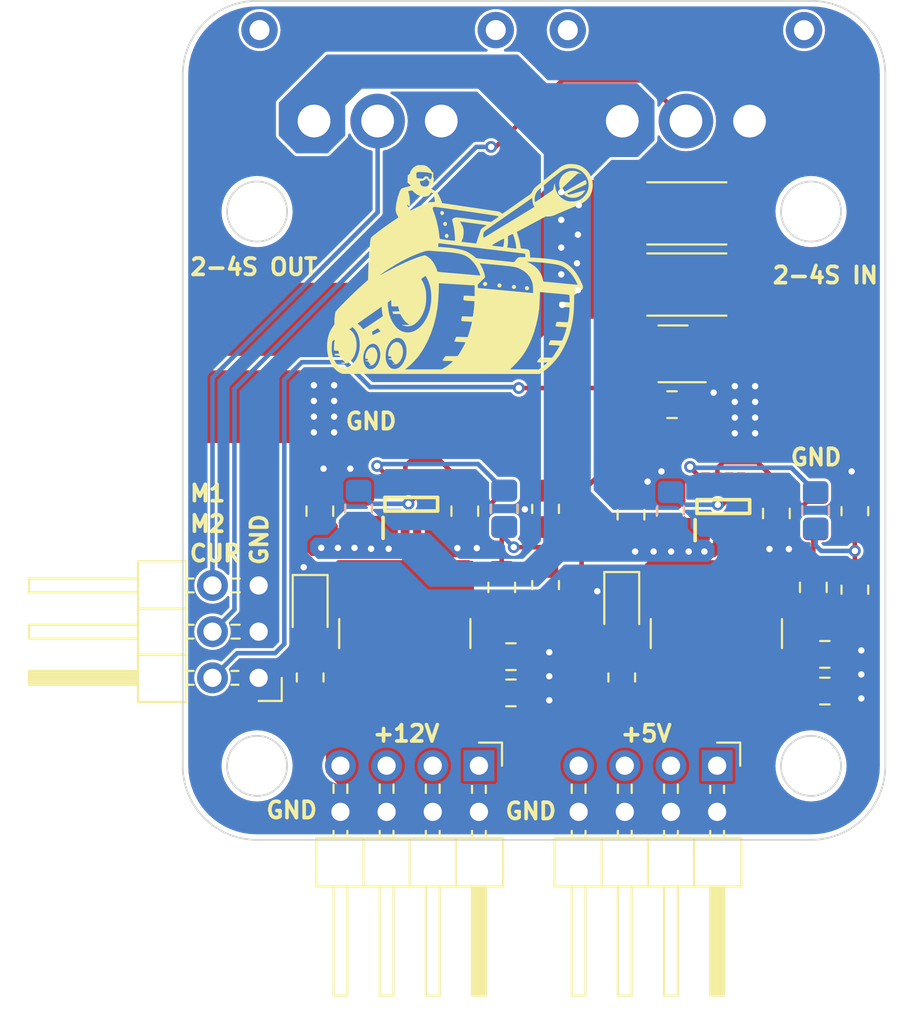
<source format=kicad_pcb>
(kicad_pcb (version 20221018) (generator pcbnew)
  (layers (0 "F.Cu" signal) (31 "B.Cu" signal) (34 "B.Paste" user) (35 "F.Paste" user) (36 "B.SilkS" user "B.Silkscreen") (37 "F.SilkS" user "F.Silkscreen") (38 "B.Mask" user) (39 "F.Mask" user) (44 "Edge.Cuts" user))
  (net 0 "")
  (net 1 "GND")
  (net 2 "Net-(D3-A)")
  (net 3 "Net-(D4-A)")
  (net 4 "Net-(IC1-AAM)")
  (net 5 "+BATT")
  (net 6 "Net-(IC1-SW)")
  (net 7 "Net-(IC1-BST)")
  (net 8 "Net-(IC1-EN{slash}SYNC)")
  (net 9 "Net-(IC1-FB)")
  (net 10 "Net-(IC2-AAM)")
  (net 11 "Net-(IC2-SW)")
  (net 12 "Net-(IC2-BST)")
  (net 13 "Net-(IC2-EN{slash}SYNC)")
  (net 14 "Net-(IC2-FB)")
  (net 15 "+5V")
  (net 16 "Net-(C1-Pad2)")
  (net 17 "Net-(R3-Pad2)")
  (net 18 "Net-(C10-Pad2)")
  (net 19 "Net-(R10-Pad2)")
  (net 20 "Net-(J1-Pin_2)")
  (net 21 "+12V")
  (net 22 "/Current sense")
  (net 23 "Net-(IC1-VCC)")
  (net 24 "Net-(IC2-VCC)")
  (net 25 "/M1_SIGNAL")
  (net 26 "/M2_SIGNAL")
  (footprint "LED_SMD:LED_0805_2012Metric_Pad1.15x1.40mm_HandSolder" (layer "F.Cu") (at 103.759 120.740801 -90)
    (fp_text reference "D3" hide)
    (fp_text value "LED")
  )
  (footprint "Resistor_SMD:R_0805_2012Metric_Pad1.20x1.40mm_HandSolder" (layer "F.Cu") (at 116.586 119.8518 90)
    (fp_text reference "R11" hide)
    (fp_text value "100k")
  )
  (footprint "Capacitor_SMD:C_0805_2012Metric" (layer "F.Cu") (at 114.934999 125.4252 180)
    (fp_text reference "C8" hide)
    (fp_text value "22uf")
  )
  (footprint "Capacitor_SMD:C_0805_2012Metric" (layer "F.Cu") (at 95.123 115.533801 90)
    (fp_text reference "C3" hide)
    (fp_text value "0.1uf")
  )
  (footprint "Capacitor_SMD:C_0805_2012Metric" (layer "F.Cu") (at 97.154999 119.724801 90)
    (fp_text reference "C1" hide)
    (fp_text value "0.1uf")
  )
  (footprint "Resistor_SMD:R_0805_2012Metric_Pad1.20x1.40mm_HandSolder" (layer "F.Cu") (at 86.614 124.6778 90)
    (fp_text reference "R18" hide)
    (fp_text value "4k7")
  )
  (footprint "Resistor_SMD:R_0805_2012Metric_Pad1.20x1.40mm_HandSolder" (layer "F.Cu") (at 99.567999 119.597801 90)
    (fp_text reference "R4" hide)
    (fp_text value "40K2")
  )
  (footprint "Resistor_SMD:R_2512_6332Metric_Pad1.40x3.35mm_HandSolder" (layer "F.Cu") (at 107.3404 103.0732 180)
    (fp_text reference "R14" hide)
    (fp_text value "R")
  )
  (footprint "Resistor_SMD:R_0805_2012Metric_Pad1.20x1.40mm_HandSolder" (layer "F.Cu") (at 114.427 115.533801 -90)
    (fp_text reference "R9" hide)
    (fp_text value "20R")
  )
  (footprint "Connector_PinHeader_2.54mm:PinHeader_2x04_P2.54mm_Horizontal" (layer "F.Cu") (at 109.0068 129.5288 -90)
    (fp_text reference "J16" hide)
    (fp_text value "Conn_02x04_Odd_Even")
  )
  (footprint "Resistor_SMD:R_2512_6332Metric_Pad1.40x3.35mm_HandSolder" (layer "F.Cu") (at 107.3404 99.1616 180)
    (fp_text reference "R13" hide)
    (fp_text value "R")
  )
  (footprint "Capacitor_SMD:C_0805_2012Metric" (layer "F.Cu") (at 114.934999 123.407801 180)
    (fp_text reference "C9" hide)
    (fp_text value "22uf")
  )
  (footprint "Resistor_SMD:R_0805_2012Metric_Pad1.20x1.40mm_HandSolder" (layer "F.Cu") (at 103.758999 124.677801 90)
    (fp_text reference "R17" hide)
    (fp_text value "10k")
  )
  (footprint "Capacitor_SMD:C_0805_2012Metric" (layer "F.Cu") (at 106.5276 109.6772 180)
    (fp_text reference "C11" hide)
    (fp_text value "0.1uf")
  )
  (footprint "Connector_AMASS:MR30PW-FB" (layer "F.Cu") (at 90.3276 91.1816)
    (fp_text reference "J10" hide)
    (fp_text value "Conn_01x03")
  )
  (footprint "SamacSys_Parts:SOT65P280X100-8N" (layer "F.Cu") (at 109.347 115.2798 90)
    (fp_text reference "IC2" hide)
    (fp_text value "MP2315GJ-Z" hide)
  )
  (footprint "SamacSys_Parts:SOT65P280X100-8N" (layer "F.Cu") (at 92.1766 115.1528 90)
    (fp_text reference "IC1" hide)
    (fp_text value "MP2315GJ-Z" hide)
  )
  (footprint "Resistor_SMD:R_0805_2012Metric_Pad1.20x1.40mm_HandSolder" (layer "F.Cu") (at 116.586 115.5338 90)
    (fp_text reference "R12" hide)
    (fp_text value "6k8")
  )
  (footprint "LED_SMD:LED_0805_2012Metric_Pad1.15x1.40mm_HandSolder" (layer "F.Cu") (at 86.614 120.904 -90)
    (fp_text reference "D4" hide)
    (fp_text value "LED")
  )
  (footprint "Capacitor_SMD:C_0805_2012Metric" (layer "F.Cu") (at 97.663 123.5348 180)
    (fp_text reference "C4" hide)
    (fp_text value "22uf")
  )
  (footprint "Inductor_SMD:L_Ferrocore_DLG-0703" (layer "F.Cu") (at 91.821 122.264801 -90)
    (fp_text reference "L1" hide)
    (fp_text value "6.8UH")
  )
  (footprint "Package_TO_SOT_SMD:SOT-23-5" (layer "F.Cu") (at 106.5784 106.8832 180)
    (fp_text reference "U1" hide)
    (fp_text value "INA180A3")
  )
  (footprint "Capacitor_SMD:C_0805_2012Metric" (layer "F.Cu") (at 114.3 119.724801 90)
    (fp_text reference "C10" hide)
    (fp_text value "0.1uf")
  )
  (footprint "Connector:solder pad" (layer "F.Cu") (at 114.8588 107.696)
    (fp_text reference "J1" hide)
    (fp_text value "Conn_01x02")
  )
  (footprint "Capacitor_SMD:C_0805_2012Metric" (layer "F.Cu") (at 112.268 115.660801 90)
    (fp_text reference "C7" hide)
    (fp_text value "0.1uf")
  )
  (footprint "Resistor_SMD:R_0805_2012Metric_Pad1.20x1.40mm_HandSolder" (layer "F.Cu") (at 97.282 115.406801 -90)
    (fp_text reference "R2" hide)
    (fp_text value "20R")
  )
  (footprint "Resistor_SMD:R_0805_2012Metric_Pad1.20x1.40mm_HandSolder" (layer "F.Cu") (at 89.280999 115.406801 -90)
    (fp_text reference "R1" hide)
    (fp_text value "75K")
  )
  (footprint "Resistor_SMD:R_0805_2012Metric_Pad1.20x1.40mm_HandSolder" (layer "F.Cu") (at 106.425998 115.549801 -90)
    (fp_text reference "R8" hide)
    (fp_text value "75K")
  )
  (footprint "Resistor_SMD:R_0805_2012Metric_Pad1.20x1.40mm_HandSolder" (layer "F.Cu") (at 99.568 115.406801 90)
    (fp_text reference "R5" hide)
    (fp_text value "7K5")
  )
  (footprint "Connector:solder pad" (layer "F.Cu") (at 83.058 107.3912)
    (fp_text reference "J4" hide)
    (fp_text value "Conn_01x02")
  )
  (footprint "Inductor_SMD:L_Ferrocore_DLG-0703" (layer "F.Cu") (at 108.966 122.2648 -90)
    (fp_text reference "L2" hide)
    (fp_text value "6.8UH")
  )
  (footprint "Capacitor_SMD:C_0805_2012Metric" (layer "F.Cu") (at 87.1474 115.533801 -90)
    (fp_text reference "C5" hide)
    (fp_text value "22uf")
  )
  (footprint "Connector_PinHeader_2.54mm:PinHeader_2x04_P2.54mm_Horizontal" (layer "F.Cu") (at 95.9004 129.5288 -90)
    (fp_text reference "J2" hide)
    (fp_text value "Conn_02x04_Odd_Even")
  )
  (footprint "Capacitor_SMD:C_0805_2012Metric" (layer "F.Cu") (at 97.663 125.5268 180)
    (fp_text reference "C2" hide)
    (fp_text value "22uf")
  )
  (footprint "Connector_PinHeader_2.54mm:PinHeader_2x03_P2.54mm_Horizontal" (layer "F.Cu") (at 83.7804 124.699 180)
    (fp_text reference "J3" hide)
    (fp_text value "Conn_02x03_Odd_Even")
  )
  (footprint "Connector_AMASS:MR30PW-FB" (layer "F.Cu") (at 107.2896 91.186)
    (fp_text reference "J11" hide)
    (fp_text value "Conn_01x03")
  )
  (footprint "Capacitor_SMD:C_0805_2012Metric" (layer "F.Cu") (at 104.267 115.726801 -90)
    (fp_text reference "C6" hide)
    (fp_text value "22uf")
  )
  (footprint "Resistor_SMD:R_0805_2012Metric_Pad1.20x1.40mm_HandSolder" (layer "B.Cu") (at 89.280999 115.406801 90)
    (fp_text reference "R6" hide)
    (fp_text value "100K")
  )
  (footprint "Resistor_SMD:R_0805_2012Metric_Pad1.20x1.40mm_HandSolder" (layer "B.Cu") (at 106.451399 115.483001 -90)
    (fp_text reference "R7" hide)
    (fp_text value "100K")
  )
  (footprint "Resistor_SMD:R_0805_2012Metric_Pad1.20x1.40mm_HandSolder" (layer "B.Cu") (at 97.3074 115.3974 -90)
    (fp_text reference "R3" hide)
    (fp_text value "20K")
  )
  (footprint "Resistor_SMD:R_0805_2012Metric_Pad1.20x1.40mm_HandSolder" (layer "B.Cu") (at 114.427 115.483001 -90)
    (fp_text reference "R10" hide)
    (fp_text value "20K")
  )
  (gr_poly (pts (xy 90.048136 106.524912) (xy 90.062413 106.526221) (xy 90.076477 106.528251) (xy 90.090238 106.530999) (xy 90.103608 106.534464) (xy 90.1165 106.538642) (xy 90.128824 106.543532) (xy 90.140492 106.549131) (xy 90.158132 106.559868) (xy 90.175274 106.573483) (xy 90.191831 106.589769) (xy 90.207713 106.608514) (xy 90.222832 106.62951) (xy 90.2371 106.652548) (xy 90.250429 106.677419) (xy 90.262729 106.703913) (xy 90.273914 106.73182) (xy 90.283894 106.760932) (xy 90.292581 106.79104) (xy 90.299887 106.821933) (xy 90.305723 106.853403) (xy 90.310001 106.885241) (xy 90.312633 106.917237) (xy 90.313529 106.949181) (xy 90.312562 106.986275) (xy 90.310255 107.022535) (xy 90.306609 107.057949) (xy 90.301623 107.092503) (xy 90.295298 107.126182) (xy 90.287633 107.158973) (xy 90.278629 107.190862) (xy 90.268286 107.221834) (xy 90.256603 107.251877) (xy 90.24358 107.280975) (xy 90.229218 107.309115) (xy 90.213517 107.336283) (xy 90.196476 107.362465) (xy 90.178096 107.387648) (xy 90.158376 107.411816) (xy 90.137317 107.434956) (xy 90.121904 107.449905) (xy 90.105539 107.463764) (xy 90.088389 107.476483) (xy 90.070617 107.488014) (xy 90.05239 107.498307) (xy 90.033872 107.507315) (xy 90.015229 107.514988) (xy 89.996625 107.521277) (xy 89.978226 107.526134) (xy 89.960196 107.529509) (xy 89.942701 107.531354) (xy 89.934206 107.531688) (xy 89.925907 107.53162) (xy 89.917823 107.531146) (xy 89.909977 107.530259) (xy 89.902388 107.528952) (xy 89.895078 107.527221) (xy 89.888066 107.525057) (xy 89.881373 107.522457) (xy 89.875021 107.519413) (xy 89.869029 107.515919) (xy 89.866074 107.513909) (xy 89.863768 107.512046) (xy 89.862126 107.510327) (xy 89.86156 107.509521) (xy 89.861166 107.50875) (xy 89.860947 107.508014) (xy 89.860904 107.507313) (xy 89.86104 107.506645) (xy 89.861356 107.506012) (xy 89.861854 107.505413) (xy 89.862537 107.504847) (xy 89.863407 107.504314) (xy 89.864465 107.503814) (xy 89.867156 107.502911) (xy 89.870626 107.502136) (xy 89.874892 107.501487) (xy 89.879968 107.500961) (xy 89.885873 107.500556) (xy 89.892622 107.50027) (xy 89.900231 107.5001) (xy 89.908717 107.500044) (xy 89.972217 107.500044) (xy 89.929355 107.463532) (xy 89.925009 107.459652) (xy 89.920338 107.455191) (xy 89.910205 107.44473) (xy 89.899329 107.432557) (xy 89.88808 107.419081) (xy 89.876831 107.404713) (xy 89.865954 107.389861) (xy 89.860771 107.382382) (xy 89.855821 107.374935) (xy 89.85115 107.367572) (xy 89.846804 107.360344) (xy 89.839977 107.349654) (xy 89.833711 107.340159) (xy 89.827895 107.33179) (xy 89.822422 107.324477) (xy 89.81718 107.318149) (xy 89.814613 107.315333) (xy 89.812063 107.312738) (xy 89.809516 107.310354) (xy 89.806959 107.308173) (xy 89.804378 107.306186) (xy 89.801759 107.304385) (xy 89.79909 107.30276) (xy 89.796355 107.301304) (xy 89.793543 107.300007) (xy 89.790638 107.29886) (xy 89.787627 107.297855) (xy 89.784496 107.296983) (xy 89.781233 107.296236) (xy 89.777823 107.295604) (xy 89.770507 107.294653) (xy 89.762441 107.29406) (xy 89.753514 107.293755) (xy 89.743617 107.293669) (xy 89.736344 107.293576) (xy 89.729413 107.293297) (xy 89.722831 107.292832) (xy 89.716605 107.292181) (xy 89.710741 107.291344) (xy 89.705247 107.290321) (xy 89.702641 107.289739) (xy 89.70013 107.289112) (xy 89.697715 107.288437) (xy 89.695397 107.287716) (xy 89.693176 107.286949) (xy 89.691054 107.286135) (xy 89.689031 107.285274) (xy 89.687109 107.284368) (xy 89.685288 107.283414) (xy 89.683568 107.282414) (xy 89.681952 107.281368) (xy 89.68044 107.280275) (xy 89.679032 107.279135) (xy 89.677729 107.277949) (xy 89.676533 107.276717) (xy 89.675445 107.275438) (xy 89.674464 107.274112) (xy 89.673592 107.27274) (xy 89.672831 107.271322) (xy 89.67218 107.269857) (xy 89.671199 107.26645) (xy 89.67066 107.263364) (xy 89.670596 107.260585) (xy 89.670752 107.259306) (xy 89.671039 107.258099) (xy 89.67146 107.256962) (xy 89.672021 107.255892) (xy 89.672724 107.254889) (xy 89.673575 107.25395) (xy 89.674577 107.253075) (xy 89.675734 107.25226) (xy 89.67705 107.251504) (xy 89.67853 107.250806) (xy 89.681995 107.249576) (xy 89.686163 107.248555) (xy 89.691066 107.24773) (xy 89.696736 107.247086) (xy 89.703206 107.246609) (xy 89.710509 107.246286) (xy 89.718677 107.246102) (xy 89.727742 107.246044) (xy 89.738395 107.245998) (xy 89.747781 107.245827) (xy 89.755972 107.245479) (xy 89.763039 107.244903) (xy 89.766174 107.244513) (xy 89.769055 107.244048) (xy 89.771692 107.2435) (xy 89.774093 107.242863) (xy 89.776267 107.24213) (xy 89.778223 107.241296) (xy 89.779971 107.240354) (xy 89.781519 107.239297) (xy 89.782876 107.238119) (xy 89.784051 107.236814) (xy 89.785054 107.235375) (xy 89.785894 107.233797) (xy 89.786578 107.232071) (xy 89.787117 107.230193) (xy 89.787519 107.228155) (xy 89.787794 107.225952) (xy 89.78795 107.223577) (xy 89.787997 107.221023) (xy 89.787797 107.215355) (xy 89.787267 107.208895) (xy 89.78648 107.201594) (xy 89.785555 107.194833) (xy 89.784517 107.188804) (xy 89.783288 107.183459) (xy 89.781791 107.178749) (xy 89.780919 107.176617) (xy 89.779951 107.174625) (xy 89.778877 107.172767) (xy 89.777689 107.171038) (xy 89.776377 107.16943) (xy 89.77493 107.167939) (xy 89.77334 107.166558) (xy 89.771597 107.16528) (xy 89.769691 107.1641) (xy 89.767612 107.163011) (xy 89.765352 107.162008) (xy 89.7629 107.161085) (xy 89.757382 107.159451) (xy 89.750984 107.158062) (xy 89.743627 107.156868) (xy 89.735236 107.15582) (xy 89.725733 107.15487) (xy 89.715042 107.153969) (xy 89.703549 107.153084) (xy 89.693422 107.152168) (xy 89.684573 107.151154) (xy 89.676917 107.149976) (xy 89.67351 107.149303) (xy 89.670368 107.148565) (xy 89.667482 107.147751) (xy 89.66484 107.146853) (xy 89.662432 107.145864) (xy 89.660247 107.144775) (xy 89.658274 107.143577) (xy 89.656503 107.142261) (xy 89.654922 107.140821) (xy 89.653521 107.139246) (xy 89.65229 107.137528) (xy 89.651216 107.13566) (xy 89.650291 107.133633) (xy 89.649502 107.131438) (xy 89.64884 107.129066) (xy 89.648293 107.12651) (xy 89.64785 107.123762) (xy 89.647502 107.120811) (xy 89.647043 107.114272) (xy 89.646831 107.106827) (xy 89.646779 107.098407) (xy 89.647117 107.075249) (xy 89.64812 107.052228) (xy 89.649778 107.029367) (xy 89.652075 107.006691) (xy 89.655001 106.984225) (xy 89.658542 106.961992) (xy 89.662684 106.940017) (xy 89.667417 106.918325) (xy 89.672726 106.896939) (xy 89.678599 106.875885) (xy 89.685023 106.855187) (xy 89.691986 106.834869) (xy 89.699474 106.814956) (xy 89.707475 106.795472) (xy 89.715976 106.776441) (xy 89.724964 106.757888) (xy 89.734426 106.739837) (xy 89.74435 106.722313) (xy 89.754723 106.705341) (xy 89.765532 106.688943) (xy 89.776764 106.673146) (xy 89.788407 106.657973) (xy 89.800447 106.643449) (xy 89.812872 106.629598) (xy 89.825669 106.616445) (xy 89.838825 106.604014) (xy 89.852328 106.592329) (xy 89.866165 106.581415) (xy 89.880322 106.571297) (xy 89.894788 106.561998) (xy 89.909549 106.553543) (xy 89.924592 106.545957) (xy 89.936818 106.540673) (xy 89.949626 106.536131) (xy 89.962927 106.532329) (xy 89.976632 106.529263) (xy 89.990654 106.526933) (xy 90.004903 106.525335) (xy 90.019292 106.524467) (xy 90.033733 106.524327)) (fill solid) (layer "F.SilkS"))
  (gr_poly (pts (xy 97.04323 103.009078) (xy 97.051132 103.010091) (xy 97.058932 103.011649) (xy 97.066598 103.013739) (xy 97.074096 103.016349) (xy 97.081395 103.019465) (xy 97.088461 103.023076) (xy 97.095261 103.027169) (xy 97.101763 103.031731) (xy 97.107933 103.03675) (xy 97.113739 103.042213) (xy 97.119148 103.048109) (xy 97.124127 103.054424) (xy 97.128644 103.061146) (xy 97.132664 103.068262) (xy 97.136157 103.075761) (xy 97.139088 103.083628) (xy 97.141424 103.091853) (xy 97.143134 103.100422) (xy 97.144184 103.109323) (xy 97.144542 103.118544) (xy 97.144339 103.125072) (xy 97.143742 103.131549) (xy 97.142765 103.137963) (xy 97.141422 103.144301) (xy 97.139728 103.150549) (xy 97.137698 103.156694) (xy 97.135345 103.162724) (xy 97.132685 103.168625) (xy 97.129732 103.174384) (xy 97.1265 103.179988) (xy 97.123005 103.185424) (xy 97.119259 103.190679) (xy 97.11528 103.19574) (xy 97.111079 103.200594) (xy 97.106673 103.205227) (xy 97.102076 103.209627) (xy 97.097302 103.21378) (xy 97.092366 103.217674) (xy 97.087282 103.221295) (xy 97.082065 103.224631) (xy 97.076729 103.227667) (xy 97.07129 103.230392) (xy 97.065761 103.232792) (xy 97.060156 103.234854) (xy 97.054492 103.236564) (xy 97.048781 103.23791) (xy 97.043039 103.238879) (xy 97.03728 103.239458) (xy 97.031519 103.239633) (xy 97.02577 103.239392) (xy 97.020048 103.238721) (xy 97.014367 103.237607) (xy 97.00548 103.235159) (xy 96.996981 103.232293) (xy 96.988875 103.229026) (xy 96.981169 103.225378) (xy 96.973869 103.221368) (xy 96.96698 103.217013) (xy 96.96051 103.212332) (xy 96.954464 103.207345) (xy 96.948847 103.202069) (xy 96.943668 103.196524) (xy 96.93893 103.190727) (xy 96.934641 103.184698) (xy 96.930807 103.178455) (xy 96.927434 103.172017) (xy 96.924527 103.165402) (xy 96.922093 103.158629) (xy 96.920139 103.151716) (xy 96.918669 103.144682) (xy 96.917691 103.137546) (xy 96.91721 103.130326) (xy 96.917232 103.123042) (xy 96.917765 103.11571) (xy 96.918812 103.108351) (xy 96.920382 103.100982) (xy 96.922479 103.093623) (xy 96.925111 103.086292) (xy 96.928282 103.079007) (xy 96.932 103.071787) (xy 96.93627 103.064651) (xy 96.941098 103.057618) (xy 96.946491 103.050705) (xy 96.952455 103.043932) (xy 96.959011 103.037437) (xy 96.965861 103.031637) (xy 96.97297 103.026518) (xy 96.980307 103.022069) (xy 96.987838 103.018277) (xy 96.99553 103.01513) (xy 97.00335 103.012614) (xy 97.011266 103.010718) (xy 97.019245 103.009429) (xy 97.027254 103.008734) (xy 97.03526 103.008621)) (fill solid) (layer "F.SilkS"))
  (gr_poly (pts (xy 94.04972 99.624764) (xy 94.056803 99.62544) (xy 94.063778 99.626714) (xy 94.070617 99.628573) (xy 94.077293 99.631005) (xy 94.083779 99.634001) (xy 94.090047 99.637548) (xy 94.096068 99.641635) (xy 94.101816 99.646251) (xy 94.107263 99.651384) (xy 94.112381 99.657024) (xy 94.117143 99.663158) (xy 94.12152 99.669775) (xy 94.125486 99.676865) (xy 94.129013 99.684415) (xy 94.132073 99.692415) (xy 94.134639 99.700852) (xy 94.136682 99.709717) (xy 94.138176 99.718997) (xy 94.139093 99.72868) (xy 94.139405 99.738757) (xy 94.139307 99.745217) (xy 94.139016 99.751498) (xy 94.138532 99.757599) (xy 94.137857 99.763518) (xy 94.136993 99.769254) (xy 94.135941 99.774804) (xy 94.134702 99.780166) (xy 94.133278 99.78534) (xy 94.13167 99.790323) (xy 94.12988 99.795114) (xy 94.127909 99.799711) (xy 94.125759 99.804111) (xy 94.123431 99.808314) (xy 94.120926 99.812318) (xy 94.118246 99.81612) (xy 94.115393 99.81972) (xy 94.112368 99.823114) (xy 94.109172 99.826303) (xy 94.105807 99.829283) (xy 94.102275 99.832054) (xy 94.098576 99.834613) (xy 94.094712 99.836958) (xy 94.090685 99.839089) (xy 94.086496 99.841002) (xy 94.082146 99.842697) (xy 94.077638 99.844172) (xy 94.072972 99.845424) (xy 94.06815 99.846453) (xy 94.063173 99.847256) (xy 94.058043 99.847832) (xy 94.052761 99.848179) (xy 94.047329 99.848295) (xy 94.037888 99.848141) (xy 94.029169 99.847659) (xy 94.021116 99.846819) (xy 94.017321 99.846255) (xy 94.01367 99.845591) (xy 94.010156 99.844822) (xy 94.006772 99.843944) (xy 94.003511 99.842954) (xy 94.000365 99.841849) (xy 93.997327 99.840623) (xy 93.994391 99.839274) (xy 93.991547 99.837797) (xy 93.98879 99.83619) (xy 93.986113 99.834448) (xy 93.983507 99.832567) (xy 93.980965 99.830543) (xy 93.978481 99.828373) (xy 93.976047 99.826054) (xy 93.973655 99.82358) (xy 93.971299 99.820949) (xy 93.968972 99.818157) (xy 93.964371 99.812073) (xy 93.959797 99.805299) (xy 93.95519 99.797803) (xy 93.950492 99.789557) (xy 93.946066 99.780597) (xy 93.942319 99.772129) (xy 93.93926 99.764083) (xy 93.936899 99.756393) (xy 93.935983 99.752661) (xy 93.935245 99.748992) (xy 93.934686 99.745378) (xy 93.934307 99.741811) (xy 93.93411 99.738283) (xy 93.934095 99.734784) (xy 93.934263 99.731307) (xy 93.934617 99.727843) (xy 93.935157 99.724384) (xy 93.935884 99.720921) (xy 93.936799 99.717445) (xy 93.937904 99.713949) (xy 93.939199 99.710424) (xy 93.940687 99.706862) (xy 93.942367 99.703253) (xy 93.944241 99.69959) (xy 93.948578 99.692068) (xy 93.953704 99.684227) (xy 93.959631 99.676) (xy 93.966367 99.667319) (xy 93.97259 99.65995) (xy 93.979036 99.653314) (xy 93.985679 99.6474) (xy 93.992489 99.642195) (xy 93.999441 99.637689) (xy 94.006505 99.633871) (xy 94.013655 99.630729) (xy 94.020863 99.628252) (xy 94.028101 99.626428) (xy 94.035341 99.625246) (xy 94.042557 99.624695)) (fill solid) (layer "F.SilkS"))
  (gr_poly (pts (xy 97.830032 103.088397) (xy 97.837448 103.088904) (xy 97.844817 103.089902) (xy 97.852114 103.091384) (xy 97.859314 103.093343) (xy 97.866393 103.095772) (xy 97.873327 103.098663) (xy 97.880091 103.10201) (xy 97.886661 103.105804) (xy 97.893012 103.110039) (xy 97.899121 103.114708) (xy 97.904962 103.119803) (xy 97.910511 103.125316) (xy 97.915743 103.131241) (xy 97.920636 103.137571) (xy 97.925163 103.144297) (xy 97.9293 103.151414) (xy 97.933024 103.158913) (xy 97.936309 103.166787) (xy 97.939131 103.175029) (xy 97.941466 103.183632) (xy 97.94258 103.189313) (xy 97.943251 103.195035) (xy 97.943493 103.200784) (xy 97.943318 103.206545) (xy 97.942739 103.212304) (xy 97.94177 103.218046) (xy 97.940424 103.223757) (xy 97.938713 103.229421) (xy 97.936652 103.235025) (xy 97.934252 103.240555) (xy 97.931527 103.245994) (xy 97.928491 103.25133) (xy 97.925155 103.256547) (xy 97.921534 103.261631) (xy 97.91764 103.266567) (xy 97.913487 103.271341) (xy 97.909087 103.275938) (xy 97.904454 103.280344) (xy 97.8996 103.284545) (xy 97.894539 103.288525) (xy 97.889284 103.29227) (xy 97.883848 103.295765) (xy 97.878244 103.298997) (xy 97.872485 103.30195) (xy 97.866584 103.30461) (xy 97.860554 103.306963) (xy 97.854409 103.308994) (xy 97.848161 103.310688) (xy 97.841823 103.312031) (xy 97.835409 103.313008) (xy 97.828932 103.313605) (xy 97.822404 103.313807) (xy 97.813188 103.313472) (xy 97.804299 103.312487) (xy 97.79575 103.310881) (xy 97.78755 103.308682) (xy 97.779713 103.305919) (xy 97.772248 103.30262) (xy 97.765167 103.298816) (xy 97.758482 103.294534) (xy 97.752204 103.289803) (xy 97.746345 103.284652) (xy 97.740915 103.279109) (xy 97.735926 103.273205) (xy 97.731389 103.266966) (xy 97.727316 103.260423) (xy 97.723718 103.253603) (xy 97.720606 103.246537) (xy 97.717991 103.239251) (xy 97.715886 103.231776) (xy 97.714301 103.22414) (xy 97.713248 103.216371) (xy 97.712738 103.208499) (xy 97.712782 103.200552) (xy 97.713391 103.19256) (xy 97.714578 103.18455) (xy 97.716353 103.176551) (xy 97.718728 103.168594) (xy 97.721714 103.160705) (xy 97.725322 103.152914) (xy 97.729564 103.14525) (xy 97.73445 103.137742) (xy 97.739994 103.130418) (xy 97.746204 103.123307) (xy 97.752288 103.117348) (xy 97.758618 103.111968) (xy 97.765168 103.107159) (xy 97.771914 103.102914) (xy 97.778833 103.099227) (xy 97.7859 103.096089) (xy 97.793089 103.093493) (xy 97.800378 103.091433) (xy 97.807741 103.0899) (xy 97.815154 103.088888) (xy 97.822592 103.08839)) (fill solid) (layer "F.SilkS"))
  (gr_poly (pts (xy 96.248864 102.92721) (xy 96.258966 102.928565) (xy 96.268873 102.930844) (xy 96.278529 102.934001) (xy 96.287876 102.937986) (xy 96.296856 102.942752) (xy 96.305412 102.948252) (xy 96.313485 102.954436) (xy 96.321019 102.961258) (xy 96.327956 102.968669) (xy 96.334239 102.976622) (xy 96.339809 102.985067) (xy 96.34461 102.993958) (xy 96.348583 103.003246) (xy 96.351672 103.012884) (xy 96.353818 103.022823) (xy 96.354964 103.033015) (xy 96.355052 103.043413) (xy 96.354026 103.053969) (xy 96.351827 103.064634) (xy 96.348398 103.075361) (xy 96.343681 103.086101) (xy 96.337619 103.096808) (xy 96.330154 103.107431) (xy 96.325423 103.113145) (xy 96.320735 103.118389) (xy 96.316055 103.123177) (xy 96.311352 103.127524) (xy 96.306594 103.131442) (xy 96.301747 103.134946) (xy 96.296779 103.138051) (xy 96.291658 103.140769) (xy 96.28635 103.143116) (xy 96.280824 103.145104) (xy 96.275047 103.146748) (xy 96.268986 103.148062) (xy 96.262609 103.14906) (xy 96.255883 103.149755) (xy 96.248776 103.150162) (xy 96.241255 103.150295) (xy 96.231597 103.149978) (xy 96.222276 103.149046) (xy 96.213305 103.147524) (xy 96.204695 103.145439) (xy 96.196459 103.142817) (xy 96.188608 103.139684) (xy 96.181153 103.136065) (xy 96.174108 103.131989) (xy 96.167484 103.127479) (xy 96.161292 103.122564) (xy 96.155545 103.117268) (xy 96.150255 103.111618) (xy 96.145434 103.10564) (xy 96.141093 103.09936) (xy 96.137244 103.092805) (xy 96.1339 103.086001) (xy 96.131072 103.078973) (xy 96.128772 103.071748) (xy 96.127012 103.064352) (xy 96.125804 103.056812) (xy 96.12516 103.049153) (xy 96.125092 103.041401) (xy 96.125612 103.033583) (xy 96.126731 103.025725) (xy 96.128462 103.017853) (xy 96.130817 103.009994) (xy 96.133807 103.002172) (xy 96.137444 102.994416) (xy 96.14174 102.986749) (xy 96.146708 102.9792) (xy 96.152359 102.971794) (xy 96.158705 102.964557) (xy 96.167964 102.955429) (xy 96.177548 102.947657) (xy 96.187397 102.941194) (xy 96.197456 102.935991) (xy 96.207665 102.932001) (xy 96.217968 102.929176) (xy 96.228307 102.927468) (xy 96.238625 102.926829)) (fill solid) (layer "F.SilkS"))
  (gr_poly (pts (xy 93.878459 99.024184) (xy 93.883102 99.024656) (xy 93.887726 99.025401) (xy 93.892324 99.026419) (xy 93.896892 99.027709) (xy 93.901424 99.02927) (xy 93.905914 99.031101) (xy 93.910358 99.033201) (xy 93.914748 99.035569) (xy 93.919081 99.038205) (xy 93.92335 99.041107) (xy 93.927549 99.044275) (xy 93.931674 99.047708) (xy 93.935719 99.051404) (xy 93.939678 99.055364) (xy 93.943546 99.059586) (xy 93.947317 99.064069) (xy 93.951345 99.069273) (xy 93.955094 99.074467) (xy 93.958565 99.07965) (xy 93.961759 99.084822) (xy 93.964677 99.08998) (xy 93.967318 99.095124) (xy 93.969684 99.100255) (xy 93.971774 99.105369) (xy 93.973591 99.110468) (xy 93.975133 99.115549) (xy 93.976402 99.120612) (xy 93.977399 99.125656) (xy 93.978123 99.130681) (xy 93.978576 99.135685) (xy 93.978758 99.140667) (xy 93.97867 99.145627) (xy 93.978312 99.150564) (xy 93.977685 99.155477) (xy 93.976789 99.160364) (xy 93.975625 99.165226) (xy 93.974194 99.170061) (xy 93.972496 99.174869) (xy 93.970532 99.179648) (xy 93.968302 99.184397) (xy 93.965806 99.189117) (xy 93.963047 99.193805) (xy 93.960023 99.198461) (xy 93.956736 99.203084) (xy 93.953187 99.207674) (xy 93.949375 99.212229) (xy 93.945301 99.216749) (xy 93.940967 99.221232) (xy 93.93218 99.229884) (xy 93.927886 99.233779) (xy 93.923653 99.237389) (xy 93.919476 99.240714) (xy 93.91535 99.243755) (xy 93.91127 99.246513) (xy 93.907232 99.248988) (xy 93.903232 99.251183) (xy 93.899264 99.253096) (xy 93.895324 99.25473) (xy 93.891407 99.256086) (xy 93.887509 99.257163) (xy 93.883625 99.257963) (xy 93.87975 99.258488) (xy 93.87588 99.258737) (xy 93.872009 99.258711) (xy 93.868134 99.258412) (xy 93.86425 99.257841) (xy 93.860352 99.256997) (xy 93.856435 99.255883) (xy 93.852495 99.254499) (xy 93.848527 99.252845) (xy 93.844527 99.250923) (xy 93.840489 99.248734) (xy 93.836409 99.246278) (xy 93.832283 99.243557) (xy 93.828106 99.24057) (xy 93.823873 99.23732) (xy 93.81958 99.233807) (xy 93.810792 99.225995) (xy 93.806602 99.221858) (xy 93.802664 99.217494) (xy 93.798978 99.212918) (xy 93.795547 99.208144) (xy 93.79237 99.203189) (xy 93.789448 99.198065) (xy 93.786783 99.192788) (xy 93.784375 99.187374) (xy 93.782225 99.181836) (xy 93.780335 99.176189) (xy 93.778704 99.170449) (xy 93.777334 99.164631) (xy 93.776225 99.158748) (xy 93.775379 99.152816) (xy 93.774796 99.14685) (xy 93.774478 99.140865) (xy 93.774425 99.134875) (xy 93.774637 99.128895) (xy 93.775117 99.12294) (xy 93.775864 99.117024) (xy 93.77688 99.111164) (xy 93.778165 99.105373) (xy 93.779721 99.099666) (xy 93.781547 99.094058) (xy 93.783646 99.088565) (xy 93.786018 99.0832) (xy 93.788664 99.077979) (xy 93.791584 99.072916) (xy 93.79478 99.068026) (xy 93.798252 99.063324) (xy 93.802001 99.058826) (xy 93.806029 99.054545) (xy 93.810233 99.050522) (xy 93.814505 99.046786) (xy 93.818841 99.043337) (xy 93.823235 99.040174) (xy 93.827681 99.037295) (xy 93.832173 99.034701) (xy 93.836707 99.032389) (xy 93.841277 99.03036) (xy 93.845877 99.028612) (xy 93.850502 99.027145) (xy 93.855146 99.025958) (xy 93.859803 99.025049) (xy 93.864469 99.024418) (xy 93.869137 99.024064) (xy 93.873802 99.023986)) (fill solid) (layer "F.SilkS"))
  (gr_poly (pts (xy 101.062119 96.821251) (xy 101.095829 96.822519) (xy 101.13689 96.824591) (xy 101.155047 96.82591) (xy 101.171905 96.827481) (xy 101.187674 96.829349) (xy 101.202566 96.831561) (xy 101.216794 96.834164) (xy 101.230568 96.837204) (xy 101.2441 96.840728) (xy 101.257602 96.844782) (xy 101.271285 96.849413) (xy 101.285361 96.854667) (xy 101.300042 96.860591) (xy 101.315539 96.86723) (xy 101.349828 96.882845) (xy 101.371024 96.89332) (xy 101.392145 96.904363) (xy 101.412895 96.915759) (xy 101.432974 96.927295) (xy 101.452086 96.938756) (xy 101.469933 96.949929) (xy 101.486217 96.9606) (xy 101.500641 96.970554) (xy 101.512907 96.979578) (xy 101.522718 96.987458) (xy 101.529774 96.993981) (xy 101.532177 96.996665) (xy 101.53378 96.998931) (xy 101.534546 97.000749) (xy 101.534438 97.002095) (xy 101.534044 97.002582) (xy 101.533417 97.00294) (xy 101.531449 97.003259) (xy 101.528494 97.003024) (xy 101.524515 97.00221) (xy 101.519477 97.000788) (xy 101.513341 96.998732) (xy 101.49282 96.991456) (xy 101.474038 96.985096) (xy 101.456875 96.979638) (xy 101.441209 96.975068) (xy 101.42692 96.971373) (xy 101.413887 96.968539) (xy 101.407803 96.967439) (xy 101.401989 96.96655) (xy 101.396427 96.965869) (xy 101.391104 96.965395) (xy 101.386004 96.965124) (xy 101.381112 96.965057) (xy 101.376414 96.965191) (xy 101.371893 96.965525) (xy 101.367535 96.966056) (xy 101.363324 96.966783) (xy 101.359247 96.967704) (xy 101.355286 96.968818) (xy 101.351428 96.970122) (xy 101.347657 96.971615) (xy 101.343958 96.973296) (xy 101.340317 96.975161) (xy 101.336717 96.977211) (xy 101.333144 96.979443) (xy 101.326017 96.984445) (xy 101.262948 97.038438) (xy 101.156923 97.134513) (xy 100.879334 97.393226) (xy 100.619902 97.641223) (xy 100.536573 97.723903) (xy 100.513433 97.748386) (xy 100.505279 97.759144) (xy 100.505539 97.761754) (xy 100.5063 97.765086) (xy 100.509208 97.773714) (xy 100.513766 97.784625) (xy 100.51974 97.797418) (xy 100.526896 97.81169) (xy 100.534998 97.827038) (xy 100.553103 97.859356) (xy 100.572174 97.891152) (xy 100.581486 97.905849) (xy 100.590334 97.919209) (xy 100.598485 97.93083) (xy 100.605703 97.940309) (xy 100.611754 97.947244) (xy 100.614269 97.949631) (xy 100.616403 97.951232) (xy 100.620225 97.952362) (xy 100.625916 97.952085) (xy 100.633746 97.950259) (xy 100.643986 97.946742) (xy 100.672772 97.93407) (xy 100.714432 97.912934) (xy 100.771123 97.882198) (xy 100.845004 97.840727) (xy 101.052967 97.721045) (xy 101.237845 97.614146) (xy 101.389591 97.526948) (xy 101.511087 97.45787) (xy 101.605218 97.40533) (xy 101.642922 97.384769) (xy 101.674866 97.367748) (xy 101.701411 97.354072) (xy 101.722916 97.343542) (xy 101.739743 97.335961) (xy 101.752251 97.33113) (xy 101.756999 97.329685) (xy 101.760802 97.328853) (xy 101.763705 97.328611) (xy 101.765754 97.328932) (xy 101.768013 97.330105) (xy 101.77032 97.331819) (xy 101.775047 97.336773) (xy 101.779871 97.343593) (xy 101.78473 97.352075) (xy 101.789561 97.362017) (xy 101.794302 97.373218) (xy 101.798888 97.385474) (xy 101.803259 97.398584) (xy 101.807351 97.412344) (xy 101.8111 97.426554) (xy 101.814445 97.44101) (xy 101.817323 97.45551) (xy 101.81967 97.469853) (xy 101.821425 97.483835) (xy 101.822524 97.497254) (xy 101.822904 97.509908) (xy 101.822762 97.517558) (xy 101.822212 97.524527) (xy 101.821073 97.530951) (xy 101.819158 97.536969) (xy 101.816286 97.542717) (xy 101.812272 97.548333) (xy 101.806932 97.553953) (xy 101.800083 97.559715) (xy 101.791542 97.565756) (xy 101.781123 97.572213) (xy 101.768644 97.579224) (xy 101.753922 97.586925) (xy 101.717009 97.604949) (xy 101.668915 97.627382) (xy 101.127579 97.881382) (xy 101.061009 97.912722) (xy 101.00266 97.940262) (xy 100.952044 97.964296) (xy 100.929485 97.975089) (xy 100.908678 97.985115) (xy 100.889561 97.994411) (xy 100.872073 98.003014) (xy 100.856155 98.01096) (xy 100.841745 98.018285) (xy 100.828783 98.025027) (xy 100.817208 98.031222) (xy 100.806958 98.036906) (xy 100.797974 98.042117) (xy 100.790195 98.04689) (xy 100.786738 98.049124) (xy 100.783559 98.051262) (xy 100.780651 98.05331) (xy 100.778007 98.055271) (xy 100.775618 98.057151) (xy 100.773477 98.058953) (xy 100.771576 98.060682) (xy 100.769908 98.062343) (xy 100.768465 98.063941) (xy 100.76724 98.06548) (xy 100.766225 98.066965) (xy 100.765412 98.0684) (xy 100.764795 98.069789) (xy 100.764364 98.071138) (xy 100.764113 98.072451) (xy 100.764034 98.073732) (xy 100.76412 98.074987) (xy 100.764362 98.076219) (xy 100.764754 98.077434) (xy 100.765287 98.078635) (xy 100.765955 98.079828) (xy 100.766748 98.081016) (xy 100.767661 98.082206) (xy 100.768685 98.0834) (xy 100.771037 98.085823) (xy 100.773743 98.088321) (xy 100.776742 98.090932) (xy 100.802709 98.110308) (xy 100.816217 98.117257) (xy 100.831486 98.122111) (xy 100.849572 98.124668) (xy 100.871536 98.124725) (xy 100.898434 98.12208) (xy 100.931324 98.11653) (xy 101.019316 98.095908) (xy 101.143975 98.061241) (xy 101.537154 97.943295) (xy 101.577204 97.931419) (xy 101.614668 97.920921) (xy 101.648747 97.911985) (xy 101.67864 97.904797) (xy 101.691767 97.901918) (xy 101.703547 97.899545) (xy 101.713881 97.897703) (xy 101.722668 97.896414) (xy 101.729809 97.895701) (xy 101.735204 97.895589) (xy 101.737215 97.895765) (xy 101.738752 97.8961) (xy 101.739803 97.896596) (xy 101.740354 97.897257) (xy 101.741305 97.901551) (xy 101.741211 97.906662) (xy 101.740113 97.912543) (xy 101.738053 97.919144) (xy 101.731222 97.934319) (xy 101.721056 97.951803) (xy 101.707895 97.971212) (xy 101.692078 97.992163) (xy 101.673945 98.014272) (xy 101.653835 98.037156) (xy 101.632089 98.06043) (xy 101.609044 98.083711) (xy 101.585042 98.106615) (xy 101.560421 98.128759) (xy 101.535521 98.149759) (xy 101.510681 98.169231) (xy 101.486242 98.186792) (xy 101.462541 98.202057) (xy 101.422532 98.225087) (xy 101.381182 98.245354) (xy 101.338642 98.262849) (xy 101.295061 98.277563) (xy 101.250586 98.289486) (xy 101.205367 98.298609) (xy 101.159553 98.304924) (xy 101.113292 98.30842) (xy 101.066734 98.309088) (xy 101.020026 98.306919) (xy 100.973319 98.301904) (xy 100.926761 98.294033) (xy 100.8805 98.283297) (xy 100.834685 98.269687) (xy 100.789466 98.253194) (xy 100.744991 98.233807) (xy 100.721987 98.221947) (xy 100.697807 98.20739) (xy 100.672724 98.190414) (xy 100.647013 98.171299) (xy 100.620949 98.150324) (xy 100.594806 98.127767) (xy 100.568858 98.103908) (xy 100.543379 98.079026) (xy 100.518645 98.0534) (xy 100.49493 98.027308) (xy 100.472507 98.001031) (xy 100.451652 97.974846) (xy 100.432638 97.949034) (xy 100.41574 97.923873) (xy 100.401233 97.899642) (xy 100.389391 97.87662) (xy 100.372926 97.839018) (xy 100.358652 97.800165) (xy 100.346564 97.760261) (xy 100.336657 97.719507) (xy 100.328926 97.678101) (xy 100.323367 97.636243) (xy 100.319976 97.594135) (xy 100.318748 97.551976) (xy 100.319677 97.509965) (xy 100.32276 97.468303) (xy 100.327991 97.42719) (xy 100.335367 97.386826) (xy 100.344882 97.347411) (xy 100.356531 97.309144) (xy 100.370311 97.272226) (xy 100.386216 97.236857) (xy 100.404055 97.202698) (xy 100.424149 97.169342) (xy 100.446373 97.136883) (xy 100.470602 97.105417) (xy 100.49671 97.075039) (xy 100.524571 97.045846) (xy 100.55406 97.017931) (xy 100.585051 96.99139) (xy 100.617419 96.966319) (xy 100.651038 96.942813) (xy 100.685782 96.920968) (xy 100.721526 96.900878) (xy 100.758145 96.882639) (xy 100.795513 96.866347) (xy 100.833503 96.852096) (xy 100.871992 96.839982) (xy 100.894242 96.834479) (xy 100.918128 96.829887) (xy 100.943652 96.826225) (xy 100.970813 96.823512) (xy 100.999611 96.821766) (xy 101.030047 96.821006)) (fill solid) (layer "F.SilkS"))
  (gr_poly (pts (xy 98.545708 103.164979) (xy 98.55169 103.165355) (xy 98.557643 103.166038) (xy 98.563555 103.167027) (xy 98.569412 103.168321) (xy 98.575201 103.16992) (xy 98.580908 103.171822) (xy 98.586518 103.174029) (xy 98.592019 103.176538) (xy 98.597397 103.179349) (xy 98.602637 103.182462) (xy 98.607728 103.185877) (xy 98.612653 103.189591) (xy 98.617402 103.193606) (xy 98.621958 103.19792) (xy 98.626309 103.202533) (xy 98.630442 103.207445) (xy 98.633956 103.211979) (xy 98.637344 103.216632) (xy 98.640592 103.221373) (xy 98.643687 103.226172) (xy 98.646615 103.230999) (xy 98.649361 103.235824) (xy 98.651912 103.240616) (xy 98.654254 103.245346) (xy 98.656372 103.249982) (xy 98.658253 103.254496) (xy 98.659884 103.258856) (xy 98.661248 103.263032) (xy 98.662334 103.266994) (xy 98.663127 103.270712) (xy 98.663613 103.274155) (xy 98.663778 103.277294) (xy 98.663599 103.282222) (xy 98.66307 103.287176) (xy 98.662202 103.292142) (xy 98.66101 103.29711) (xy 98.659504 103.302068) (xy 98.657699 103.307003) (xy 98.655605 103.311904) (xy 98.653237 103.316758) (xy 98.650605 103.321555) (xy 98.647724 103.326281) (xy 98.644604 103.330926) (xy 98.641259 103.335477) (xy 98.633944 103.344249) (xy 98.625878 103.352502) (xy 98.61716 103.360141) (xy 98.607891 103.367072) (xy 98.598171 103.373197) (xy 98.593174 103.375928) (xy 98.5881 103.378423) (xy 98.582964 103.380668) (xy 98.577778 103.382653) (xy 98.572554 103.384365) (xy 98.567305 103.385793) (xy 98.562043 103.386924) (xy 98.55678 103.387747) (xy 98.55153 103.388249) (xy 98.546304 103.388419) (xy 98.536637 103.388094) (xy 98.52729 103.387135) (xy 98.518274 103.385571) (xy 98.509603 103.38343) (xy 98.501288 103.380739) (xy 98.493343 103.377526) (xy 98.485781 103.373817) (xy 98.478612 103.369642) (xy 98.471851 103.365027) (xy 98.465509 103.36) (xy 98.459599 103.354589) (xy 98.454133 103.348822) (xy 98.449124 103.342725) (xy 98.444585 103.336327) (xy 98.440528 103.329655) (xy 98.436965 103.322736) (xy 98.433909 103.3156) (xy 98.431373 103.308272) (xy 98.429368 103.300781) (xy 98.427908 103.293154) (xy 98.427005 103.285419) (xy 98.426672 103.277603) (xy 98.42692 103.269735) (xy 98.427763 103.261841) (xy 98.429212 103.253949) (xy 98.431281 103.246088) (xy 98.433982 103.238284) (xy 98.437328 103.230565) (xy 98.44133 103.222959) (xy 98.446002 103.215494) (xy 98.451356 103.208196) (xy 98.457404 103.201094) (xy 98.461969 103.19649) (xy 98.466725 103.192201) (xy 98.471658 103.188227) (xy 98.476755 103.184568) (xy 98.482002 103.181223) (xy 98.487385 103.178191) (xy 98.492891 103.175472) (xy 98.498505 103.173065) (xy 98.504215 103.17097) (xy 98.510007 103.169185) (xy 98.515867 103.167712) (xy 98.521781 103.166548) (xy 98.527736 103.165693) (xy 98.533718 103.165147) (xy 98.539713 103.164909)) (fill solid) (layer "F.SilkS"))
  (gr_poly (pts (xy 94.130785 100.277126) (xy 94.13498 100.277733) (xy 94.139273 100.278722) (xy 94.143649 100.280076) (xy 94.148091 100.281776) (xy 94.152583 100.283805) (xy 94.157109 100.286145) (xy 94.161654 100.288776) (xy 94.170735 100.294845) (xy 94.179697 100.301867) (xy 94.188412 100.309698) (xy 94.196753 100.318195) (xy 94.204592 100.327212) (xy 94.2118 100.336606) (xy 94.218251 100.346232) (xy 94.223815 100.355947) (xy 94.228365 100.365606) (xy 94.230221 100.37037) (xy 94.231774 100.375065) (xy 94.23301 100.379675) (xy 94.233913 100.38418) (xy 94.234467 100.388564) (xy 94.234655 100.392807) (xy 94.234489 100.397906) (xy 94.234001 100.403075) (xy 94.233203 100.408296) (xy 94.232106 100.413556) (xy 94.230723 100.418839) (xy 94.229067 100.424131) (xy 94.227148 100.429415) (xy 94.224981 100.434677) (xy 94.222576 100.439903) (xy 94.219946 100.445075) (xy 94.217104 100.450181) (xy 94.21406 100.455203) (xy 94.207421 100.464941) (xy 94.200126 100.474167) (xy 94.196264 100.47855) (xy 94.192273 100.48276) (xy 94.188168 100.486781) (xy 94.18396 100.4906) (xy 94.179661 100.494199) (xy 94.175284 100.497565) (xy 94.17084 100.500682) (xy 94.166342 100.503535) (xy 94.161803 100.506109) (xy 94.157234 100.508389) (xy 94.152647 100.51036) (xy 94.148055 100.512006) (xy 94.14347 100.513313) (xy 94.138904 100.514265) (xy 94.13437 100.514847) (xy 94.129879 100.515045) (xy 94.121384 100.514642) (xy 94.113172 100.513459) (xy 94.105256 100.511536) (xy 94.097649 100.508912) (xy 94.090364 100.505624) (xy 94.083414 100.501713) (xy 94.076812 100.497217) (xy 94.070571 100.492175) (xy 94.064705 100.486626) (xy 94.059227 100.480609) (xy 94.054149 100.474163) (xy 94.049484 100.467327) (xy 94.045247 100.460139) (xy 94.041449 100.45264) (xy 94.038104 100.444867) (xy 94.035225 100.43686) (xy 94.032825 100.428658) (xy 94.030917 100.420299) (xy 94.029514 100.411823) (xy 94.02863 100.403269) (xy 94.028277 100.394674) (xy 94.028468 100.38608) (xy 94.029217 100.377523) (xy 94.030537 100.369044) (xy 94.03244 100.360681) (xy 94.03494 100.352474) (xy 94.03805 100.344461) (xy 94.041783 100.33668) (xy 94.046151 100.329172) (xy 94.051169 100.321975) (xy 94.056849 100.315128) (xy 94.063205 100.308669) (xy 94.066883 100.305435) (xy 94.070751 100.302292) (xy 94.074778 100.299255) (xy 94.078931 100.296341) (xy 94.083176 100.293568) (xy 94.087482 100.29095) (xy 94.091816 100.288504) (xy 94.096145 100.286246) (xy 94.100437 100.284193) (xy 94.104659 100.282361) (xy 94.108779 100.280766) (xy 94.112764 100.279425) (xy 94.116582 100.278353) (xy 94.120199 100.277568) (xy 94.123584 100.277084) (xy 94.126704 100.27692)) (fill solid) (layer "F.SilkS"))
  (gr_poly (pts (xy 100.981411 96.444208) (xy 101.051379 96.447274) (xy 101.121644 96.452797) (xy 101.18964 96.460644) (xy 101.221985 96.465399) (xy 101.252799 96.470687) (xy 101.281763 96.476491) (xy 101.308554 96.482795) (xy 101.359533 96.497265) (xy 101.409447 96.514132) (xy 101.458244 96.533319) (xy 101.505873 96.55475) (xy 101.552281 96.578347) (xy 101.597419 96.604033) (xy 101.641234 96.631731) (xy 101.683676 96.661364) (xy 101.724691 96.692855) (xy 101.76423 96.726127) (xy 101.80224 96.761103) (xy 101.838671 96.797706) (xy 101.906587 96.875484) (xy 101.967565 96.958846) (xy 102.021196 97.047175) (xy 102.067066 97.139855) (xy 102.086963 97.187634) (xy 102.104765 97.23627) (xy 102.120421 97.285685) (xy 102.133881 97.335803) (xy 102.145091 97.386546) (xy 102.154001 97.437838) (xy 102.16056 97.489602) (xy 102.164716 97.54176) (xy 102.166417 97.594235) (xy 102.165612 97.64695) (xy 102.16225 97.699829) (xy 102.156279 97.752795) (xy 102.14686 97.811963) (xy 102.135251 97.86925) (xy 102.121418 97.924709) (xy 102.10533 97.978394) (xy 102.086954 98.030357) (xy 102.066257 98.080654) (xy 102.043206 98.129337) (xy 102.01777 98.176459) (xy 101.989915 98.222074) (xy 101.959609 98.266236) (xy 101.92682 98.308998) (xy 101.891514 98.350414) (xy 101.85366 98.390537) (xy 101.813224 98.42942) (xy 101.770175 98.467117) (xy 101.724479 98.503682) (xy 101.677598 98.539915) (xy 101.633694 98.570605) (xy 101.575353 98.60375) (xy 101.485163 98.647351) (xy 101.139584 98.797915) (xy 100.457654 99.086295) (xy 100.332613 99.139253) (xy 100.220521 99.187299) (xy 100.133729 99.224928) (xy 100.084591 99.246632) (xy 100.06226 99.256437) (xy 100.03989 99.26562) (xy 100.017441 99.274188) (xy 99.994873 99.282152) (xy 99.972147 99.289521) (xy 99.949223 99.296304) (xy 99.926062 99.302509) (xy 99.902624 99.308148) (xy 99.87887 99.313228) (xy 99.854761 99.31776) (xy 99.830255 99.321752) (xy 99.805316 99.325213) (xy 99.779901 99.328154) (xy 99.753973 99.330583) (xy 99.700417 99.333944) (xy 99.555955 99.340295) (xy 99.160667 99.551432) (xy 98.385966 99.967357) (xy 97.993854 100.175319) (xy 97.993237 100.176738) (xy 97.99316 100.179747) (xy 97.994549 100.190202) (xy 97.997872 100.206015) (xy 98.002982 100.226516) (xy 98.009729 100.251036) (xy 98.017965 100.278904) (xy 98.027539 100.309451) (xy 98.038305 100.342007) (xy 98.063782 100.419766) (xy 98.086748 100.494084) (xy 98.10737 100.565835) (xy 98.125815 100.635893) (xy 98.142251 100.705132) (xy 98.156846 100.774427) (xy 98.169766 100.844652) (xy 98.18118 100.916682) (xy 98.185921 100.949167) (xy 98.190531 100.979512) (xy 98.194881 101.007067) (xy 98.19884 101.031181) (xy 98.202279 101.051201) (xy 98.205066 101.066478) (xy 98.207072 101.076359) (xy 98.207741 101.079073) (xy 98.208166 101.080195) (xy 98.212793 101.081292) (xy 98.224935 101.08332) (xy 98.268492 101.089719) (xy 98.409779 101.108769) (xy 98.4424 101.112763) (xy 98.471391 101.116462) (xy 98.497029 101.119942) (xy 98.51959 101.12328) (xy 98.539351 101.126553) (xy 98.548268 101.128189) (xy 98.556589 101.129838) (xy 98.564349 101.131509) (xy 98.571581 101.133211) (xy 98.578321 101.134955) (xy 98.584603 101.136749) (xy 98.590462 101.138604) (xy 98.595932 101.140529) (xy 98.601048 101.142534) (xy 98.605845 101.144628) (xy 98.610357 101.14682) (xy 98.614618 101.149122) (xy 98.618664 101.151541) (xy 98.622529 101.154088) (xy 98.626248 101.156772) (xy 98.629854 101.159602) (xy 98.633383 101.16259) (xy 98.636869 101.165743) (xy 98.643852 101.172585) (xy 98.65108 101.180207) (xy 98.658752 101.189304) (xy 98.665727 101.198882) (xy 98.67205 101.209162) (xy 98.677769 101.220366) (xy 98.68293 101.232714) (xy 98.687579 101.246426) (xy 98.691763 101.261725) (xy 98.695529 101.278831) (xy 98.698923 101.297964) (xy 98.701991 101.319346) (xy 98.707336 101.36974) (xy 98.711937 101.431779) (xy 98.716167 101.507232) (xy 98.719342 101.586607) (xy 98.949529 101.597719) (xy 99.20528 101.612493) (xy 99.453981 101.63257) (xy 99.691111 101.657297) (xy 99.912149 101.686024) (xy 100.112574 101.718099) (xy 100.203644 101.735189) (xy 100.287865 101.752872) (xy 100.364674 101.771067) (xy 100.433503 101.789692) (xy 100.493789 101.808666) (xy 100.544966 101.827907) (xy 100.611086 101.858361) (xy 100.67715 101.894216) (xy 100.742954 101.935251) (xy 100.808293 101.981249) (xy 100.872961 102.031991) (xy 100.936756 102.087258) (xy 100.999472 102.146832) (xy 101.060904 102.210494) (xy 101.120847 102.278026) (xy 101.179098 102.349208) (xy 101.235451 102.423823) (xy 101.289702 102.501652) (xy 101.341646 102.582476) (xy 101.391079 102.666076) (xy 101.437796 102.752234) (xy 101.481592 102.840732) (xy 101.523803 102.930556) (xy 101.556154 103.000028) (xy 101.569086 103.028259) (xy 101.580097 103.052756) (xy 101.589369 103.07397) (xy 101.597082 103.092351) (xy 101.603419 103.10835) (xy 101.608561 103.12242) (xy 101.612688 103.135011) (xy 101.615983 103.146574) (xy 101.618627 103.15756) (xy 101.620802 103.16842) (xy 101.622687 103.179607) (xy 101.624466 103.19157) (xy 101.62723 103.210376) (xy 101.628795 103.227719) (xy 101.628889 103.243923) (xy 101.627244 103.259311) (xy 101.625685 103.2668) (xy 101.62359 103.274206) (xy 101.620926 103.281569) (xy 101.617657 103.288931) (xy 101.613752 103.296331) (xy 101.609176 103.303809) (xy 101.597876 103.319165) (xy 101.583487 103.33532) (xy 101.565741 103.352598) (xy 101.544367 103.371323) (xy 101.519096 103.391818) (xy 101.489657 103.414405) (xy 101.455782 103.439409) (xy 101.373641 103.497957) (xy 101.145041 103.659882) (xy 101.135517 104.099619) (xy 101.131126 104.274523) (xy 101.124801 104.430861) (xy 101.116095 104.573283) (xy 101.10456 104.706441) (xy 101.089752 104.834985) (xy 101.071223 104.963566) (xy 101.048526 105.096835) (xy 101.021216 105.239444) (xy 100.984078 105.41073) (xy 100.944669 105.571505) (xy 100.902061 105.724354) (xy 100.855323 105.871865) (xy 100.803525 106.016622) (xy 100.745736 106.161211) (xy 100.681027 106.308219) (xy 100.608467 106.460231) (xy 100.548365 106.57664) (xy 100.516574 106.636453) (xy 100.484839 106.694983) (xy 100.454072 106.750462) (xy 100.425184 106.801122) (xy 100.399087 106.845197) (xy 100.376691 106.880919) (xy 100.325759 106.957301) (xy 100.271947 107.033282) (xy 100.215503 107.108612) (xy 100.156674 107.18304) (xy 100.095704 107.256315) (xy 100.032842 107.328185) (xy 99.968334 107.398399) (xy 99.902425 107.466706) (xy 99.835364 107.532856) (xy 99.767395 107.596596) (xy 99.698766 107.657676) (xy 99.629723 107.715844) (xy 99.560512 107.77085) (xy 99.491381 107.822442) (xy 99.422575 107.870369) (xy 99.354342 107.914381) (xy 99.227341 107.992169) (xy 93.806029 107.988994) (xy 88.384717 107.984232) (xy 88.297405 107.947719) (xy 88.251642 107.926636) (xy 88.206949 107.902734) (xy 88.120922 107.846804) (xy 88.039626 107.780591) (xy 87.996963 107.738169) (xy 91.832767 107.738169) (xy 93.845717 107.738169) (xy 97.616029 107.738169) (xy 99.201942 107.738169) (xy 99.357517 107.622282) (xy 99.424365 107.570861) (xy 99.458227 107.544286) (xy 99.491065 107.518102) (xy 99.521894 107.493033) (xy 99.549728 107.469807) (xy 99.573581 107.449148) (xy 99.592466 107.431781) (xy 99.671841 107.358757) (xy 99.400379 107.357169) (xy 99.283844 107.356788) (xy 99.237318 107.355882) (xy 99.198246 107.354118) (xy 99.181417 107.352825) (xy 99.166345 107.35121) (xy 99.152997 107.349238) (xy 99.141335 107.346872) (xy 99.131326 107.344077) (xy 99.122934 107.340818) (xy 99.116123 107.337058) (xy 99.110859 107.332761) (xy 99.107107 107.327893) (xy 99.105787 107.325233) (xy 99.104831 107.322417) (xy 99.103997 107.316297) (xy 99.104568 107.309498) (xy 99.106511 107.301983) (xy 99.109788 107.293718) (xy 99.114367 107.284667) (xy 99.12021 107.274793) (xy 99.127284 107.264061) (xy 99.135553 107.252435) (xy 99.155535 107.226359) (xy 99.179875 107.196278) (xy 99.208291 107.161907) (xy 99.271791 107.085707) (xy 99.598817 107.088881) (xy 99.925841 107.092057) (xy 100.017916 106.966644) (xy 100.054618 106.913736) (xy 100.100193 106.844903) (xy 100.150717 106.766396) (xy 100.202265 106.684466) (xy 100.25091 106.605364) (xy 100.292728 106.53534) (xy 100.323793 106.480646) (xy 100.334066 106.461001) (xy 100.340179 106.447532) (xy 100.340685 106.444105) (xy 100.339686 106.440952) (xy 100.336981 106.438051) (xy 100.332366 106.435377) (xy 100.32564 106.432908) (xy 100.316599 106.430621) (xy 100.290768 106.426497) (xy 100.253254 106.42282) (xy 100.202439 106.419403) (xy 100.136703 106.41606) (xy 100.054429 106.412606) (xy 99.980961 106.409549) (xy 99.918524 106.406306) (xy 99.891262 106.404603) (xy 99.866543 106.40284) (xy 99.844292 106.401011) (xy 99.82444 106.399113) (xy 99.806912 106.39714) (xy 99.791639 106.395088) (xy 99.778546 106.392953) (xy 99.767562 106.390729) (xy 99.758616 106.388412) (xy 99.751635 106.385997) (xy 99.748858 106.384752) (xy 99.746546 106.383481) (xy 99.744689 106.382182) (xy 99.743279 106.380857) (xy 99.741161 106.377667) (xy 99.73958 106.374017) (xy 99.738552 106.369855) (xy 99.738095 106.36513) (xy 99.738223 106.359792) (xy 99.738954 106.353789) (xy 99.740303 106.347069) (xy 99.742287 106.339582) (xy 99.744922 106.331276) (xy 99.748224 106.322101) (xy 99.752211 106.312004) (xy 99.756897 106.300936) (xy 99.768434 106.275679) (xy 99.782967 106.245919) (xy 99.840117 106.131619) (xy 100.105229 106.144319) (xy 100.308032 106.153051) (xy 100.381603 106.155928) (xy 100.422729 106.15702) (xy 100.440213 106.157184) (xy 100.447582 106.156625) (xy 100.454256 106.155358) (xy 100.460399 106.153169) (xy 100.463324 106.151663) (xy 100.466177 106.149848) (xy 100.471756 106.145183) (xy 100.477299 106.138962) (xy 100.482973 106.130973) (xy 100.488942 106.121006) (xy 100.495371 106.108848) (xy 100.502426 106.094288) (xy 100.519073 106.057115) (xy 100.540203 106.007794) (xy 100.56778 105.937318) (xy 100.598892 105.851178) (xy 100.63112 105.756926) (xy 100.662045 105.662116) (xy 100.68925 105.574301) (xy 100.710315 105.501034) (xy 100.722822 105.449868) (xy 100.725111 105.434934) (xy 100.725132 105.430541) (xy 100.724354 105.428356) (xy 100.722277 105.427391) (xy 100.717337 105.426289) (xy 100.699475 105.423718) (xy 100.63605 105.417443) (xy 100.543751 105.410274) (xy 100.432255 105.402957) (xy 100.371368 105.398654) (xy 100.315449 105.394127) (xy 100.265297 105.389451) (xy 100.221712 105.384701) (xy 100.185494 105.37995) (xy 100.170397 105.377598) (xy 100.157443 105.375274) (xy 100.14673 105.372988) (xy 100.138359 105.370747) (xy 100.132429 105.368563) (xy 100.130411 105.367495) (xy 100.129041 105.366444) (xy 100.12627 105.363643) (xy 100.12391 105.360559) (xy 100.121964 105.357131) (xy 100.120434 105.353297) (xy 100.119323 105.348999) (xy 100.118633 105.344176) (xy 100.118366 105.338766) (xy 100.118524 105.33271) (xy 100.119111 105.325947) (xy 100.120127 105.318416) (xy 100.121576 105.310058) (xy 100.12346 105.300811) (xy 100.128542 105.279411) (xy 100.135392 105.253731) (xy 100.140948 105.234167) (xy 100.146802 105.215086) (xy 100.152804 105.196973) (xy 100.158807 105.18031) (xy 100.161762 105.172674) (xy 100.164661 105.165582) (xy 100.167485 105.159095) (xy 100.170217 105.153273) (xy 100.172837 105.148176) (xy 100.175326 105.143866) (xy 100.177667 105.140401) (xy 100.179841 105.137844) (xy 100.183073 105.135036) (xy 100.18754 105.132567) (xy 100.193435 105.130443) (xy 100.20095 105.128667) (xy 100.21028 105.127244) (xy 100.221616 105.12618) (xy 100.251081 105.125144) (xy 100.290889 105.125597) (xy 100.342585 105.127575) (xy 100.407713 105.131115) (xy 100.487816 105.136256) (xy 100.547466 105.139521) (xy 100.603059 105.142135) (xy 100.653518 105.144042) (xy 100.697763 105.145186) (xy 100.734716 105.145512) (xy 100.763298 105.144963) (xy 100.774112 105.144344) (xy 100.782428 105.143484) (xy 100.788113 105.142379) (xy 100.789925 105.141731) (xy 100.79103 105.141019) (xy 100.795063 105.132525) (xy 100.799931 105.115408) (xy 100.811642 105.059064) (xy 100.825101 104.979503) (xy 100.839249 104.884241) (xy 100.853025 104.780793) (xy 100.865369 104.676675) (xy 100.87522 104.579404) (xy 100.881517 104.496494) (xy 100.883169 104.468146) (xy 100.88454 104.443093) (xy 100.885608 104.421132) (xy 100.886353 104.402062) (xy 100.886598 104.393548) (xy 100.886755 104.385681) (xy 100.88682 104.378435) (xy 100.886791 104.371785) (xy 100.886665 104.365706) (xy 100.886441 104.360173) (xy 100.886114 104.35516) (xy 100.885684 104.350642) (xy 100.885146 104.346594) (xy 100.884499 104.342991) (xy 100.88374 104.339806) (xy 100.882865 104.337015) (xy 100.882384 104.33576) (xy 100.881874 104.334593) (xy 100.881333 104.333513) (xy 100.880762 104.332514) (xy 100.88016 104.331596) (xy 100.879528 104.330754) (xy 100.878864 104.329985) (xy 100.878168 104.329286) (xy 100.877441 104.328653) (xy 100.876681 104.328085) (xy 100.875888 104.327577) (xy 100.875063 104.327127) (xy 100.874204 104.32673) (xy 100.873311 104.326385) (xy 100.871424 104.325835) (xy 100.869399 104.325451) (xy 100.867233 104.325208) (xy 100.864923 104.325081) (xy 100.862467 104.325044) (xy 100.823632 104.323596) (xy 100.760445 104.319711) (xy 100.595171 104.307384) (xy 100.434958 104.293568) (xy 100.378096 104.287822) (xy 100.348117 104.28377) (xy 100.341675 104.28231) (xy 100.336018 104.280799) (xy 100.331116 104.279075) (xy 100.326934 104.276973) (xy 100.32344 104.274332) (xy 100.321941 104.272758) (xy 100.320602 104.270989) (xy 100.319419 104.269003) (xy 100.318387 104.26678) (xy 100.316763 104.261544) (xy 100.315698 104.255117) (xy 100.315157 104.247337) (xy 100.31511 104.238041) (xy 100.315523 104.227065) (xy 100.316364 104.214248) (xy 100.317601 104.199427) (xy 100.321129 104.163119) (xy 100.323123 104.140212) (xy 100.32547 104.118273) (xy 100.328078 104.097821) (xy 100.330853 104.079379) (xy 100.333702 104.063466) (xy 100.335126 104.056622) (xy 100.336533 104.050605) (xy 100.337912 104.045482) (xy 100.339252 104.041316) (xy 100.340541 104.038174) (xy 100.341767 104.036119) (xy 100.345611 104.033402) (xy 100.353993 104.031196) (xy 100.383315 104.028281) (xy 100.427632 104.027301) (xy 100.484841 104.028182) (xy 100.55284 104.030848) (xy 100.629527 104.035226) (xy 100.712799 104.041241) (xy 100.800555 104.048819) (xy 100.898978 104.058343) (xy 100.891041 103.878957) (xy 100.889714 103.841815) (xy 100.888164 103.805957) (xy 100.886465 103.772219) (xy 100.884692 103.74144) (xy 100.882918 103.714455) (xy 100.881219 103.692103) (xy 100.879669 103.67522) (xy 100.878342 103.664644) (xy 100.874026 103.652989) (xy 100.868268 103.64794) (xy 100.857803 103.643139) (xy 100.815834 103.633474) (xy 100.734276 103.622377) (xy 100.397031 103.589412) (xy 99.735341 103.531294) (xy 99.469832 103.506688) (xy 99.374136 103.497362) (xy 99.321004 103.491607) (xy 99.255917 103.482082) (xy 99.246392 103.844032) (xy 99.241995 103.987003) (xy 99.236817 104.112096) (xy 99.230374 104.224353) (xy 99.222183 104.328815) (xy 99.211758 104.430523) (xy 99.198618 104.53452) (xy 99.182278 104.645846) (xy 99.162254 104.769544) (xy 99.142236 104.882805) (xy 99.119754 104.996749) (xy 99.067823 105.225405) (xy 99.007296 105.452944) (xy 98.939012 105.6768) (xy 98.863807 105.894406) (xy 98.823872 106.000062) (xy 98.782519 106.103193) (xy 98.739856 106.203478) (xy 98.695985 106.300595) (xy 98.651012 106.394224) (xy 98.605041 106.484044) (xy 98.563629 106.560612) (xy 98.522581 106.633954) (xy 98.481669 106.704381) (xy 98.440661 106.7722) (xy 98.399327 106.837722) (xy 98.357438 106.901256) (xy 98.314763 106.963111) (xy 98.271071 107.023596) (xy 98.226133 107.08302) (xy 98.179719 107.141694) (xy 98.131597 107.199926) (xy 98.081539 107.258025) (xy 98.029313 107.316301) (xy 97.974689 107.375063) (xy 97.917438 107.43462) (xy 97.857329 107.495282) (xy 97.616029 107.738169) (xy 93.845717 107.738169) (xy 93.971129 107.666732) (xy 94.010333 107.643619) (xy 94.050799 107.618599) (xy 94.092004 107.592071) (xy 94.133426 107.564437) (xy 94.174541 107.536096) (xy 94.214826 107.507448) (xy 94.253758 107.478894) (xy 94.290812 107.450832) (xy 94.325467 107.423663) (xy 94.357199 107.397787) (xy 94.385484 107.373604) (xy 94.4098 107.351514) (xy 94.429624 107.331916) (xy 94.444431 107.315212) (xy 94.44979 107.30807) (xy 94.453699 107.301801) (xy 94.456092 107.296455) (xy 94.456905 107.292082) (xy 94.455478 107.290595) (xy 94.451293 107.289118) (xy 94.435225 107.286228) (xy 94.409856 107.283487) (xy 94.376339 107.280969) (xy 94.335827 107.278749) (xy 94.289473 107.276901) (xy 94.238431 107.2755) (xy 94.183855 107.274619) (xy 94.076087 107.272216) (xy 94.032918 107.270639) (xy 93.996505 107.268492) (xy 93.98074 107.26713) (xy 93.966556 107.265536) (xy 93.953915 107.26368) (xy 93.942781 107.261532) (xy 93.933118 107.259061) (xy 93.924889 107.256238) (xy 93.918059 107.253034) (xy 93.91259 107.249418) (xy 93.908447 107.245359) (xy 93.906861 107.243155) (xy 93.905593 107.240829) (xy 93.904639 107.238378) (xy 93.903992 107.235798) (xy 93.903608 107.230234) (xy 93.904403 107.224109) (xy 93.906343 107.217393) (xy 93.90939 107.210055) (xy 93.913508 107.202065) (xy 93.918661 107.193395) (xy 93.924812 107.184013) (xy 93.939965 107.162995) (xy 93.958676 107.138773) (xy 93.980654 107.111107) (xy 94.063205 107.006332) (xy 94.387054 107.007919) (xy 94.452306 107.008294) (xy 94.513782 107.008241) (xy 94.570085 107.007779) (xy 94.619822 107.006927) (xy 94.661596 107.005702) (xy 94.694012 107.004124) (xy 94.706275 107.003208) (xy 94.715676 107.002211) (xy 94.722039 107.001135) (xy 94.725191 106.999982) (xy 94.739911 106.986091) (xy 94.761313 106.958803) (xy 94.788306 106.92005) (xy 94.819797 106.871766) (xy 94.891898 106.754332) (xy 94.968873 106.621958) (xy 95.041979 106.490106) (xy 95.102471 106.374234) (xy 95.125255 106.327122) (xy 95.141607 106.289802) (xy 95.150433 106.264207) (xy 95.151683 106.25641) (xy 95.150642 106.252269) (xy 95.148565 106.251322) (xy 95.143628 106.250272) (xy 95.125787 106.247903) (xy 95.062535 106.242347) (xy 94.970708 106.236195) (xy 94.860129 106.230044) (xy 94.749848 106.224215) (xy 94.658914 106.21913) (xy 94.574379 106.214169) (xy 94.574217 106.214137) (xy 94.574027 106.214041) (xy 94.573573 106.213667) (xy 94.573026 106.21306) (xy 94.572395 106.212235) (xy 94.57169 106.211204) (xy 94.570919 106.209983) (xy 94.56922 106.207025) (xy 94.567372 106.203472) (xy 94.56545 106.199435) (xy 94.563527 106.195026) (xy 94.561679 106.190356) (xy 94.561044 106.187149) (xy 94.560914 106.182927) (xy 94.561271 106.177757) (xy 94.562101 106.171703) (xy 94.563387 106.164831) (xy 94.565112 106.157205) (xy 94.569815 106.139953) (xy 94.576082 106.120469) (xy 94.583781 106.099274) (xy 94.592782 106.076888) (xy 94.602955 106.053832) (xy 94.652167 105.942707) (xy 94.964904 105.953819) (xy 95.277642 105.964931) (xy 95.328442 105.823645) (xy 95.349644 105.758864) (xy 95.377803 105.664076) (xy 95.442345 105.431731) (xy 95.472402 105.3178) (xy 95.496766 105.221114) (xy 95.512275 105.153487) (xy 95.515721 105.134262) (xy 95.515767 105.126732) (xy 95.492897 105.124202) (xy 95.43282 105.119588) (xy 95.344763 105.113783) (xy 95.237954 105.107681) (xy 95.169723 105.102984) (xy 95.111202 105.09838) (xy 95.085456 105.096095) (xy 95.061983 105.093813) (xy 95.040734 105.091526) (xy 95.021657 105.089227) (xy 95.004701 105.08691) (xy 94.989814 105.084567) (xy 94.976946 105.082191) (xy 94.966045 105.079777) (xy 94.957061 105.077315) (xy 94.949941 105.0748) (xy 94.947064 105.073521) (xy 94.944635 105.072225) (xy 94.942646 105.070912) (xy 94.941092 105.069582) (xy 94.938005 105.065975) (xy 94.935294 105.062231) (xy 94.932965 105.058249) (xy 94.931021 105.05393) (xy 94.929469 105.049174) (xy 94.928311 105.043881) (xy 94.927554 105.037951) (xy 94.927201 105.031284) (xy 94.927258 105.023779) (xy 94.927729 105.015337) (xy 94.928618 105.005858) (xy 94.92993 104.995242) (xy 94.933843 104.970199) (xy 94.939504 104.939407) (xy 94.943796 104.917759) (xy 94.948236 104.897189) (xy 94.952676 104.878183) (xy 94.956967 104.861223) (xy 94.960961 104.846792) (xy 94.962799 104.840677) (xy 94.964508 104.835376) (xy 94.966067 104.830949) (xy 94.96746 104.827457) (xy 94.968666 104.824961) (xy 94.969667 104.82352) (xy 94.972023 104.82244) (xy 94.977205 104.821576) (xy 94.995439 104.820468) (xy 95.023162 104.820143) (xy 95.059162 104.820543) (xy 95.151163 104.823296) (xy 95.261767 104.828282) (xy 95.318864 104.831478) (xy 95.372669 104.833912) (xy 95.421971 104.835565) (xy 95.465562 104.836418) (xy 95.502233 104.836452) (xy 95.530774 104.835649) (xy 95.541618 104.834928) (xy 95.549976 104.83399) (xy 95.555697 104.832834) (xy 95.557521 104.832173) (xy 95.558629 104.831457) (xy 95.562278 104.824288) (xy 95.566607 104.809229) (xy 95.57691 104.758407) (xy 95.588739 104.684926) (xy 95.601293 104.594721) (xy 95.613773 104.493725) (xy 95.625379 104.387874) (xy 95.63531 104.283102) (xy 95.642767 104.185343) (xy 95.646897 104.123236) (xy 95.648446 104.097899) (xy 95.649613 104.07603) (xy 95.650045 104.066315) (xy 95.650371 104.057369) (xy 95.650588 104.049162) (xy 95.650692 104.04166) (xy 95.65068 104.034831) (xy 95.650548 104.028643) (xy 95.650293 104.023064) (xy 95.649911 104.018062) (xy 95.649398 104.013603) (xy 95.648753 104.009656) (xy 95.647969 104.006189) (xy 95.647525 104.004625) (xy 95.647046 104.00317) (xy 95.64653 104.001817) (xy 95.645978 104.000565) (xy 95.645389 103.999408) (xy 95.644762 103.998343) (xy 95.644098 103.997366) (xy 95.643395 103.996472) (xy 95.642654 103.995658) (xy 95.641874 103.994919) (xy 95.641054 103.994252) (xy 95.640194 103.993652) (xy 95.639294 103.993116) (xy 95.638353 103.992639) (xy 95.636347 103.991847) (xy 95.634172 103.991245) (xy 95.631825 103.990799) (xy 95.629302 103.990478) (xy 95.626601 103.99025) (xy 95.623717 103.990082) (xy 95.590801 103.988445) (xy 95.524697 103.984129) (xy 95.331618 103.971031) (xy 95.260105 103.96541) (xy 95.2294 103.962802) (xy 95.201839 103.960291) (xy 95.177254 103.957844) (xy 95.155479 103.955432) (xy 95.136345 103.953025) (xy 95.119686 103.950592) (xy 95.105333 103.948104) (xy 95.09312 103.945529) (xy 95.087763 103.9442) (xy 95.082879 103.942838) (xy 95.078445 103.94144) (xy 95.074442 103.940001) (xy 95.070848 103.938518) (xy 95.067642 103.936987) (xy 95.064804 103.935404) (xy 95.062312 103.933766) (xy 95.060146 103.932069) (xy 95.058285 103.930308) (xy 95.056707 103.92848) (xy 95.055392 103.926582) (xy 95.053438 103.922974) (xy 95.051742 103.9187) (xy 95.050302 103.913766) (xy 95.049116 103.908177) (xy 95.048181 103.901936) (xy 95.047494 103.895049) (xy 95.047055 103.88752) (xy 95.046859 103.879354) (xy 95.047191 103.861128) (xy 95.048471 103.84041) (xy 95.050682 103.817237) (xy 95.053805 103.791644) (xy 95.068092 103.682107) (xy 95.147467 103.682107) (xy 95.195885 103.683223) (xy 95.268117 103.686274) (xy 95.354635 103.690813) (xy 95.445917 103.696394) (xy 95.663404 103.709094) (xy 95.663404 103.169344) (xy 95.83803 103.169344) (xy 95.838103 103.17875) (xy 95.838318 103.187886) (xy 95.838668 103.196705) (xy 95.839146 103.205162) (xy 95.839745 103.21321) (xy 95.840457 103.220802) (xy 95.841277 103.227891) (xy 95.842197 103.234432) (xy 95.84321 103.240377) (xy 95.844308 103.245681) (xy 95.845486 103.250296) (xy 95.846736 103.254176) (xy 95.847386 103.255826) (xy 95.848051 103.257275) (xy 95.848731 103.258517) (xy 95.849424 103.259546) (xy 95.850131 103.260357) (xy 95.850849 103.260943) (xy 95.851578 103.261299) (xy 95.852317 103.261419) (xy 95.930501 103.268563) (xy 96.101554 103.285232) (xy 96.6165 103.334444) (xy 97.211217 103.388419) (xy 98.163716 103.475732) (xy 98.814592 103.536057) (xy 98.878091 103.539232) (xy 98.876504 103.340794) (xy 98.875865 103.296566) (xy 98.87452 103.254263) (xy 98.87243 103.213728) (xy 98.869559 103.174801) (xy 98.865869 103.137326) (xy 98.861324 103.101144) (xy 98.855885 103.066096) (xy 98.849517 103.032026) (xy 98.842181 102.998773) (xy 98.83384 102.966182) (xy 98.824458 102.934092) (xy 98.813997 102.902347) (xy 98.802419 102.870787) (xy 98.789688 102.839256) (xy 98.775767 102.807594) (xy 98.760617 102.775644) (xy 98.739607 102.734562) (xy 98.717032 102.694638) (xy 98.692852 102.65584) (xy 98.667029 102.618135) (xy 98.639521 102.58149) (xy 98.610291 102.545872) (xy 98.579298 102.51125) (xy 98.546503 102.477591) (xy 98.511866 102.444862) (xy 98.475347 102.413031) (xy 98.436908 102.382065) (xy 98.396509 102.351931) (xy 98.354109 102.322597) (xy 98.309671 102.29403) (xy 98.263153 102.266199) (xy 98.214517 102.239069) (xy 98.123077 102.190961) (xy 98.033666 102.152749) (xy 97.983192 102.136308) (xy 97.92539 102.121086) (xy 97.777359 102.092622) (xy 97.56868 102.06401) (xy 97.278462 102.031901) (xy 96.369842 101.943795) (xy 96.231457 101.930921) (xy 96.112865 101.919386) (xy 96.026719 101.910531) (xy 95.985667 101.905695) (xy 95.978112 101.904695) (xy 95.971513 101.904098) (xy 95.965858 101.903933) (xy 95.963381 101.904022) (xy 95.961135 101.904231) (xy 95.95912 101.904563) (xy 95.957333 101.905022) (xy 95.955774 101.905612) (xy 95.954441 101.906336) (xy 95.953332 101.907199) (xy 95.952446 101.908204) (xy 95.951782 101.909354) (xy 95.951337 101.910655) (xy 95.951111 101.912109) (xy 95.951103 101.91372) (xy 95.95131 101.915493) (xy 95.951731 101.91743) (xy 95.952365 101.919535) (xy 95.95321 101.921814) (xy 95.954266 101.924268) (xy 95.955529 101.926902) (xy 95.958676 101.932725) (xy 95.962639 101.939314) (xy 95.967406 101.946697) (xy 95.972967 101.954907) (xy 95.991395 101.983144) (xy 96.010779 102.016202) (xy 96.030846 102.053395) (xy 96.051325 102.094036) (xy 96.092429 102.182921) (xy 96.131915 102.277368) (xy 96.167606 102.371889) (xy 96.183348 102.417463) (xy 96.197325 102.460997) (xy 96.209265 102.501806) (xy 96.218896 102.539203) (xy 96.225946 102.572503) (xy 96.230142 102.601019) (xy 96.23808 102.681982) (xy 96.038055 102.88042) (xy 95.83803 103.078857) (xy 95.83803 103.169344) (xy 95.663404 103.169344) (xy 95.663404 103.118544) (xy 95.620541 103.118544) (xy 95.369915 103.104257) (xy 94.829967 103.07092) (xy 94.246362 103.033811) (xy 93.890167 103.012182) (xy 93.694905 103.002657) (xy 93.694905 103.207445) (xy 93.692992 103.332724) (xy 93.687637 103.48042) (xy 93.679417 103.642292) (xy 93.668909 103.810099) (xy 93.65669 103.975598) (xy 93.643336 104.13055) (xy 93.629423 104.266712) (xy 93.61553 104.375844) (xy 93.585455 104.563833) (xy 93.550625 104.749108) (xy 93.511084 104.93156) (xy 93.466875 105.11108) (xy 93.418044 105.287558) (xy 93.364633 105.460885) (xy 93.306688 105.630952) (xy 93.244253 105.797649) (xy 93.177371 105.960867) (xy 93.106088 106.120497) (xy 93.030446 106.27643) (xy 92.950491 106.428556) (xy 92.866266 106.576766) (xy 92.777816 106.720951) (xy 92.685185 106.861001) (xy 92.588417 106.996807) (xy 92.560459 107.033209) (xy 92.528164 107.072973) (xy 92.45286 107.160245) (xy 92.3671 107.253954) (xy 92.275481 107.34943) (xy 92.182597 107.442004) (xy 92.093043 107.527007) (xy 92.05095 107.56521) (xy 92.011414 107.599769) (xy 91.975007 107.6301) (xy 91.942305 107.65562) (xy 91.832767 107.738169) (xy 87.996963 107.738169) (xy 87.96336 107.704757) (xy 87.892424 107.619966) (xy 87.827117 107.52688) (xy 87.767741 107.426161) (xy 87.714594 107.318474) (xy 87.667977 107.20448) (xy 87.62819 107.084841) (xy 87.595532 106.960222) (xy 87.570305 106.831285) (xy 87.552807 106.698692) (xy 87.548251 106.633443) (xy 87.801187 106.633443) (xy 87.802808 106.704902) (xy 87.804518 106.734987) (xy 87.806867 106.760269) (xy 87.816765 106.831471) (xy 87.829722 106.900884) (xy 87.845631 106.96832) (xy 87.864389 107.033592) (xy 87.885891 107.09651) (xy 87.910033 107.156887) (xy 87.936709 107.214533) (xy 87.950965 107.242274) (xy 87.965816 107.269261) (xy 87.981247 107.295472) (xy 87.997247 107.320883) (xy 88.013803 107.345469) (xy 88.0309 107.369209) (xy 88.048526 107.392077) (xy 88.066669 107.414051) (xy 88.085314 107.435108) (xy 88.104449 107.455222) (xy 88.124061 107.474372) (xy 88.144136 107.492533) (xy 88.164662 107.509682) (xy 88.185625 107.525795) (xy 88.207013 107.540849) (xy 88.228812 107.55482) (xy 88.25101 107.567685) (xy 88.273592 107.57942) (xy 88.297823 107.591152) (xy 88.309217 107.596051) (xy 88.320399 107.600354) (xy 88.331571 107.6041) (xy 88.342937 107.607324) (xy 88.354698 107.610065) (xy 88.367056 107.61236) (xy 88.380215 107.614245) (xy 88.394375 107.615758) (xy 88.409741 107.616936) (xy 88.426513 107.617817) (xy 88.465087 107.618834) (xy 88.511717 107.619106) (xy 88.562229 107.618871) (xy 88.583437 107.618479) (xy 88.602378 107.617817) (xy 88.619375 107.61682) (xy 88.634751 107.615423) (xy 88.64883 107.613561) (xy 88.661934 107.611169) (xy 88.674387 107.608181) (xy 88.686513 107.604533) (xy 88.698633 107.60016) (xy 88.711072 107.594996) (xy 88.724153 107.588976) (xy 88.738199 107.582035) (xy 88.77048 107.565131) (xy 88.807084 107.543454) (xy 88.843567 107.518445) (xy 88.879771 107.490307) (xy 88.915537 107.45924) (xy 88.950709 107.425448) (xy 88.985127 107.389133) (xy 89.018633 107.350497) (xy 89.05107 107.309743) (xy 89.082279 107.267072) (xy 89.112102 107.222688) (xy 89.140381 107.176792) (xy 89.166958 107.129586) (xy 89.177132 107.1097) (xy 89.538355 107.1097) (xy 89.538835 107.148336) (xy 89.540782 107.186607) (xy 89.544187 107.224414) (xy 89.549039 107.261658) (xy 89.555326 107.298241) (xy 89.563038 107.334064) (xy 89.572164 107.369028) (xy 89.582693 107.403036) (xy 89.594616 107.435988) (xy 89.60792 107.467787) (xy 89.622595 107.498332) (xy 89.638631 107.527527) (xy 89.656016 107.555272) (xy 89.67474 107.581468) (xy 89.694792 107.606019) (xy 89.716162 107.628823) (xy 89.738838 107.649784) (xy 89.76281 107.668803) (xy 89.788067 107.685781) (xy 89.803091 107.694433) (xy 89.819479 107.701935) (xy 89.837072 107.708294) (xy 89.855709 107.713513) (xy 89.87523 107.717598) (xy 89.895474 107.720552) (xy 89.916281 107.72238) (xy 89.93749 107.723088) (xy 89.958941 107.72268) (xy 89.980474 107.72116) (xy 90.001927 107.718533) (xy 90.023141 107.714804) (xy 90.043955 107.709977) (xy 90.064208 107.704057) (xy 90.083741 107.697049) (xy 90.102392 107.688958) (xy 90.140556 107.667512) (xy 90.177538 107.640926) (xy 90.213162 107.609563) (xy 90.247251 107.573789) (xy 90.279629 107.533968) (xy 90.310119 107.490466) (xy 90.338543 107.443649) (xy 90.364726 107.39388) (xy 90.388491 107.341525) (xy 90.40966 107.28695) (xy 90.428057 107.230519) (xy 90.443506 107.172597) (xy 90.455829 107.11355) (xy 90.46485 107.053742) (xy 90.4698 106.999982) (xy 90.77073 106.999982) (xy 90.771647 107.047735) (xy 90.773824 107.093433) (xy 90.777294 107.137178) (xy 90.78209 107.179071) (xy 90.788244 107.219216) (xy 90.795788 107.257715) (xy 90.804756 107.294669) (xy 90.81518 107.330181) (xy 90.827091 107.364355) (xy 90.840524 107.397291) (xy 90.85551 107.429092) (xy 90.872081 107.459861) (xy 90.890272 107.489699) (xy 90.910113 107.51871) (xy 90.931638 107.546995) (xy 90.95488 107.574657) (xy 90.971207 107.59269) (xy 90.987492 107.609309) (xy 91.003805 107.624551) (xy 91.020215 107.638454) (xy 91.036793 107.651055) (xy 91.053609 107.662391) (xy 91.070731 107.672498) (xy 91.08823 107.681416) (xy 91.106175 107.68918) (xy 91.124637 107.695827) (xy 91.143685 107.701396) (xy 91.163388 107.705923) (xy 91.183817 107.709445) (xy 91.205041 107.712) (xy 91.227131 107.713625) (xy 91.250155 107.714357) (xy 91.276303 107.7137) (xy 91.301804 107.711712) (xy 91.32672 107.70836) (xy 91.35111 107.703616) (xy 91.375035 107.697449) (xy 91.398555 107.689828) (xy 91.421731 107.680723) (xy 91.444623 107.670105) (xy 91.467292 107.657943) (xy 91.489799 107.644206) (xy 91.512203 107.628865) (xy 91.534565 107.611889) (xy 91.556946 107.593247) (xy 91.579406 107.572911) (xy 91.602005 107.550849) (xy 91.624805 107.527031) (xy 91.646515 107.502271) (xy 91.66811 107.475171) (xy 91.689479 107.445959) (xy 91.710505 107.414864) (xy 91.731075 107.382114) (xy 91.751076 107.347935) (xy 91.770393 107.312557) (xy 91.788912 107.276206) (xy 91.80652 107.239112) (xy 91.823103 107.201501) (xy 91.838546 107.163601) (xy 91.852735 107.125642) (xy 91.865557 107.08785) (xy 91.876898 107.050453) (xy 91.886643 107.013679) (xy 91.89468 106.977756) (xy 91.900951 106.941841) (xy 91.906084 106.904527) (xy 91.91009 106.866086) (xy 91.912985 106.826795) (xy 91.914783 106.786927) (xy 91.915497 106.746757) (xy 91.915141 106.706558) (xy 91.91373 106.666606) (xy 91.911276 106.627176) (xy 91.907795 106.58854) (xy 91.9033 106.550974) (xy 91.897805 106.514752) (xy 91.891324 106.480149) (xy 91.883871 106.447439) (xy 91.87546 106.416896) (xy 91.866105 106.388794) (xy 91.855549 106.361071) (xy 91.844168 106.333917) (xy 91.832029 106.307419) (xy 91.819199 106.281663) (xy 91.805746 106.256734) (xy 91.791737 106.23272) (xy 91.77724 106.209705) (xy 91.762322 106.187777) (xy 91.74705 106.167021) (xy 91.731493 106.147522) (xy 91.715717 106.129368) (xy 91.699789 106.112644) (xy 91.683778 106.097436) (xy 91.667751 106.08383) (xy 91.651775 106.071913) (xy 91.643827 106.066614) (xy 91.635917 106.06177) (xy 91.617398 106.05149) (xy 91.598474 106.042372) (xy 91.579178 106.034406) (xy 91.559541 106.027582) (xy 91.539595 106.021891) (xy 91.519374 106.017323) (xy 91.49891 106.013868) (xy 91.478234 106.011515) (xy 91.457379 106.010255) (xy 91.436377 106.010078) (xy 91.415261 106.010975) (xy 91.394062 106.012935) (xy 91.372814 106.015948) (xy 91.351547 106.020005) (xy 91.330296 106.025095) (xy 91.309091 106.03121) (xy 91.287965 106.038338) (xy 91.26695 106.04647) (xy 91.246079 106.055596) (xy 91.225384 106.065707) (xy 91.204897 106.076792) (xy 91.18465 106.088841) (xy 91.164677 106.101845) (xy 91.145008 106.115794) (xy 91.125676 106.130677) (xy 91.106713 106.146486) (xy 91.088153 106.163209) (xy 91.070026 106.180838) (xy 91.052366 106.199362) (xy 91.035204 106.218771) (xy 91.018573 106.239056) (xy 91.002505 106.260207) (xy 90.973741 106.301181) (xy 90.946967 106.342586) (xy 90.922165 106.384479) (xy 90.899317 106.426919) (xy 90.878404 106.469963) (xy 90.859406 106.51367) (xy 90.842307 106.558098) (xy 90.827086 106.603305) (xy 90.813725 106.649349) (xy 90.802207 106.696288) (xy 90.792511 106.744181) (xy 90.78462 106.793085) (xy 90.778515 106.84306) (xy 90.774177 106.894162) (xy 90.771588 106.946449) (xy 90.77073 106.999982) (xy 90.4698 106.999982) (xy 90.470393 106.993539) (xy 90.472279 106.933306) (xy 90.471924 106.908495) (xy 90.470868 106.883791) (xy 90.469128 106.859227) (xy 90.46672 106.834838) (xy 90.46366 106.810655) (xy 90.459963 106.786713) (xy 90.455646 106.763044) (xy 90.450724 106.739681) (xy 90.445214 106.716658) (xy 90.439132 106.694007) (xy 90.432494 106.671762) (xy 90.425315 106.649956) (xy 90.417612 106.628622) (xy 90.4094 106.607794) (xy 90.400696 106.587503) (xy 90.391515 106.567785) (xy 90.381875 106.54867) (xy 90.371789 106.530194) (xy 90.361275 106.512388) (xy 90.350349 106.495287) (xy 90.339026 106.478922) (xy 90.327323 106.463328) (xy 90.315255 106.448538) (xy 90.302839 106.434584) (xy 90.29009 106.421499) (xy 90.277024 106.409318) (xy 90.263658 106.398072) (xy 90.250008 106.387796) (xy 90.236089 106.378522) (xy 90.221917 106.370283) (xy 90.207509 106.363113) (xy 90.19288 106.357044) (xy 90.17476 106.350537) (xy 90.156719 106.345004) (xy 90.13876 106.340443) (xy 90.120887 106.33685) (xy 90.103103 106.334224) (xy 90.085413 106.332561) (xy 90.067819 106.331859) (xy 90.050327 106.332115) (xy 90.032939 106.333328) (xy 90.01566 106.335493) (xy 89.998492 106.338609) (xy 89.981441 106.342673) (xy 89.96451 106.347682) (xy 89.947702 106.353634) (xy 89.931021 106.360526) (xy 89.914472 106.368355) (xy 89.898057 106.377119) (xy 89.881781 106.386816) (xy 89.865648 106.397442) (xy 89.84966 106.408994) (xy 89.833823 106.421472) (xy 89.818139 106.434871) (xy 89.802613 106.449189) (xy 89.787248 106.464424) (xy 89.772049 106.480572) (xy 89.757018 106.497632) (xy 89.74216 106.515601) (xy 89.727478 106.534475) (xy 89.69866 106.574932) (xy 89.670592 106.618982) (xy 89.65101 106.653405) (xy 89.633036 106.688744) (xy 89.616659 106.724899) (xy 89.601868 106.761773) (xy 89.588652 106.799266) (xy 89.577001 106.837281) (xy 89.566904 106.875718) (xy 89.558351 106.91448) (xy 89.55133 106.953467) (xy 89.54583 106.992581) (xy 89.541842 107.031723) (xy 89.539354 107.070796) (xy 89.538355 107.1097) (xy 89.177132 107.1097) (xy 89.191674 107.081274) (xy 89.214372 107.032057) (xy 89.234893 106.982138) (xy 89.25308 106.931719) (xy 89.282261 106.835136) (xy 89.305557 106.737399) (xy 89.323035 106.638993) (xy 89.334761 106.540401) (xy 89.340805 106.442106) (xy 89.341232 106.344592) (xy 89.336111 106.248344) (xy 89.325509 106.153844) (xy 89.309494 106.061577) (xy 89.288132 105.972026) (xy 89.261491 105.885675) (xy 89.229639 105.803007) (xy 89.192643 105.724506) (xy 89.159587 105.666482) (xy 90.026192 105.666482) (xy 90.03413 105.752207) (xy 90.035984 105.769186) (xy 90.037949 105.785346) (xy 90.03999 105.800316) (xy 90.042067 105.813723) (xy 90.044144 105.825195) (xy 90.045172 105.830089) (xy 90.046185 105.83436) (xy 90.047179 105.837961) (xy 90.04815 105.840846) (xy 90.049094 105.842969) (xy 90.049553 105.843729) (xy 90.050004 105.844282) (xy 90.052013 105.844624) (xy 90.056178 105.843897) (xy 90.070518 105.83942) (xy 90.092114 105.831222) (xy 90.120053 105.819675) (xy 90.153425 105.805152) (xy 90.191317 105.788025) (xy 90.232818 105.768665) (xy 90.277017 105.747444) (xy 90.494504 105.641082) (xy 90.453229 105.606157) (xy 90.448957 105.602405) (xy 90.444501 105.598319) (xy 90.435197 105.58929) (xy 90.425631 105.579368) (xy 90.416122 105.56885) (xy 90.411487 105.563462) (xy 90.406984 105.558036) (xy 90.402654 105.55261) (xy 90.398535 105.547221) (xy 90.394668 105.541907) (xy 90.391091 105.536704) (xy 90.387844 105.53165) (xy 90.384967 105.526782) (xy 90.381956 105.522377) (xy 90.378887 105.518107) (xy 90.375776 105.513994) (xy 90.372639 105.510064) (xy 90.369493 105.506337) (xy 90.366354 105.502839) (xy 90.363239 105.499592) (xy 90.360162 105.496619) (xy 90.357142 105.493944) (xy 90.354194 105.49159) (xy 90.351334 105.48958) (xy 90.349942 105.488711) (xy 90.348579 105.487937) (xy 90.347245 105.487261) (xy 90.345944 105.486686) (xy 90.344677 105.486213) (xy 90.343447 105.485848) (xy 90.342255 105.485591) (xy 90.341103 105.485447) (xy 90.339994 105.485418) (xy 90.338929 105.485507) (xy 90.336395 105.485982) (xy 90.332421 105.487376) (xy 90.3205 105.492725) (xy 90.303852 105.501162) (xy 90.283168 105.512296) (xy 90.259136 105.525737) (xy 90.232443 105.541094) (xy 90.203778 105.557977) (xy 90.173829 105.575994) (xy 90.026192 105.666482) (xy 89.159587 105.666482) (xy 89.150571 105.650657) (xy 89.10349 105.581942) (xy 89.078092 105.549661) (xy 89.051467 105.518845) (xy 89.033236 105.499122) (xy 89.015748 105.480719) (xy 88.999452 105.464066) (xy 88.984792 105.449589) (xy 88.978216 105.443301) (xy 88.972216 105.437717) (xy 88.966849 105.432892) (xy 88.96217 105.428877) (xy 88.958236 105.425728) (xy 88.955101 105.423498) (xy 88.953851 105.422744) (xy 88.952822 105.422239) (xy 88.952021 105.421991) (xy 88.951455 105.422006) (xy 88.949845 105.422299) (xy 88.94743 105.42316) (xy 88.940392 105.426471) (xy 88.930749 105.431718) (xy 88.918911 105.438675) (xy 88.905287 105.447121) (xy 88.890286 105.456833) (xy 88.874318 105.467586) (xy 88.857792 105.479157) (xy 88.773655 105.536307) (xy 88.83398 105.579169) (xy 88.863994 105.602368) (xy 88.89271 105.62756) (xy 88.920112 105.654663) (xy 88.946187 105.683597) (xy 88.994292 105.746629) (xy 89.036907 105.816004) (xy 89.073913 105.891073) (xy 89.105191 105.971182) (xy 89.130623 106.055683) (xy 89.150091 106.143922) (xy 89.163475 106.23525) (xy 89.170657 106.329015) (xy 89.171518 106.424565) (xy 89.165941 106.521251) (xy 89.153805 106.61842) (xy 89.134994 106.715422) (xy 89.109387 106.811605) (xy 89.076867 106.906319) (xy 89.060643 106.945588) (xy 89.042996 106.984128) (xy 89.024029 107.021809) (xy 89.003842 107.058496) (xy 88.98254 107.094058) (xy 88.960223 107.128361) (xy 88.936995 107.161274) (xy 88.912958 107.192664) (xy 88.888213 107.222398) (xy 88.862865 107.250344) (xy 88.837013 107.27637) (xy 88.810762 107.300341) (xy 88.784214 107.322127) (xy 88.757469 107.341595) (xy 88.730632 107.358611) (xy 88.703805 107.373044) (xy 88.680934 107.382884) (xy 88.656573 107.391558) (xy 88.631017 107.399055) (xy 88.604561 107.405365) (xy 88.5775 107.410474) (xy 88.55013 107.414372) (xy 88.522746 107.417046) (xy 88.495644 107.418486) (xy 88.469118 107.41868) (xy 88.443464 107.417615) (xy 88.418977 107.415281) (xy 88.395954 107.411665) (xy 88.374688 107.406756) (xy 88.355476 107.400543) (xy 88.346732 107.396944) (xy 88.338612 107.393014) (xy 88.331153 107.388752) (xy 88.324392 107.384157) (xy 88.320343 107.381345) (xy 88.317152 107.378855) (xy 88.314859 107.376671) (xy 88.313503 107.374781) (xy 88.313189 107.373941) (xy 88.313123 107.373169) (xy 88.313312 107.372464) (xy 88.31376 107.371823) (xy 88.314472 107.371244) (xy 88.315453 107.370727) (xy 88.318241 107.369869) (xy 88.322163 107.369234) (xy 88.32726 107.368809) (xy 88.333571 107.368579) (xy 88.341135 107.36853) (xy 88.360182 107.36892) (xy 88.384717 107.369869) (xy 88.40346 107.37084) (xy 88.422445 107.371382) (xy 88.441169 107.371516) (xy 88.459131 107.371258) (xy 88.475828 107.370629) (xy 88.490757 107.369646) (xy 88.503417 107.368328) (xy 88.508739 107.36755) (xy 88.513305 107.366694) (xy 88.526805 107.362939) (xy 88.532022 107.361249) (xy 88.536175 107.359575) (xy 88.537841 107.358719) (xy 88.539229 107.357836) (xy 88.540335 107.356917) (xy 88.541154 107.355951) (xy 88.541682 107.354927) (xy 88.541916 107.353837) (xy 88.541851 107.352669) (xy 88.541483 107.351414) (xy 88.540808 107.350061) (xy 88.539822 107.348601) (xy 88.53852 107.347022) (xy 88.5369 107.345315) (xy 88.532686 107.341476) (xy 88.527146 107.337003) (xy 88.520248 107.331812) (xy 88.511959 107.325825) (xy 88.49108 107.311131) (xy 88.477216 107.300431) (xy 88.463066 107.288636) (xy 88.448716 107.275841) (xy 88.434252 107.262142) (xy 88.41976 107.247633) (xy 88.405327 107.23241) (xy 88.391037 107.216569) (xy 88.376978 107.200205) (xy 88.363235 107.183412) (xy 88.349894 107.166287) (xy 88.337042 107.148925) (xy 88.324764 107.131421) (xy 88.313147 107.113871) (xy 88.302276 107.09637) (xy 88.292237 107.079012) (xy 88.283117 107.061894) (xy 88.277667 107.051464) (xy 88.272553 107.042147) (xy 88.267668 107.033867) (xy 88.262901 107.026547) (xy 88.258144 107.020112) (xy 88.253286 107.014483) (xy 88.250786 107.011947) (xy 88.24822 107.009584) (xy 88.245574 107.007385) (xy 88.242834 107.005339) (xy 88.239988 107.003438) (xy 88.237021 107.001671) (xy 88.23392 107.000029) (xy 88.230671 106.998503) (xy 88.223674 106.995757) (xy 88.215921 106.993359) (xy 88.207304 106.99123) (xy 88.197712 106.989294) (xy 88.187036 106.987474) (xy 88.175167 106.985694) (xy 88.159413 106.983917) (xy 88.142301 106.982196) (xy 88.106309 106.979146) (xy 88.088583 106.977927) (xy 88.071806 106.976988) (xy 88.056554 106.976383) (xy 88.043405 106.976169) (xy 88.032834 106.975942) (xy 88.02313 106.975245) (xy 88.018595 106.974714) (xy 88.014268 106.974056) (xy 88.010145 106.973268) (xy 88.006222 106.972349) (xy 88.002498 106.971296) (xy 87.998967 106.970104) (xy 87.995628 106.968771) (xy 87.992478 106.967295) (xy 87.989512 106.965673) (xy 87.986727 106.963901) (xy 87.984121 106.961977) (xy 87.981691 106.959897) (xy 87.979432 106.95766) (xy 87.977342 106.955261) (xy 87.975418 106.952699) (xy 87.973657 106.949969) (xy 87.972055 106.94707) (xy 87.970609 106.943998) (xy 87.969316 106.940751) (xy 87.968172 106.937325) (xy 87.967175 106.933718) (xy 87.966321 106.929926) (xy 87.965608 106.925948) (xy 87.965031 106.921779) (xy 87.964588 106.917417) (xy 87.964276 106.912859) (xy 87.96403 106.903145) (xy 87.964355 106.900017) (xy 87.965369 106.897176) (xy 87.967127 106.894609) (xy 87.969685 106.892305) (xy 87.973099 106.890252) (xy 87.977424 106.888438) (xy 87.982717 106.886852) (xy 87.989033 106.885483) (xy 87.996428 106.884319) (xy 88.004957 106.883347) (xy 88.014678 106.882557) (xy 88.025645 106.881936) (xy 88.051541 106.881158) (xy 88.083092 106.880919) (xy 88.106895 106.880705) (xy 88.129154 106.880101) (xy 88.149367 106.879161) (xy 88.158549 106.878583) (xy 88.167031 106.877943) (xy 88.17475 106.877246) (xy 88.181644 106.876501) (xy 88.18765 106.875714) (xy 88.192704 106.874892) (xy 88.196744 106.874042) (xy 88.199708 106.873171) (xy 88.200767 106.87273) (xy 88.201533 106.872287) (xy 88.201998 106.871841) (xy 88.202155 106.871395) (xy 88.201795 106.868247) (xy 88.200766 106.862588) (xy 88.196995 106.845002) (xy 88.191439 106.821165) (xy 88.184692 106.793607) (xy 88.16723 106.723756) (xy 88.076742 106.714231) (xy 87.956092 106.701532) (xy 87.950765 106.700802) (xy 87.946071 106.69964) (xy 87.941972 106.697799) (xy 87.938431 106.695033) (xy 87.935411 106.691094) (xy 87.932875 106.685737) (xy 87.930785 106.678715) (xy 87.929105 106.669782) (xy 87.927796 106.65869) (xy 87.926823 106.645194) (xy 87.925731 106.610002) (xy 87.925533 106.562235) (xy 87.92593 106.499919) (xy 87.926891 106.456232) (xy 87.928559 106.412656) (xy 87.930897 106.370048) (xy 87.933867 106.329263) (xy 87.937433 106.291157) (xy 87.941557 106.256585) (xy 87.946201 106.226404) (xy 87.948707 106.213227) (xy 87.95133 106.201469) (xy 87.953914 106.191208) (xy 87.956306 106.181294) (xy 87.958498 106.171775) (xy 87.960483 106.1627) (xy 87.962253 106.154118) (xy 87.963803 106.146077) (xy 87.965125 106.138628) (xy 87.966212 106.131818) (xy 87.967058 106.125696) (xy 87.967654 106.120311) (xy 87.967995 106.115713) (xy 87.968073 106.111949) (xy 87.967881 106.109069) (xy 87.967682 106.107976) (xy 87.967412 106.107121) (xy 87.967072 106.106512) (xy 87.96666 106.106155) (xy 87.966175 106.106055) (xy 87.965617 106.106219) (xy 87.956828 106.110623) (xy 87.947249 106.116005) (xy 87.937056 106.122223) (xy 87.926426 106.129139) (xy 87.915535 106.136613) (xy 87.90456 106.144505) (xy 87.893679 106.152677) (xy 87.883067 106.160988) (xy 87.872902 106.169299) (xy 87.86336 106.17747) (xy 87.854618 106.185363) (xy 87.846852 106.192837) (xy 87.84024 106.199753) (xy 87.834958 106.205971) (xy 87.832872 106.208775) (xy 87.831183 106.211352) (xy 87.829916 106.213685) (xy 87.829092 106.215756) (xy 87.825023 106.231272) (xy 87.82117 106.252892) (xy 87.814234 106.311329) (xy 87.808526 106.384835) (xy 87.804287 106.467177) (xy 87.80176 106.552124) (xy 87.801187 106.633443) (xy 87.548251 106.633443) (xy 87.543339 106.563106) (xy 87.542201 106.42519) (xy 87.549692 106.285607) (xy 87.556272 106.219588) (xy 87.564153 106.155943) (xy 87.573412 106.09448) (xy 87.584121 106.035005) (xy 87.596356 105.977325) (xy 87.610191 105.921248) (xy 87.6257 105.866579) (xy 87.642958 105.813127) (xy 87.662039 105.760698) (xy 87.683017 105.709099) (xy 87.705968 105.658138) (xy 87.730965 105.60762) (xy 87.758083 105.557354) (xy 87.787396 105.507145) (xy 87.818978 105.456802) (xy 87.852905 105.406131) (xy 87.948155 105.266432) (xy 87.948155 105.22115) (xy 89.233657 105.22115) (xy 89.233754 105.222741) (xy 89.234091 105.224385) (xy 89.234676 105.22609) (xy 89.235513 105.227866) (xy 89.236609 105.229721) (xy 89.237971 105.231664) (xy 89.239603 105.233705) (xy 89.243707 105.238114) (xy 89.248968 105.243021) (xy 89.255436 105.248498) (xy 89.26316 105.254617) (xy 89.272188 105.261449) (xy 89.294355 105.277544) (xy 89.302117 105.283633) (xy 89.310468 105.290536) (xy 89.32861 105.306467) (xy 89.348128 105.324704) (xy 89.368372 105.344616) (xy 89.38869 105.36557) (xy 89.408431 105.386933) (xy 89.426945 105.408073) (xy 89.443579 105.428356) (xy 89.459448 105.447565) (xy 89.474685 105.465638) (xy 89.488954 105.482186) (xy 89.50192 105.496817) (xy 89.51325 105.509142) (xy 89.518196 105.514318) (xy 89.522607 105.51877) (xy 89.526442 105.52245) (xy 89.529658 105.525309) (xy 89.532214 105.527298) (xy 89.533231 105.527952) (xy 89.534067 105.528369) (xy 89.547331 105.521973) (xy 89.579757 105.502498) (xy 89.693611 105.429746) (xy 89.858661 105.320977) (xy 90.057942 105.187057) (xy 90.424654 104.937621) (xy 90.591342 104.825107) (xy 90.595249 104.822425) (xy 90.598635 104.81965) (xy 90.6015 104.816651) (xy 90.603844 104.8133) (xy 90.605667 104.809464) (xy 90.606969 104.805015) (xy 90.60775 104.799821) (xy 90.608011 104.793753) (xy 90.60775 104.786681) (xy 90.606969 104.778474) (xy 90.605667 104.769001) (xy 90.603844 104.758134) (xy 90.598635 104.731692) (xy 90.591342 104.698107) (xy 90.586452 104.672536) (xy 90.581395 104.642966) (xy 90.5713 104.576068) (xy 90.562097 104.505895) (xy 90.554829 104.440931) (xy 90.543717 104.293294) (xy 89.908717 104.739381) (xy 89.24673 105.20452) (xy 89.242608 105.207694) (xy 89.239205 105.210718) (xy 89.236569 105.213662) (xy 89.235554 105.215127) (xy 89.234749 105.216599) (xy 89.234161 105.218088) (xy 89.233794 105.219602) (xy 89.233657 105.22115) (xy 87.948155 105.22115) (xy 87.948155 105.093395) (xy 87.949575 105.025194) (xy 87.953562 104.951412) (xy 87.959707 104.875398) (xy 87.967602 104.8005) (xy 87.976835 104.730068) (xy 87.986999 104.667448) (xy 87.992302 104.640115) (xy 87.997683 104.615991) (xy 88.003093 104.595495) (xy 88.00848 104.579045) (xy 88.025664 104.55096) (xy 88.061196 104.505951) (xy 88.180475 104.372024) (xy 88.352663 104.190993) (xy 88.406767 104.136131) (xy 90.885029 104.136131) (xy 90.88702 104.190197) (xy 90.89262 104.257005) (xy 90.90127 104.33278) (xy 90.912414 104.413746) (xy 90.925492 104.496125) (xy 90.939947 104.576142) (xy 90.955221 104.65002) (xy 90.970755 104.713982) (xy 90.986365 104.767605) (xy 91.003962 104.821197) (xy 91.023447 104.87458) (xy 91.044722 104.927575) (xy 91.067691 104.980002) (xy 91.092254 105.031683) (xy 91.118316 105.082439) (xy 91.145777 105.13209) (xy 91.17454 105.180457) (xy 91.204508 105.227361) (xy 91.235583 105.272624) (xy 91.267667 105.316066) (xy 91.300663 105.357508) (xy 91.334472 105.396771) (xy 91.368998 105.433676) (xy 91.404142 105.468045) (xy 91.456423 105.5136) (xy 91.51074 105.554402) (xy 91.5669 105.590423) (xy 91.624705 105.621635) (xy 91.683962 105.64801) (xy 91.744475 105.66952) (xy 91.806048 105.686138) (xy 91.868486 105.697835) (xy 91.931594 105.704583) (xy 91.995176 105.706355) (xy 92.059037 105.703123) (xy 92.122982 105.694858) (xy 92.186815 105.681533) (xy 92.250342 105.663121) (xy 92.313366 105.639592) (xy 92.375692 105.610919) (xy 92.452135 105.568243) (xy 92.526542 105.518429) (xy 92.598697 105.461814) (xy 92.668387 105.39874) (xy 92.735399 105.329545) (xy 92.799517 105.254569) (xy 92.860529 105.174152) (xy 92.91822 105.088632) (xy 92.972377 104.99835) (xy 93.022784 104.903645) (xy 93.06923 104.804856) (xy 93.111498 104.702324) (xy 93.149377 104.596387) (xy 93.18265 104.487385) (xy 93.211106 104.375658) (xy 93.234529 104.261545) (xy 93.250326 104.162489) (xy 93.262602 104.063671) (xy 93.271371 103.965253) (xy 93.276648 103.867398) (xy 93.278445 103.770268) (xy 93.276778 103.674027) (xy 93.27166 103.578836) (xy 93.263105 103.48486) (xy 93.251126 103.39226) (xy 93.235739 103.3012) (xy 93.216956 103.211842) (xy 93.194793 103.124349) (xy 93.169262 103.038883) (xy 93.140377 102.955608) (xy 93.108154 102.874687) (xy 93.072605 102.796281) (xy 93.05548 102.761735) (xy 93.038895 102.728863) (xy 93.02324 102.698446) (xy 93.008906 102.671266) (xy 92.996284 102.648105) (xy 92.985763 102.629743) (xy 92.981414 102.622607) (xy 92.977736 102.616963) (xy 92.974779 102.61291) (xy 92.972592 102.610545) (xy 92.971453 102.609745) (xy 92.970119 102.60913) (xy 92.966872 102.608458) (xy 92.962857 102.608525) (xy 92.958081 102.609329) (xy 92.952553 102.610868) (xy 92.946277 102.61314) (xy 92.939263 102.616141) (xy 92.931516 102.619871) (xy 92.923043 102.624326) (xy 92.913851 102.629504) (xy 92.903949 102.635404) (xy 92.893341 102.642022) (xy 92.87004 102.657404) (xy 92.844005 102.675632) (xy 92.821903 102.692161) (xy 92.801142 102.708151) (xy 92.782166 102.72321) (xy 92.765423 102.736949) (xy 92.758028 102.743201) (xy 92.751359 102.748976) (xy 92.745471 102.754226) (xy 92.74042 102.758901) (xy 92.736262 102.762953) (xy 92.733053 102.766333) (xy 92.730849 102.768992) (xy 92.730141 102.770036) (xy 92.729705 102.770882) (xy 92.729449 102.771676) (xy 92.729275 102.77257) (xy 92.729168 102.77464) (xy 92.729373 102.777063) (xy 92.729878 102.779811) (xy 92.730672 102.782858) (xy 92.731742 102.786174) (xy 92.733077 102.789732) (xy 92.734666 102.793504) (xy 92.736496 102.797462) (xy 92.738557 102.801578) (xy 92.740836 102.805824) (xy 92.743323 102.810172) (xy 92.746004 102.814595) (xy 92.748869 102.819065) (xy 92.751907 102.823553) (xy 92.755105 102.828032) (xy 92.772023 102.853566) (xy 92.788805 102.881244) (xy 92.805386 102.910904) (xy 92.821705 102.942382) (xy 92.837698 102.975515) (xy 92.853303 103.010142) (xy 92.868457 103.046098) (xy 92.883097 103.083223) (xy 92.910583 103.160322) (xy 92.935261 103.240137) (xy 92.946389 103.280656) (xy 92.956627 103.321366) (xy 92.965911 103.362104) (xy 92.974179 103.402707) (xy 92.980301 103.439067) (xy 92.985571 103.479874) (xy 92.993577 103.572371) (xy 92.998234 103.675286) (xy 92.99958 103.783707) (xy 92.997651 103.892723) (xy 92.992486 103.997424) (xy 92.98412 104.092897) (xy 92.978749 104.135639) (xy 92.972592 104.174232) (xy 92.958647 104.24599) (xy 92.942439 104.316549) (xy 92.924013 104.385824) (xy 92.903412 104.453731) (xy 92.880681 104.520187) (xy 92.855864 104.585109) (xy 92.829006 104.648412) (xy 92.80015 104.710013) (xy 92.769341 104.769828) (xy 92.736622 104.827773) (xy 92.702039 104.883765) (xy 92.665634 104.93772) (xy 92.627453 104.989554) (xy 92.58754 105.039183) (xy 92.545938 105.086525) (xy 92.502692 105.131494) (xy 92.479232 105.154482) (xy 92.4564 105.17587) (xy 92.43408 105.195732) (xy 92.412155 105.214143) (xy 92.390509 105.231178) (xy 92.369026 105.24691) (xy 92.347589 105.261415) (xy 92.326083 105.274766) (xy 92.30439 105.287038) (xy 92.282395 105.298306) (xy 92.259982 105.308643) (xy 92.237034 105.318125) (xy 92.213434 105.326825) (xy 92.189068 105.334818) (xy 92.163817 105.342179) (xy 92.137567 105.348982) (xy 92.112192 105.354543) (xy 92.08779 105.359319) (xy 92.064253 105.363304) (xy 92.041474 105.366494) (xy 92.019346 105.368884) (xy 91.997762 105.370469) (xy 91.976615 105.371245) (xy 91.955798 105.371207) (xy 91.935205 105.37035) (xy 91.914728 105.368671) (xy 91.89426 105.366163) (xy 91.873695 105.362823) (xy 91.852925 105.358645) (xy 91.831843 105.353626) (xy 91.810343 105.347761) (xy 91.788317 105.341044) (xy 91.736224 105.324341) (xy 91.715753 105.317265) (xy 91.698995 105.311006) (xy 91.685949 105.305537) (xy 91.676612 105.300833) (xy 91.673334 105.29876) (xy 91.670982 105.296868) (xy 91.669556 105.295155) (xy 91.669056 105.293618) (xy 91.669482 105.292252) (xy 91.670832 105.291056) (xy 91.673108 105.290025) (xy 91.676308 105.289156) (xy 91.685482 105.287894) (xy 91.69835 105.287243) (xy 91.714912 105.287178) (xy 91.735164 105.287674) (xy 91.759104 105.288704) (xy 91.78673 105.290244) (xy 91.816719 105.291211) (xy 91.847749 105.291732) (xy 91.878929 105.291807) (xy 91.909364 105.291435) (xy 91.938162 105.290616) (xy 91.96443 105.289351) (xy 91.987275 105.28764) (xy 92.005805 105.285482) (xy 92.083592 105.274369) (xy 92.024855 105.244207) (xy 91.998293 105.229313) (xy 91.971084 105.211524) (xy 91.943364 105.190995) (xy 91.915268 105.167883) (xy 91.886929 105.142343) (xy 91.858483 105.114531) (xy 91.830066 105.084603) (xy 91.801811 105.052715) (xy 91.773854 105.019022) (xy 91.746329 104.98368) (xy 91.719372 104.946846) (xy 91.693117 104.908674) (xy 91.667699 104.869321) (xy 91.643253 104.828942) (xy 91.619914 104.787694) (xy 91.597817 104.745732) (xy 91.58907 104.728437) (xy 91.584649 104.721433) (xy 91.579635 104.715421) (xy 91.573607 104.710319) (xy 91.566145 104.70605) (xy 91.556826 104.702535) (xy 91.545231 104.699694) (xy 91.530939 104.697449) (xy 91.513528 104.695719) (xy 91.492577 104.694427) (xy 91.467667 104.693493) (xy 91.404282 104.692383) (xy 91.320004 104.691756) (xy 91.175542 104.690169) (xy 91.15808 104.628256) (xy 91.154071 104.615876) (xy 91.150415 104.603923) (xy 91.147169 104.592677) (xy 91.144387 104.582418) (xy 91.142127 104.573423) (xy 91.140444 104.565972) (xy 91.139392 104.560344) (xy 91.139122 104.558301) (xy 91.13903 104.556819) (xy 91.140018 104.555927) (xy 91.142918 104.555042) (xy 91.154061 104.553321) (xy 91.171679 104.551712) (xy 91.194989 104.550271) (xy 91.223211 104.549052) (xy 91.255562 104.548113) (xy 91.291262 104.547508) (xy 91.32953 104.547294) (xy 91.367797 104.54708) (xy 91.403497 104.546475) (xy 91.435849 104.545536) (xy 91.46407 104.544317) (xy 91.487381 104.542876) (xy 91.49695 104.542088) (xy 91.504998 104.541266) (xy 91.511428 104.540417) (xy 91.516142 104.539546) (xy 91.519041 104.538661) (xy 91.519781 104.538216) (xy 91.52003 104.53777) (xy 91.519596 104.534337) (xy 91.518343 104.527872) (xy 91.51368 104.507408) (xy 91.506635 104.479503) (xy 91.502406 104.463736) (xy 91.497805 104.447281) (xy 91.488156 104.411587) (xy 91.478953 104.376042) (xy 91.471239 104.344367) (xy 91.468265 104.331143) (xy 91.466055 104.320281) (xy 91.456529 104.277419) (xy 91.275555 104.277419) (xy 91.248649 104.277361) (xy 91.224395 104.277174) (xy 91.202652 104.276843) (xy 91.183281 104.276352) (xy 91.166143 104.275685) (xy 91.151097 104.274824) (xy 91.144316 104.274316) (xy 91.138005 104.273754) (xy 91.132148 104.273135) (xy 91.126727 104.272458) (xy 91.121724 104.27172) (xy 91.117123 104.27092) (xy 91.112905 104.270056) (xy 91.109053 104.269125) (xy 91.105551 104.268125) (xy 91.102379 104.267055) (xy 91.099522 104.265912) (xy 91.096961 104.264694) (xy 91.094679 104.2634) (xy 91.092659 104.262026) (xy 91.090883 104.260572) (xy 91.089333 104.259036) (xy 91.087993 104.257414) (xy 91.086845 104.255705) (xy 91.085871 104.253908) (xy 91.085055 104.252019) (xy 91.083278 104.2438) (xy 91.081557 104.230315) (xy 91.079948 104.212254) (xy 91.078506 104.190305) (xy 91.077288 104.165156) (xy 91.076348 104.137496) (xy 91.075744 104.108012) (xy 91.07553 104.077394) (xy 91.075384 104.047281) (xy 91.074959 104.019252) (xy 91.074274 103.993902) (xy 91.073347 103.971825) (xy 91.072197 103.953619) (xy 91.071544 103.946153) (xy 91.070842 103.939877) (xy 91.070093 103.934866) (xy 91.069301 103.931195) (xy 91.068889 103.929885) (xy 91.068466 103.928938) (xy 91.068034 103.928363) (xy 91.067592 103.928169) (xy 91.066261 103.928516) (xy 91.064085 103.929533) (xy 91.057398 103.933428) (xy 91.047919 103.939555) (xy 91.036041 103.947616) (xy 91.006647 103.968353) (xy 90.972342 103.993256) (xy 90.944433 104.014567) (xy 90.933041 104.023628) (xy 90.923204 104.031877) (xy 90.914808 104.039504) (xy 90.911116 104.043142) (xy 90.907741 104.046695) (xy 90.90467 104.050187) (xy 90.901888 104.05364) (xy 90.89938 104.057079) (xy 90.897134 104.060527) (xy 90.895134 104.064008) (xy 90.893366 104.067544) (xy 90.891817 104.07116) (xy 90.890471 104.07488) (xy 90.889314 104.078726) (xy 90.888333 104.082722) (xy 90.887513 104.086893) (xy 90.88684 104.09126) (xy 90.885877 104.100682) (xy 90.88533 104.111175) (xy 90.885085 104.122929) (xy 90.885029 104.136131) (xy 88.406767 104.136131) (xy 88.564105 103.976588) (xy 88.801144 103.742537) (xy 89.050128 103.50257) (xy 89.297399 103.270417) (xy 89.529305 103.059806) (xy 89.800767 102.816919) (xy 89.806454 102.549643) (xy 90.465989 102.549643) (xy 90.466066 102.550911) (xy 90.467236 102.551479) (xy 90.469503 102.551345) (xy 90.47287 102.550505) (xy 90.47734 102.548954) (xy 90.489604 102.543708) (xy 90.506324 102.535575) (xy 90.527527 102.524527) (xy 90.553242 102.510532) (xy 90.841079 102.354979) (xy 91.107801 102.214736) (xy 91.356551 102.088297) (xy 91.590475 101.974155) (xy 91.812716 101.870804) (xy 92.026417 101.776735) (xy 92.234724 101.690442) (xy 92.44078 101.610419) (xy 92.545654 101.573063) (xy 92.598612 101.554888) (xy 92.649933 101.537791) (xy 92.698128 101.522332) (xy 92.74171 101.509068) (xy 92.77919 101.498557) (xy 92.80908 101.491357) (xy 92.929729 101.462782) (xy 93.020217 101.507232) (xy 93.041373 101.518457) (xy 93.063634 101.531773) (xy 93.086802 101.547) (xy 93.11068 101.56396) (xy 93.135068 101.582473) (xy 93.159771 101.602361) (xy 93.18459 101.623444) (xy 93.209328 101.645543) (xy 93.233786 101.668479) (xy 93.257768 101.692073) (xy 93.281076 101.716147) (xy 93.303511 101.74052) (xy 93.324877 101.765014) (xy 93.344976 101.78945) (xy 93.363609 101.813649) (xy 93.38058 101.837432) (xy 93.394811 101.859027) (xy 93.409449 101.882573) (xy 93.439491 101.934542) (xy 93.469793 101.991385) (xy 93.499443 102.051149) (xy 93.527532 102.11188) (xy 93.553146 102.171625) (xy 93.575374 102.228431) (xy 93.593304 102.280344) (xy 93.601382 102.315254) (xy 93.60491 102.329043) (xy 93.610593 102.340843) (xy 93.620305 102.350997) (xy 93.635916 102.359846) (xy 93.659299 102.367733) (xy 93.692325 102.374999) (xy 93.794796 102.389035) (xy 93.958305 102.40469) (xy 94.528342 102.451794) (xy 95.166914 102.505968) (xy 95.631654 102.547044) (xy 95.764285 102.558157) (xy 95.87355 102.566888) (xy 95.915839 102.569989) (xy 95.947989 102.572047) (xy 95.968567 102.572916) (xy 95.97407 102.572857) (xy 95.976142 102.572445) (xy 95.976407 102.571008) (xy 95.976031 102.567946) (xy 95.973463 102.557289) (xy 95.968663 102.541163) (xy 95.961855 102.520256) (xy 95.95326 102.495255) (xy 95.943102 102.466851) (xy 95.918993 102.402582) (xy 95.883724 102.317516) (xy 95.844755 102.234545) (xy 95.802331 102.153942) (xy 95.756695 102.075978) (xy 95.708092 102.000926) (xy 95.656766 101.929057) (xy 95.602961 101.860644) (xy 95.546922 101.795958) (xy 95.488892 101.735273) (xy 95.429115 101.678859) (xy 95.367836 101.626989) (xy 95.305299 101.579935) (xy 95.241749 101.537969) (xy 95.177428 101.501363) (xy 95.112582 101.470389) (xy 95.080038 101.457099) (xy 95.047455 101.44532) (xy 94.945483 101.413656) (xy 94.835027 101.385193) (xy 94.714601 101.359706) (xy 94.582714 101.336973) (xy 94.437879 101.316769) (xy 94.278608 101.298873) (xy 94.103413 101.28306) (xy 93.910804 101.269107) (xy 93.753989 101.258664) (xy 93.598067 101.247477) (xy 93.361529 101.22942) (xy 93.276893 101.2228) (xy 93.239126 101.220333) (xy 93.204144 101.218431) (xy 93.171756 101.217096) (xy 93.141775 101.216332) (xy 93.114013 101.216139) (xy 93.088281 101.216521) (xy 93.064391 101.217479) (xy 93.042154 101.219017) (xy 93.021382 101.221136) (xy 93.001886 101.223838) (xy 92.983479 101.227127) (xy 92.965972 101.231004) (xy 92.949177 101.235471) (xy 92.932905 101.240532) (xy 92.769423 101.296795) (xy 92.630536 101.345952) (xy 92.509582 101.390718) (xy 92.399902 101.43381) (xy 92.294835 101.477944) (xy 92.187722 101.525836) (xy 92.071903 101.580201) (xy 91.940717 101.643757) (xy 91.790816 101.719067) (xy 91.63686 101.800647) (xy 91.479555 101.888068) (xy 91.319608 101.980902) (xy 91.157726 102.078723) (xy 90.994617 102.181101) (xy 90.830986 102.287609) (xy 90.667542 102.39782) (xy 90.593612 102.449348) (xy 90.562855 102.471298) (xy 90.536275 102.490663) (xy 90.5139 102.507415) (xy 90.495757 102.521523) (xy 90.481874 102.532957) (xy 90.472279 102.541687) (xy 90.469099 102.545028) (xy 90.467001 102.547681) (xy 90.465989 102.549643) (xy 89.806454 102.549643) (xy 89.810292 102.369244) (xy 89.819225 102.085978) (xy 89.832343 101.794098) (xy 89.848773 101.505381) (xy 89.86764 101.231602) (xy 89.886199 101.00717) (xy 93.663155 101.00717) (xy 93.715542 101.00717) (xy 93.772646 101.008729) (xy 93.850008 101.013098) (xy 94.04475 101.028402) (xy 94.258244 101.049362) (xy 94.359047 101.0608) (xy 94.448967 101.072257) (xy 94.606405 101.095409) (xy 94.678945 101.107477) (xy 94.74764 101.119956) (xy 94.812699 101.13291) (xy 94.874327 101.146401) (xy 94.932732 101.160492) (xy 94.988122 101.175246) (xy 95.040702 101.190725) (xy 95.09068 101.206993) (xy 95.138262 101.224112) (xy 95.183657 101.242144) (xy 95.22707 101.261154) (xy 95.268709 101.281203) (xy 95.308781 101.302354) (xy 95.347492 101.32467) (xy 95.375576 101.342074) (xy 95.404809 101.360767) (xy 95.465215 101.400919) (xy 95.525695 101.442932) (xy 95.583236 101.48461) (xy 95.634823 101.523758) (xy 95.657443 101.541697) (xy 95.677444 101.558181) (xy 95.69445 101.572934) (xy 95.708084 101.585683) (xy 95.717969 101.596153) (xy 95.721388 101.600448) (xy 95.723729 101.60407) (xy 95.72667 101.607329) (xy 95.732002 101.610572) (xy 95.739845 101.613819) (xy 95.75032 101.617092) (xy 95.779652 101.623798) (xy 95.820964 101.630858) (xy 95.875224 101.638439) (xy 95.9434 101.646708) (xy 96.125367 101.665982) (xy 97.044529 101.761232) (xy 97.701754 101.829494) (xy 97.74879 101.834582) (xy 97.767995 101.836174) (xy 97.78485 101.836861) (xy 97.792521 101.836802) (xy 97.799752 101.836442) (xy 97.806594 101.835753) (xy 97.813097 101.834713) (xy 97.819308 101.833294) (xy 97.825278 101.831472) (xy 97.831056 101.829222) (xy 97.836692 101.826518) (xy 97.842235 101.823335) (xy 97.847734 101.819647) (xy 97.851458 101.816795) (xy 98.544717 101.816795) (xy 98.663778 101.877119) (xy 98.740495 101.917968) (xy 98.813466 101.961316) (xy 98.882664 102.007134) (xy 98.948065 102.055391) (xy 99.009644 102.106057) (xy 99.067373 102.159102) (xy 99.121228 102.214496) (xy 99.171184 102.272208) (xy 99.217214 102.332209) (xy 99.259293 102.394468) (xy 99.297396 102.458954) (xy 99.331497 102.525638) (xy 99.36157 102.594489) (xy 99.387589 102.665477) (xy 99.40953 102.738572) (xy 99.427367 102.813744) (xy 99.430046 102.82636) (xy 99.432731 102.838028) (xy 99.435424 102.848765) (xy 99.436776 102.853791) (xy 99.438132 102.858591) (xy 99.439493 102.863168) (xy 99.440858 102.867524) (xy 99.44223 102.871661) (xy 99.443608 102.875582) (xy 99.444993 102.879289) (xy 99.446385 102.882785) (xy 99.447786 102.886071) (xy 99.449195 102.88915) (xy 99.450614 102.892025) (xy 99.452042 102.894697) (xy 99.453481 102.89717) (xy 99.454931 102.899444) (xy 99.456393 102.901524) (xy 99.457866 102.90341) (xy 99.459353 102.905106) (xy 99.460853 102.906613) (xy 99.462367 102.907934) (xy 99.463895 102.909072) (xy 99.465439 102.910028) (xy 99.466998 102.910805) (xy 99.468574 102.911405) (xy 99.470166 102.911831) (xy 99.471776 102.912085) (xy 99.473403 102.912169) (xy 99.828409 102.943721) (xy 100.489404 103.007419) (xy 100.873281 103.044502) (xy 101.131548 103.06834) (xy 101.217856 103.075617) (xy 101.277896 103.079973) (xy 101.313379 103.081539) (xy 101.322447 103.081316) (xy 101.324906 103.08096) (xy 101.326017 103.080444) (xy 101.326556 103.078942) (xy 101.326407 103.076256) (xy 101.324156 103.067552) (xy 101.312622 103.038326) (xy 101.2932 102.996226) (xy 101.267676 102.944713) (xy 101.237836 102.887247) (xy 101.205466 102.827288) (xy 101.172352 102.768296) (xy 101.140279 102.713732) (xy 101.098913 102.648422) (xy 101.056402 102.58587) (xy 101.012794 102.526118) (xy 100.968135 102.469208) (xy 100.922471 102.415181) (xy 100.875849 102.364079) (xy 100.828315 102.315945) (xy 100.779916 102.27082) (xy 100.730699 102.228745) (xy 100.68071 102.189764) (xy 100.629995 102.153917) (xy 100.578601 102.121247) (xy 100.526575 102.091796) (xy 100.473963 102.065604) (xy 100.420811 102.042715) (xy 100.367166 102.023169) (xy 100.270214 101.997081) (xy 100.134771 101.969542) (xy 99.96893 101.94163) (xy 99.780784 101.914426) (xy 99.578424 101.889007) (xy 99.369943 101.866453) (xy 99.163435 101.847844) (xy 98.966991 101.834257) (xy 98.84778 101.82751) (xy 98.740773 101.821954) (xy 98.657578 101.818184) (xy 98.609804 101.816795) (xy 98.544717 101.816795) (xy 97.851458 101.816795) (xy 97.853239 101.81543) (xy 97.858799 101.810658) (xy 97.864464 101.805306) (xy 97.870283 101.799349) (xy 97.882581 101.785516) (xy 97.896088 101.768957) (xy 97.911199 101.749471) (xy 97.947817 101.700907) (xy 97.964887 101.678898) (xy 97.981167 101.659232) (xy 97.996944 101.641793) (xy 98.012508 101.626468) (xy 98.028145 101.613143) (xy 98.044146 101.601704) (xy 98.060797 101.592036) (xy 98.078389 101.584027) (xy 98.097208 101.577562) (xy 98.117543 101.572527) (xy 98.139682 101.568808) (xy 98.163915 101.566292) (xy 98.190529 101.564863) (xy 98.219812 101.56441) (xy 98.252054 101.564816) (xy 98.287541 101.565969) (xy 98.347764 101.567293) (xy 98.372056 101.56734) (xy 98.392787 101.566738) (xy 98.401893 101.566138) (xy 98.410198 101.565308) (xy 98.417733 101.564227) (xy 98.424528 101.562872) (xy 98.430612 101.56122) (xy 98.436016 101.559249) (xy 98.440769 101.556937) (xy 98.444902 101.554262) (xy 98.448444 101.5512) (xy 98.451425 101.54773) (xy 98.453876 101.543829) (xy 98.455825 101.539475) (xy 98.457304 101.534645) (xy 98.458342 101.529318) (xy 98.458969 101.52347) (xy 98.459214 101.517079) (xy 98.459109 101.510124) (xy 98.458682 101.502581) (xy 98.456985 101.485643) (xy 98.454363 101.466086) (xy 98.451054 101.443732) (xy 98.439942 101.377057) (xy 98.285954 101.358007) (xy 96.163467 101.100832) (xy 95.482878 101.017969) (xy 97.462296 101.017969) (xy 97.462506 101.021287) (xy 97.462857 101.022833) (xy 97.463381 101.02431) (xy 97.464087 101.025718) (xy 97.464982 101.027063) (xy 97.466073 101.028346) (xy 97.467369 101.029571) (xy 97.470602 101.031862) (xy 97.474742 101.033959) (xy 97.479849 101.035888) (xy 97.485984 101.037676) (xy 97.493208 101.039348) (xy 97.50158 101.040929) (xy 97.511162 101.042445) (xy 97.522013 101.043921) (xy 97.547767 101.046857) (xy 97.656511 101.060946) (xy 97.789067 101.078607) (xy 97.819462 101.083066) (xy 97.848276 101.086892) (xy 97.87482 101.090048) (xy 97.898406 101.092498) (xy 97.918346 101.094203) (xy 97.933951 101.095127) (xy 97.939913 101.095284) (xy 97.944533 101.095232) (xy 97.947725 101.094966) (xy 97.948759 101.094752) (xy 97.949404 101.094482) (xy 97.950596 101.092983) (xy 97.951501 101.090022) (xy 97.952486 101.080012) (xy 97.952439 101.065038) (xy 97.951438 101.045691) (xy 97.946893 100.996228) (xy 97.939482 100.936327) (xy 97.92984 100.870697) (xy 97.918597 100.804044) (xy 97.906387 100.741074) (xy 97.893841 100.686494) (xy 97.879976 100.635744) (xy 97.861496 100.572194) (xy 97.840933 100.503882) (xy 97.820817 100.438845) (xy 97.815725 100.424124) (xy 97.810594 100.40978) (xy 97.805458 100.395892) (xy 97.800353 100.382538) (xy 97.795312 100.369799) (xy 97.790372 100.357752) (xy 97.785567 100.346478) (xy 97.780931 100.336054) (xy 97.7765 100.326561) (xy 97.772308 100.318077) (xy 97.768391 100.310681) (xy 97.764783 100.304453) (xy 97.761519 100.299471) (xy 97.760027 100.297472) (xy 97.758635 100.295815) (xy 97.757345 100.294508) (xy 97.756164 100.293563) (xy 97.755095 100.292988) (xy 97.754142 100.292795) (xy 97.751474 100.293403) (xy 97.747683 100.294615) (xy 97.737002 100.298723) (xy 97.722637 100.304877) (xy 97.705128 100.312836) (xy 97.685014 100.322358) (xy 97.662836 100.333201) (xy 97.639132 100.345123) (xy 97.614442 100.357882) (xy 97.49538 100.421382) (xy 97.501729 100.603945) (xy 97.503217 100.662102) (xy 97.50292 100.718567) (xy 97.500836 100.773134) (xy 97.496967 100.825599) (xy 97.494362 100.850979) (xy 97.491312 100.875757) (xy 97.487814 100.899907) (xy 97.48387 100.923404) (xy 97.47948 100.946222) (xy 97.474643 100.968334) (xy 97.46936 100.989717) (xy 97.46363 101.010344) (xy 97.462691 101.01433) (xy 97.462296 101.017969) (xy 95.482878 101.017969) (xy 94.560663 100.905687) (xy 96.634415 100.905687) (xy 96.634476 100.906932) (xy 96.634613 100.908181) (xy 96.634822 100.909431) (xy 96.635103 100.910679) (xy 96.635454 100.911923) (xy 96.635873 100.913159) (xy 96.636358 100.914385) (xy 96.636908 100.915597) (xy 96.63752 100.916793) (xy 96.638194 100.91797) (xy 96.638927 100.919124) (xy 96.639717 100.920254) (xy 96.640563 100.921356) (xy 96.641463 100.922427) (xy 96.642416 100.923464) (xy 96.643419 100.924465) (xy 96.644471 100.925426) (xy 96.64557 100.926344) (xy 96.646714 100.927218) (xy 96.647902 100.928043) (xy 96.649132 100.928817) (xy 96.650402 100.929536) (xy 96.651711 100.930199) (xy 96.653056 100.930802) (xy 96.654435 100.931342) (xy 96.655848 100.931817) (xy 96.657293 100.932223) (xy 96.658767 100.932557) (xy 96.697446 100.940054) (xy 96.767882 100.950863) (xy 96.959002 100.97661) (xy 97.142086 100.99819) (xy 97.202476 101.00379) (xy 97.219959 101.004657) (xy 97.227091 101.003995) (xy 97.231378 100.997898) (xy 97.23586 100.988188) (xy 97.240472 100.975231) (xy 97.245149 100.959396) (xy 97.254439 100.920558) (xy 97.263207 100.874613) (xy 97.270934 100.824501) (xy 97.277098 100.773162) (xy 97.281178 100.723534) (xy 97.282274 100.70028) (xy 97.282654 100.678557) (xy 97.282437 100.651929) (xy 97.281811 100.627162) (xy 97.281356 100.615638) (xy 97.280812 100.604775) (xy 97.280185 100.594638) (xy 97.279479 100.585291) (xy 97.278698 100.5768) (xy 97.277848 100.56923) (xy 97.276933 100.562646) (xy 97.275957 100.557113) (xy 97.274925 100.552697) (xy 97.273842 100.549461) (xy 97.273283 100.548307) (xy 97.272713 100.547472) (xy 97.272132 100.546965) (xy 97.271541 100.546795) (xy 97.258428 100.550805) (xy 97.2339 100.561615) (xy 97.157341 100.599876) (xy 97.055331 100.654062) (xy 96.941342 100.716657) (xy 96.82884 100.780145) (xy 96.731296 100.837009) (xy 96.662177 100.879735) (xy 96.642487 100.893448) (xy 96.634954 100.900807) (xy 96.634698 100.902006) (xy 96.634524 100.903221) (xy 96.63443 100.904449) (xy 96.634415 100.905687) (xy 94.560663 100.905687) (xy 94.025105 100.840482) (xy 93.896021 100.824905) (xy 93.787773 100.812304) (xy 93.711672 100.80387) (xy 93.679029 100.800795) (xy 93.678146 100.800924) (xy 93.677281 100.801308) (xy 93.675612 100.802819) (xy 93.674027 100.805284) (xy 93.672531 100.808658) (xy 93.671127 100.812896) (xy 93.669821 100.817956) (xy 93.668617 100.823793) (xy 93.66752 100.830362) (xy 93.665666 100.845521) (xy 93.664296 100.863079) (xy 93.663446 100.882684) (xy 93.663155 100.903982) (xy 93.663155 101.00717) (xy 89.886199 101.00717) (xy 89.88807 100.984538) (xy 89.909188 100.775965) (xy 89.93012 100.617658) (xy 89.940244 100.561035) (xy 89.949992 100.521394) (xy 89.954079 100.511646) (xy 89.960658 100.500636) (xy 89.97014 100.48803) (xy 89.982933 100.473496) (xy 90.02009 100.437316) (xy 90.075405 100.389434) (xy 90.15215 100.327189) (xy 90.253601 100.247923) (xy 90.543717 100.027682) (xy 90.630062 99.96399) (xy 90.742154 99.883368) (xy 91.004886 99.698275) (xy 91.25452 99.52628) (xy 91.350242 99.462029) (xy 91.413667 99.421257) (xy 91.419559 99.417689) (xy 91.425307 99.414144) (xy 91.43624 99.407217) (xy 91.446205 99.400663) (xy 91.450743 99.397583) (xy 91.454942 99.394666) (xy 91.458769 99.391936) (xy 91.462191 99.389414) (xy 91.465177 99.387125) (xy 91.467692 99.385092) (xy 91.469705 99.383338) (xy 91.471183 99.381886) (xy 91.471711 99.381281) (xy 91.472094 99.38076) (xy 91.472326 99.380326) (xy 91.472405 99.379982) (xy 91.471112 99.376488) (xy 91.467419 99.368696) (xy 91.45395 99.34208) (xy 91.410492 99.257744) (xy 91.392791 99.224053) (xy 91.377152 99.192331) (xy 91.363517 99.16213) (xy 91.351829 99.133002) (xy 91.34203 99.104496) (xy 91.33406 99.076165) (xy 91.327862 99.047559) (xy 91.323378 99.01823) (xy 91.32055 98.987729) (xy 91.31932 98.955608) (xy 91.319629 98.921416) (xy 91.321419 98.884706) (xy 91.324632 98.845029) (xy 91.32921 98.801936) (xy 91.34223 98.703707) (xy 91.345801 98.681312) (xy 91.93746 98.681312) (xy 91.938373 98.684319) (xy 91.942999 98.694752) (xy 91.951048 98.710506) (xy 91.962149 98.730893) (xy 91.975928 98.755223) (xy 91.992013 98.782809) (xy 92.010034 98.812962) (xy 92.029617 98.844995) (xy 92.126455 99.003745) (xy 92.361967 98.887857) (xy 93.358355 98.887857) (xy 93.358647 98.89359) (xy 93.359505 98.900604) (xy 93.362795 98.918094) (xy 93.367982 98.939566) (xy 93.374825 98.964256) (xy 93.383082 98.991401) (xy 93.392511 99.02024) (xy 93.40287 99.050008) (xy 93.413918 99.079944) (xy 93.46432 99.217393) (xy 93.51264 99.366935) (xy 93.558131 99.52548) (xy 93.600051 99.689941) (xy 93.637655 99.85723) (xy 93.670199 100.024259) (xy 93.696938 100.187939) (xy 93.717129 100.345182) (xy 93.721495 100.386559) (xy 93.726158 100.425574) (xy 93.73097 100.461351) (xy 93.735783 100.493018) (xy 93.740446 100.519698) (xy 93.742675 100.530896) (xy 93.744812 100.540519) (xy 93.746836 100.548458) (xy 93.748731 100.554604) (xy 93.750477 100.558849) (xy 93.751288 100.560223) (xy 93.752055 100.561081) (xy 93.764446 100.56524) (xy 93.792396 100.570985) (xy 93.886074 100.586135) (xy 94.162225 100.623391) (xy 94.438077 100.65529) (xy 94.531383 100.663742) (xy 94.559092 100.665134) (xy 94.571204 100.664269) (xy 94.573194 100.662073) (xy 94.574993 100.658456) (xy 94.576597 100.653411) (xy 94.578001 100.646931) (xy 94.58019 100.629639) (xy 94.581523 100.606524) (xy 94.581964 100.577531) (xy 94.581474 100.542603) (xy 94.580016 100.501684) (xy 94.577554 100.45472) (xy 94.571223 100.35577) (xy 94.56292 100.258738) (xy 94.552607 100.163305) (xy 94.540248 100.069155) (xy 94.525806 99.975973) (xy 94.509243 99.883443) (xy 94.490521 99.791247) (xy 94.469605 99.699069) (xy 94.448605 99.614414) (xy 94.871247 99.614414) (xy 94.871844 99.617369) (xy 94.873268 99.62145) (xy 94.875608 99.626838) (xy 94.88339 99.642261) (xy 94.895898 99.665087) (xy 94.937917 99.738757) (xy 94.955248 99.770035) (xy 94.970972 99.799748) (xy 94.985157 99.828155) (xy 94.99787 99.855512) (xy 95.009178 99.882079) (xy 95.019149 99.908114) (xy 95.02785 99.933874) (xy 95.035349 99.959618) (xy 95.041714 99.985603) (xy 95.047011 100.012089) (xy 95.051308 100.039333) (xy 95.054672 100.067593) (xy 95.057172 100.097127) (xy 95.058874 100.128193) (xy 95.059845 100.161051) (xy 95.060154 100.195957) (xy 95.059765 100.22912) (xy 95.058601 100.261906) (xy 95.05667 100.294274) (xy 95.053978 100.326181) (xy 95.050533 100.357586) (xy 95.046341 100.388447) (xy 95.04141 100.418722) (xy 95.035747 100.448369) (xy 95.029357 100.477346) (xy 95.02225 100.505612) (xy 95.01443 100.533124) (xy 95.005906 100.559842) (xy 94.996685 100.585721) (xy 94.986773 100.610722) (xy 94.976177 100.634802) (xy 94.964904 100.65792) (xy 94.933154 100.719832) (xy 95.001417 100.727769) (xy 95.192612 100.751632) (xy 95.441552 100.780554) (xy 95.657749 100.804118) (xy 95.725292 100.810636) (xy 95.750717 100.811907) (xy 95.759126 100.787623) (xy 95.779887 100.723602) (xy 95.845967 100.515045) (xy 95.885108 100.393427) (xy 95.891485 100.37417) (xy 96.141034 100.37417) (xy 96.141713 100.392559) (xy 96.143313 100.410036) (xy 96.145865 100.426374) (xy 96.149398 100.441345) (xy 96.153942 100.45472) (xy 96.169817 100.497581) (xy 96.380955 100.368994) (xy 96.56947 100.254496) (xy 96.72703 100.157857) (xy 96.943723 100.025102) (xy 97.274717 99.824482) (xy 98.504235 99.078158) (xy 98.831161 98.879051) (xy 98.947943 98.806894) (xy 98.948217 98.806573) (xy 98.948446 98.806208) (xy 98.94863 98.805799) (xy 98.94877 98.805347) (xy 98.948868 98.804855) (xy 98.948923 98.804324) (xy 98.94891 98.803149) (xy 98.948739 98.801835) (xy 98.948416 98.800393) (xy 98.94795 98.798834) (xy 98.947347 98.797171) (xy 98.946613 98.795415) (xy 98.945756 98.793578) (xy 98.944782 98.791671) (xy 98.9437 98.789705) (xy 98.942515 98.787693) (xy 98.941235 98.785646) (xy 98.939866 98.783576) (xy 98.938416 98.781495) (xy 98.936485 98.778937) (xy 98.93428 98.775473) (xy 98.92914 98.766066) (xy 98.923181 98.753757) (xy 98.916589 98.739029) (xy 98.90955 98.722366) (xy 98.902252 98.704253) (xy 98.894878 98.685172) (xy 98.887617 98.665607) (xy 98.880429 98.64381) (xy 98.873279 98.618329) (xy 98.866353 98.590096) (xy 98.859836 98.560038) (xy 98.853914 98.529088) (xy 98.848773 98.498176) (xy 98.8446 98.46823) (xy 98.84158 98.440182) (xy 98.836737 98.384141) (xy 98.968705 98.384141) (xy 98.970166 98.41637) (xy 98.972086 98.440247) (xy 98.97421 98.462729) (xy 98.976445 98.483314) (xy 98.978699 98.501499) (xy 98.980879 98.516782) (xy 98.982891 98.52866) (xy 98.983806 98.533166) (xy 98.984643 98.536632) (xy 98.985393 98.538996) (xy 98.98573 98.539745) (xy 98.986042 98.540194) (xy 98.989217 98.539293) (xy 98.997381 98.534917) (xy 99.027639 98.516431) (xy 99.136656 98.445341) (xy 99.296572 98.337937) (xy 99.490868 98.205232) (xy 99.987755 97.86392) (xy 100.008391 97.744857) (xy 100.013048 97.719377) (xy 100.018561 97.693412) (xy 100.024744 97.667671) (xy 100.03141 97.64286) (xy 100.038374 97.619687) (xy 100.04545 97.598857) (xy 100.048971 97.589542) (xy 100.052451 97.581078) (xy 100.055866 97.573554) (xy 100.059192 97.567057) (xy 100.087767 97.509908) (xy 100.095703 97.651194) (xy 100.097957 97.68026) (xy 100.10114 97.709105) (xy 100.105242 97.737715) (xy 100.110251 97.766074) (xy 100.116159 97.794167) (xy 100.122953 97.821978) (xy 100.139161 97.876694) (xy 100.158793 97.930098) (xy 100.181764 97.982068) (xy 100.20799 98.032479) (xy 100.237388 98.081209) (xy 100.269875 98.128134) (xy 100.305365 98.173132) (xy 100.343777 98.216078) (xy 100.385026 98.256851) (xy 100.429028 98.295325) (xy 100.475699 98.33138) (xy 100.524957 98.36489) (xy 100.576716 98.395732) (xy 100.603246 98.410043) (xy 100.629333 98.423228) (xy 100.655095 98.435316) (xy 100.680648 98.446334) (xy 100.706108 98.45631) (xy 100.73159 98.465272) (xy 100.757213 98.473248) (xy 100.783091 98.480266) (xy 100.809342 98.486354) (xy 100.83608 98.49154) (xy 100.863424 98.495851) (xy 100.891488 98.499316) (xy 100.920389 98.501962) (xy 100.950244 98.503818) (xy 100.981168 98.504911) (xy 101.013279 98.505269) (xy 101.064646 98.504088) (xy 101.114057 98.501099) (xy 101.161641 98.496246) (xy 101.207524 98.489469) (xy 101.251836 98.480711) (xy 101.294704 98.469914) (xy 101.336255 98.457019) (xy 101.376618 98.441968) (xy 101.415921 98.424704) (xy 101.454291 98.405167) (xy 101.491857 98.383301) (xy 101.528745 98.359046) (xy 101.565085 98.332345) (xy 101.601005 98.303139) (xy 101.636631 98.271371) (xy 101.672092 98.236982) (xy 101.703541 98.204139) (xy 101.732999 98.170244) (xy 101.760465 98.13536) (xy 101.785939 98.099552) (xy 101.80942 98.062883) (xy 101.830908 98.025418) (xy 101.850401 97.987221) (xy 101.8679 97.948355) (xy 101.883404 97.908884) (xy 101.896911 97.868873) (xy 101.908423 97.828385) (xy 101.917937 97.787484) (xy 101.925454 97.746234) (xy 101.930973 97.7047) (xy 101.934493 97.662944) (xy 101.936013 97.621032) (xy 101.935534 97.579027) (xy 101.933055 97.536992) (xy 101.928574 97.494993) (xy 101.922092 97.453092) (xy 101.913607 97.411354) (xy 101.90312 97.369843) (xy 101.890629 97.328622) (xy 101.876135 97.287756) (xy 101.859636 97.247309) (xy 101.841131 97.207344) (xy 101.820621 97.167926) (xy 101.798105 97.129118) (xy 101.773582 97.090984) (xy 101.747051 97.053589) (xy 101.718513 97.016996) (xy 101.687966 96.981269) (xy 101.667696 96.95918) (xy 101.647324 96.938128) (xy 101.626784 96.918071) (xy 101.606012 96.898968) (xy 101.584942 96.880776) (xy 101.563509 96.863454) (xy 101.541648 96.846959) (xy 101.519295 96.831251) (xy 101.496383 96.816287) (xy 101.472848 96.802025) (xy 101.448625 96.788423) (xy 101.423648 96.77544) (xy 101.397853 96.763034) (xy 101.371174 96.751163) (xy 101.343546 96.739785) (xy 101.314904 96.728857) (xy 101.280683 96.717366) (xy 101.248601 96.707773) (xy 101.217375 96.699892) (xy 101.201682 96.696534) (xy 101.185721 96.693535) (xy 101.169333 96.690871) (xy 101.152356 96.688519) (xy 101.115995 96.684655) (xy 101.075356 96.681759) (xy 101.029154 96.679644) (xy 100.96176 96.678801) (xy 100.930509 96.678696) (xy 100.901956 96.678851) (xy 100.8769 96.679304) (xy 100.856141 96.680091) (xy 100.84048 96.681251) (xy 100.834811 96.681982) (xy 100.830716 96.68282) (xy 100.74799 96.703367) (xy 100.711718 96.713324) (xy 100.678193 96.723376) (xy 100.646927 96.733753) (xy 100.617437 96.744686) (xy 100.589234 96.756405) (xy 100.561834 96.76914) (xy 100.53475 96.783122) (xy 100.507496 96.79858) (xy 100.479587 96.815746) (xy 100.450535 96.834848) (xy 100.419856 96.856118) (xy 100.387063 96.879785) (xy 100.313192 96.935232) (xy 100.161967 97.054044) (xy 99.987729 97.194268) (xy 99.802441 97.345914) (xy 99.618065 97.498993) (xy 99.446562 97.643514) (xy 99.299895 97.769488) (xy 99.190026 97.866924) (xy 99.152628 97.901818) (xy 99.128916 97.925832) (xy 99.109728 97.948572) (xy 99.091492 97.973215) (xy 99.074271 97.999579) (xy 99.058124 98.027482) (xy 99.043112 98.056743) (xy 99.029295 98.08718) (xy 99.016734 98.118613) (xy 99.005489 98.15086) (xy 98.99562 98.18374) (xy 98.987189 98.21707) (xy 98.980255 98.25067) (xy 98.974879 98.284359) (xy 98.971122 98.317955) (xy 98.969044 98.351276) (xy 98.968705 98.384141) (xy 98.836737 98.384141) (xy 98.830467 98.311595) (xy 98.258967 98.70847) (xy 96.954041 99.611757) (xy 96.763911 99.744127) (xy 96.605164 99.855438) (xy 96.47555 99.947402) (xy 96.372819 100.021729) (xy 96.33083 100.052814) (xy 96.294718 100.080132) (xy 96.264201 100.103896) (xy 96.238997 100.124321) (xy 96.218826 100.141621) (xy 96.203406 100.156009) (xy 96.192455 100.1677) (xy 96.188567 100.172601) (xy 96.185692 100.176907) (xy 96.178237 100.190282) (xy 96.17137 100.205253) (xy 96.165122 100.22159) (xy 96.159523 100.239068) (xy 96.154602 100.257456) (xy 96.150391 100.276529) (xy 96.14692 100.296057) (xy 96.144218 100.315813) (xy 96.142316 100.335569) (xy 96.141245 100.355098) (xy 96.141034 100.37417) (xy 95.891485 100.37417) (xy 95.923357 100.277911) (xy 95.956249 100.181744) (xy 95.96929 100.145055) (xy 95.979317 100.11817) (xy 95.99304 100.08508) (xy 95.999402 100.07101) (xy 96.005759 100.058241) (xy 96.012358 100.046515) (xy 96.019445 100.03557) (xy 96.027267 100.025146) (xy 96.03607 100.014982) (xy 96.046101 100.004818) (xy 96.057607 99.994394) (xy 96.070833 99.983449) (xy 96.086027 99.971723) (xy 96.103434 99.958955) (xy 96.123302 99.944884) (xy 96.171404 99.911795) (xy 96.322217 99.808607) (xy 96.250779 99.797495) (xy 96.010471 99.762966) (xy 95.533229 99.697482) (xy 95.075037 99.635967) (xy 94.877592 99.61017) (xy 94.873543 99.610486) (xy 94.872185 99.611153) (xy 94.871391 99.612402) (xy 94.871247 99.614414) (xy 94.448605 99.614414) (xy 94.418805 99.494283) (xy 94.46643 99.456182) (xy 94.477065 99.448638) (xy 94.489597 99.440481) (xy 94.503544 99.431988) (xy 94.51842 99.42344) (xy 94.533743 99.415115) (xy 94.549029 99.407292) (xy 94.563794 99.40025) (xy 94.577554 99.394269) (xy 94.605314 99.385919) (xy 94.645147 99.382239) (xy 94.712253 99.384921) (xy 94.821831 99.395659) (xy 95.229198 99.448071) (xy 95.988842 99.553019) (xy 96.297412 99.595088) (xy 96.412779 99.61017) (xy 96.480967 99.618107) (xy 96.576217 99.62922) (xy 96.769892 99.492694) (xy 96.845844 99.437876) (xy 96.909592 99.391095) (xy 96.93475 99.372299) (xy 96.95429 99.35741) (xy 96.967356 99.34706) (xy 96.971193 99.343785) (xy 96.973092 99.341882) (xy 96.973366 99.341124) (xy 96.973594 99.34034) (xy 96.973777 99.33953) (xy 96.973913 99.338698) (xy 96.974005 99.337843) (xy 96.974051 99.336967) (xy 96.97401 99.33516) (xy 96.973791 99.333287) (xy 96.973399 99.331362) (xy 96.972834 99.329394) (xy 96.9721 99.327396) (xy 96.971198 99.325379) (xy 96.970131 99.323356) (xy 96.968901 99.321337) (xy 96.967511 99.319335) (xy 96.965963 99.31736) (xy 96.964259 99.315425) (xy 96.962401 99.313541) (xy 96.960392 99.31172) (xy 96.816649 99.285501) (xy 96.440287 99.226987) (xy 95.218904 99.048194) (xy 93.989981 98.873173) (xy 93.606873 98.820041) (xy 93.455192 98.800545) (xy 93.449751 98.800642) (xy 93.444442 98.800932) (xy 93.439268 98.801413) (xy 93.434232 98.802083) (xy 93.429335 98.802938) (xy 93.42458 98.803977) (xy 93.419969 98.805197) (xy 93.415505 98.806597) (xy 93.411189 98.808173) (xy 93.407024 98.809924) (xy 93.403013 98.811847) (xy 93.399158 98.813939) (xy 93.395461 98.816199) (xy 93.391925 98.818624) (xy 93.388551 98.821212) (xy 93.385342 98.82396) (xy 93.382301 98.826867) (xy 93.379429 98.829929) (xy 93.37673 98.833145) (xy 93.374205 98.836511) (xy 93.371856 98.840027) (xy 93.369687 98.843689) (xy 93.367699 98.847496) (xy 93.365895 98.851444) (xy 93.364277 98.855532) (xy 93.362847 98.859756) (xy 93.361608 98.864116) (xy 93.360562 98.868609) (xy 93.359712 98.873231) (xy 93.359059 98.877982) (xy 93.358606 98.882858) (xy 93.358355 98.887857) (xy 92.361967 98.887857) (xy 92.526504 98.806894) (xy 92.678297 98.733373) (xy 92.744459 98.702306) (xy 92.805012 98.674735) (xy 92.860616 98.650439) (xy 92.911932 98.629194) (xy 92.959621 98.610777) (xy 93.004342 98.594964) (xy 93.046757 98.581532) (xy 93.087525 98.570258) (xy 93.127307 98.560919) (xy 93.166763 98.553292) (xy 93.206555 98.547152) (xy 93.247341 98.542278) (xy 93.289784 98.538446) (xy 93.334542 98.535432) (xy 93.357984 98.533976) (xy 93.378976 98.532564) (xy 93.397639 98.531166) (xy 93.414091 98.529752) (xy 93.421524 98.529029) (xy 93.428449 98.528291) (xy 93.43488 98.527534) (xy 93.440833 98.526754) (xy 93.446322 98.525947) (xy 93.451362 98.525109) (xy 93.455967 98.524237) (xy 93.460153 98.523327) (xy 93.463934 98.522376) (xy 93.467326 98.521378) (xy 93.470342 98.520332) (xy 93.472999 98.519232) (xy 93.47531 98.518075) (xy 93.47634 98.517474) (xy 93.47729 98.516857) (xy 93.478161 98.516224) (xy 93.478955 98.515575) (xy 93.479674 98.514908) (xy 93.480319 98.514224) (xy 93.480893 98.513522) (xy 93.481397 98.512801) (xy 93.481833 98.512062) (xy 93.482204 98.511303) (xy 93.48251 98.510524) (xy 93.482754 98.509725) (xy 93.482938 98.508905) (xy 93.483063 98.508063) (xy 93.483132 98.5072) (xy 93.483145 98.506314) (xy 93.483016 98.504474) (xy 93.482689 98.50254) (xy 93.48218 98.500507) (xy 93.478577 98.487852) (xy 93.474937 98.472713) (xy 93.467694 98.436213) (xy 93.460748 98.393462) (xy 93.454398 98.346916) (xy 93.448941 98.299031) (xy 93.444675 98.252262) (xy 93.441897 98.209064) (xy 93.440905 98.171894) (xy 93.440733 98.153024) (xy 93.440127 98.136197) (xy 93.438948 98.121264) (xy 93.43706 98.108072) (xy 93.435807 98.102082) (xy 93.434326 98.096471) (xy 93.432598 98.09122) (xy 93.430608 98.086309) (xy 93.428337 98.081721) (xy 93.425769 98.077436) (xy 93.422886 98.073435) (xy 93.419672 98.069699) (xy 93.416109 98.06621) (xy 93.41218 98.062949) (xy 93.407868 98.059896) (xy 93.403155 98.057033) (xy 93.398025 98.054341) (xy 93.392461 98.051802) (xy 93.386445 98.049395) (xy 93.37996 98.047102) (xy 93.365514 98.042784) (xy 93.348988 98.038697) (xy 93.330243 98.034688) (xy 93.309142 98.030607) (xy 93.300404 98.028977) (xy 93.292588 98.027686) (xy 93.285615 98.026777) (xy 93.282418 98.026478) (xy 93.279401 98.026291) (xy 93.276555 98.02622) (xy 93.273867 98.02627) (xy 93.271329 98.026447) (xy 93.268931 98.026756) (xy 93.266661 98.027202) (xy 93.26451 98.027791) (xy 93.262468 98.028527) (xy 93.260525 98.029416) (xy 93.25867 98.030464) (xy 93.256893 98.031674) (xy 93.255184 98.033053) (xy 93.253533 98.034607) (xy 93.25193 98.036339) (xy 93.250364 98.038255) (xy 93.248825 98.040361) (xy 93.247304 98.042662) (xy 93.24579 98.045163) (xy 93.244272 98.047869) (xy 93.241186 98.053917) (xy 93.237966 98.060849) (xy 93.234529 98.068707) (xy 93.229719 98.079304) (xy 93.224233 98.08966) (xy 93.218091 98.099763) (xy 93.211315 98.109604) (xy 93.195947 98.128459) (xy 93.178297 98.146147) (xy 93.158536 98.162589) (xy 93.136833 98.177705) (xy 93.113358 98.191416) (xy 93.088281 98.203644) (xy 93.061771 98.21431) (xy 93.033999 98.223333) (xy 93.005134 98.230636) (xy 92.975345 98.236139) (xy 92.944803 98.239762) (xy 92.913678 98.241428) (xy 92.882138 98.241057) (xy 92.850355 98.238569) (xy 92.82389 98.235206) (xy 92.797508 98.231081) (xy 92.771257 98.226218) (xy 92.745183 98.220636) (xy 92.719332 98.214356) (xy 92.69375 98.207399) (xy 92.668485 98.199787) (xy 92.643583 98.19154) (xy 92.61909 98.182679) (xy 92.595052 98.173225) (xy 92.571517 98.163199) (xy 92.548531 98.152622) (xy 92.52614 98.141514) (xy 92.504391 98.129897) (xy 92.48333 98.117792) (xy 92.463004 98.10522) (xy 92.442953 98.09109) (xy 92.421358 98.075231) (xy 92.398906 98.058144) (xy 92.376287 98.040331) (xy 92.35419 98.022295) (xy 92.333301 98.004537) (xy 92.31431 97.987562) (xy 92.305741 97.979524) (xy 92.297904 97.97187) (xy 92.226467 97.902019) (xy 92.120105 97.916307) (xy 92.108689 97.917867) (xy 92.097691 97.919563) (xy 92.087152 97.921379) (xy 92.077118 97.923302) (xy 92.067633 97.925318) (xy 92.058741 97.927413) (xy 92.050486 97.929574) (xy 92.042912 97.931785) (xy 92.036064 97.934034) (xy 92.029986 97.936306) (xy 92.024722 97.938587) (xy 92.022408 97.939727) (xy 92.020315 97.940864) (xy 92.018448 97.941996) (xy 92.016811 97.943122) (xy 92.015411 97.944239) (xy 92.014254 97.945347) (xy 92.013343 97.946443) (xy 92.012687 97.947526) (xy 92.012288 97.948594) (xy 92.012154 97.949644) (xy 92.012657 97.954717) (xy 92.014089 97.962543) (xy 92.01634 97.97275) (xy 92.019298 97.984967) (xy 92.026889 98.013939) (xy 92.035967 98.046482) (xy 92.04331 98.071942) (xy 92.050431 98.099918) (xy 92.063872 98.16232) (xy 92.076011 98.231494) (xy 92.086569 98.305245) (xy 92.095266 98.381377) (xy 92.101823 98.457694) (xy 92.105963 98.532003) (xy 92.107405 98.602107) (xy 92.107187 98.635705) (xy 92.106561 98.666996) (xy 92.105563 98.695311) (xy 92.10423 98.719979) (xy 92.103449 98.730737) (xy 92.102599 98.740331) (xy 92.101683 98.74868) (xy 92.100707 98.755698) (xy 92.099676 98.761302) (xy 92.098593 98.765409) (xy 92.098034 98.766875) (xy 92.097463 98.767934) (xy 92.096883 98.768578) (xy 92.096292 98.768795) (xy 92.094475 98.768556) (xy 92.092026 98.767855) (xy 92.088981 98.766712) (xy 92.085378 98.765149) (xy 92.076647 98.760842) (xy 92.06613 98.755103) (xy 92.054124 98.748098) (xy 92.040928 98.739997) (xy 92.026839 98.730965) (xy 92.012154 98.72117) (xy 92.005055 98.716485) (xy 91.998075 98.711973) (xy 91.991257 98.707656) (xy 91.984646 98.703558) (xy 91.978286 98.699702) (xy 91.972222 98.69611) (xy 91.966497 98.692808) (xy 91.961156 98.689816) (xy 91.956243 98.68716) (xy 91.951802 98.684862) (xy 91.947877 98.682945) (xy 91.944512 98.681432) (xy 91.941752 98.680348) (xy 91.939641 98.679715) (xy 91.938843 98.679574) (xy 91.938223 98.679556) (xy 91.937788 98.679661) (xy 91.937543 98.679894) (xy 91.93746 98.681312) (xy 91.345801 98.681312) (xy 91.357385 98.608668) (xy 91.374476 98.516977) (xy 91.393799 98.427668) (xy 91.415652 98.339773) (xy 91.440332 98.252324) (xy 91.468138 98.164354) (xy 91.499367 98.074896) (xy 91.534317 97.982982) (xy 91.559965 97.91915) (xy 91.57185 97.892817) (xy 91.583827 97.869699) (xy 91.596437 97.849418) (xy 91.61022 97.831596) (xy 91.617719 97.823488) (xy 91.625713 97.815852) (xy 91.63427 97.808642) (xy 91.643458 97.801809) (xy 91.663993 97.789086) (xy 91.687858 97.777305) (xy 91.715593 97.766087) (xy 91.747737 97.755052) (xy 91.784829 97.743822) (xy 91.827409 97.732018) (xy 91.931192 97.70517) (xy 91.96518 97.696428) (xy 91.995259 97.688594) (xy 92.02165 97.681569) (xy 92.044574 97.675255) (xy 92.054805 97.672335) (xy 92.064252 97.669555) (xy 92.072942 97.666905) (xy 92.080904 97.664372) (xy 92.088164 97.661943) (xy 92.094751 97.659607) (xy 92.100693 97.657351) (xy 92.106015 97.655163) (xy 92.110748 97.653031) (xy 92.114917 97.650943) (xy 92.118551 97.648886) (xy 92.121677 97.646848) (xy 92.124322 97.644817) (xy 92.125474 97.6438) (xy 92.126515 97.64278) (xy 92.127451 97.641756) (xy 92.128284 97.640727) (xy 92.129017 97.63969) (xy 92.129654 97.638643) (xy 92.130199 97.637587) (xy 92.130655 97.636518) (xy 92.131026 97.635436) (xy 92.131314 97.634339) (xy 92.131524 97.633225) (xy 92.131659 97.632094) (xy 92.131716 97.62977) (xy 92.131514 97.627355) (xy 92.131081 97.624837) (xy 92.130443 97.622205) (xy 92.12963 97.619444) (xy 92.128609 97.61584) (xy 92.127348 97.612186) (xy 92.125862 97.608509) (xy 92.124173 97.604834) (xy 92.122297 97.601188) (xy 92.120253 97.597595) (xy 92.118061 97.594081) (xy 92.115739 97.590671) (xy 92.113305 97.587392) (xy 92.110778 97.584269) (xy 92.108177 97.581326) (xy 92.105519 97.578591) (xy 92.102825 97.576089) (xy 92.100112 97.573844) (xy 92.097399 97.571884) (xy 92.096048 97.571018) (xy 92.094705 97.570232) (xy 92.081732 97.560385) (xy 92.06355 97.546221) (xy 92.053296 97.538032) (xy 92.042689 97.529379) (xy 92.032045 97.520465) (xy 92.02168 97.511495) (xy 91.972467 97.47022) (xy 91.972467 97.431963) (xy 92.658346 97.431963) (xy 92.658454 97.438198) (xy 92.658863 97.444795) (xy 92.660569 97.459106) (xy 92.663439 97.474954) (xy 92.667443 97.492398) (xy 92.672555 97.511495) (xy 92.675378 97.520679) (xy 92.678477 97.529754) (xy 92.681826 97.538685) (xy 92.685403 97.547437) (xy 92.689185 97.555974) (xy 92.693149 97.564263) (xy 92.69727 97.572269) (xy 92.701526 97.579955) (xy 92.705894 97.587289) (xy 92.710351 97.594234) (xy 92.714872 97.600755) (xy 92.719436 97.606819) (xy 92.724017 97.61239) (xy 92.728595 97.617432) (xy 92.733144 97.621912) (xy 92.737642 97.625795) (xy 92.754416 97.637643) (xy 92.772487 97.648175) (xy 92.791702 97.657377) (xy 92.811908 97.665234) (xy 92.83295 97.671734) (xy 92.854677 97.676861) (xy 92.876934 97.680603) (xy 92.899567 97.682945) (xy 92.922424 97.683873) (xy 92.94535 97.683373) (xy 92.968193 97.681431) (xy 92.990799 97.678033) (xy 93.013014 97.673166) (xy 93.034684 97.666815) (xy 93.055658 97.658967) (xy 93.07578 97.649607) (xy 93.081343 97.646461) (xy 93.086725 97.642969) (xy 93.09193 97.639118) (xy 93.096963 97.634898) (xy 93.101828 97.630296) (xy 93.106531 97.625302) (xy 93.111076 97.619902) (xy 93.115467 97.614087) (xy 93.119709 97.607843) (xy 93.123808 97.60116) (xy 93.127766 97.594026) (xy 93.13159 97.58643) (xy 93.135284 97.578358) (xy 93.138852 97.569801) (xy 93.142299 97.560746) (xy 93.145629 97.551182) (xy 93.149076 97.541084) (xy 93.152271 97.531327) (xy 93.155216 97.521906) (xy 93.157911 97.512819) (xy 93.160356 97.50406) (xy 93.162551 97.495626) (xy 93.164496 97.487514) (xy 93.166193 97.47972) (xy 93.16764 97.472239) (xy 93.168839 97.465069) (xy 93.16979 97.458205) (xy 93.170493 97.451644) (xy 93.170948 97.445382) (xy 93.171156 97.439414) (xy 93.171117 97.433738) (xy 93.170831 97.428349) (xy 93.170299 97.423244) (xy 93.16952 97.418419) (xy 93.168495 97.41387) (xy 93.167225 97.409594) (xy 93.16571 97.405586) (xy 93.163949 97.401843) (xy 93.161944 97.398361) (xy 93.159694 97.395136) (xy 93.1572 97.392164) (xy 93.154462 97.389443) (xy 93.151481 97.386967) (xy 93.148256 97.384733) (xy 93.144788 97.382738) (xy 93.141078 97.380977) (xy 93.137125 97.379447) (xy 93.13293 97.378144) (xy 93.128223 97.376749) (xy 93.123628 97.374945) (xy 93.119145 97.372731) (xy 93.114773 97.370108) (xy 93.110512 97.367076) (xy 93.106364 97.363634) (xy 93.102327 97.359783) (xy 93.098402 97.355523) (xy 93.094588 97.350853) (xy 93.090886 97.345775) (xy 93.087295 97.340286) (xy 93.083816 97.334389) (xy 93.080449 97.328082) (xy 93.077194 97.321367) (xy 93.074049 97.314241) (xy 93.071017 97.306707) (xy 93.068148 97.299768) (xy 93.065196 97.293239) (xy 93.062164 97.287121) (xy 93.059052 97.281415) (xy 93.055862 97.276122) (xy 93.052596 97.271243) (xy 93.049255 97.266778) (xy 93.04584 97.262728) (xy 93.042354 97.259095) (xy 93.038796 97.255879) (xy 93.03517 97.253081) (xy 93.031475 97.250701) (xy 93.027715 97.248742) (xy 93.02389 97.247203) (xy 93.020001 97.246085) (xy 93.01605 97.24539) (xy 93.012039 97.245118) (xy 93.007969 97.24527) (xy 93.003841 97.245848) (xy 92.999657 97.246851) (xy 92.995419 97.24828) (xy 92.991127 97.250138) (xy 92.986784 97.252423) (xy 92.98239 97.255138) (xy 92.977948 97.258284) (xy 92.973458 97.26186) (xy 92.968922 97.265868) (xy 92.964342 97.27031) (xy 92.959718 97.275184) (xy 92.955053 97.280494) (xy 92.950348 97.286239) (xy 92.945605 97.29242) (xy 92.938334 97.301683) (xy 92.930226 97.310416) (xy 92.921299 97.318609) (xy 92.911572 97.326254) (xy 92.901064 97.33334) (xy 92.889794 97.339859) (xy 92.877779 97.345801) (xy 92.865039 97.351157) (xy 92.851592 97.355918) (xy 92.837456 97.360075) (xy 92.822651 97.363617) (xy 92.807194 97.366536) (xy 92.791106 97.368823) (xy 92.774403 97.370468) (xy 92.757105 97.371462) (xy 92.73923 97.371795) (xy 92.724808 97.372195) (xy 92.711883 97.373435) (xy 92.705973 97.374388) (xy 92.700428 97.375572) (xy 92.695242 97.376996) (xy 92.690414 97.378666) (xy 92.685939 97.380589) (xy 92.681815 97.382773) (xy 92.678036 97.385225) (xy 92.674601 97.387952) (xy 92.671505 97.390962) (xy 92.668746 97.394261) (xy 92.666319 97.397858) (xy 92.66422 97.401759) (xy 92.662448 97.405971) (xy 92.660997 97.410503) (xy 92.659865 97.41536) (xy 92.659049 97.420551) (xy 92.658543 97.426083) (xy 92.658346 97.431963) (xy 91.972467 97.431963) (xy 91.972467 97.297182) (xy 91.972591 97.259354) (xy 91.97301 97.225462) (xy 91.973796 97.195241) (xy 91.97435 97.181422) (xy 91.975022 97.168421) (xy 91.975822 97.156203) (xy 91.976759 97.144736) (xy 91.977843 97.133985) (xy 91.979081 97.123918) (xy 91.980483 97.114501) (xy 91.982058 97.1057) (xy 91.983814 97.097483) (xy 91.985762 97.089815) (xy 91.98791 97.082663) (xy 91.990267 97.075994) (xy 91.992842 97.069775) (xy 91.995644 97.063972) (xy 91.998682 97.058551) (xy 92.001965 97.053479) (xy 92.005502 97.048723) (xy 92.009302 97.044249) (xy 92.013374 97.040024) (xy 92.017727 97.036014) (xy 92.022371 97.032186) (xy 92.027313 97.028507) (xy 92.032564 97.024943) (xy 92.038131 97.021461) (xy 92.044025 97.018027) (xy 92.050254 97.014607) (xy 92.0577 97.010453) (xy 92.064576 97.006301) (xy 92.070908 97.002116) (xy 92.074296 96.999638) (xy 92.457922 96.999638) (xy 92.45814 97.019032) (xy 92.45983 97.065408) (xy 92.460796 97.079293) (xy 92.461901 97.092922) (xy 92.463136 97.106226) (xy 92.464493 97.119134) (xy 92.465961 97.131578) (xy 92.467531 97.143486) (xy 92.469195 97.15479) (xy 92.470942 97.16542) (xy 92.472764 97.175305) (xy 92.47465 97.184377) (xy 92.476593 97.192564) (xy 92.478582 97.199799) (xy 92.480608 97.20601) (xy 92.482662 97.211128) (xy 92.484735 97.215084) (xy 92.485775 97.216604) (xy 92.486817 97.217807) (xy 92.489581 97.219871) (xy 92.493676 97.221891) (xy 92.499054 97.223859) (xy 92.505669 97.22577) (xy 92.522424 97.229388) (xy 92.54357 97.23269) (xy 92.568734 97.23562) (xy 92.597545 97.238122) (xy 92.62963 97.240141) (xy 92.664617 97.24162) (xy 92.823367 97.24797) (xy 92.882105 97.182882) (xy 92.94243 97.117795) (xy 93.028155 97.128908) (xy 93.055582 97.133298) (xy 93.066866 97.135381) (xy 93.076722 97.137539) (xy 93.08116 97.138681) (xy 93.085294 97.139883) (xy 93.089144 97.14116) (xy 93.092727 97.142525) (xy 93.096062 97.143992) (xy 93.099165 97.145576) (xy 93.102056 97.14729) (xy 93.104751 97.149148) (xy 93.107271 97.151164) (xy 93.109631 97.153352) (xy 93.111851 97.155726) (xy 93.113948 97.158301) (xy 93.11594 97.161089) (xy 93.117846 97.164105) (xy 93.119683 97.167363) (xy 93.12147 97.170877) (xy 93.124964 97.178727) (xy 93.128471 97.187769) (xy 93.132137 97.198112) (xy 93.136105 97.20987) (xy 93.139803 97.220821) (xy 93.143221 97.23051) (xy 93.146447 97.239013) (xy 93.149574 97.246407) (xy 93.151128 97.249712) (xy 93.152691 97.252768) (xy 93.154274 97.255586) (xy 93.155889 97.258174) (xy 93.157548 97.260542) (xy 93.15926 97.2627) (xy 93.161038 97.264658) (xy 93.162894 97.266425) (xy 93.164837 97.26801) (xy 93.166881 97.269423) (xy 93.169035 97.270674) (xy 93.171312 97.271773) (xy 93.173722 97.272729) (xy 93.176278 97.273551) (xy 93.17899 97.274249) (xy 93.181869 97.274833) (xy 93.184928 97.275313) (xy 93.188177 97.275697) (xy 93.195292 97.276219) (xy 93.203304 97.276476) (xy 93.212305 97.276545) (xy 93.223961 97.276134) (xy 93.234567 97.274818) (xy 93.244186 97.272474) (xy 93.252885 97.268979) (xy 93.256909 97.266762) (xy 93.260728 97.26421) (xy 93.264349 97.261309) (xy 93.26778 97.258044) (xy 93.27103 97.254398) (xy 93.274107 97.250356) (xy 93.279773 97.241024) (xy 93.284844 97.229925) (xy 93.289385 97.216936) (xy 93.293461 97.201932) (xy 93.297137 97.184792) (xy 93.300478 97.165391) (xy 93.303549 97.143607) (xy 93.306415 97.119316) (xy 93.309142 97.092394) (xy 93.310513 97.076354) (xy 93.311626 97.062074) (xy 93.312446 97.049417) (xy 93.312937 97.038246) (xy 93.313049 97.033175) (xy 93.313066 97.028424) (xy 93.312984 97.023976) (xy 93.312798 97.019813) (xy 93.312503 97.015919) (xy 93.312097 97.012277) (xy 93.311573 97.008869) (xy 93.310928 97.005678) (xy 93.310158 97.002687) (xy 93.309257 96.999878) (xy 93.308222 96.997236) (xy 93.307049 96.994742) (xy 93.305733 96.992379) (xy 93.304269 96.990131) (xy 93.302654 96.98798) (xy 93.300882 96.985908) (xy 93.29895 96.9839) (xy 93.296853 96.981937) (xy 93.294587 96.980002) (xy 93.292148 96.978079) (xy 93.28953 96.976151) (xy 93.28673 96.974199) (xy 93.280567 96.970158) (xy 93.276042 96.967389) (xy 93.270267 96.964459) (xy 93.263329 96.961388) (xy 93.255316 96.958201) (xy 93.236421 96.951572) (xy 93.214289 96.944757) (xy 93.189627 96.937942) (xy 93.163142 96.931313) (xy 93.13554 96.925056) (xy 93.107529 96.919357) (xy 93.045323 96.910121) (xy 92.966763 96.901721) (xy 92.878567 96.894549) (xy 92.78745 96.888996) (xy 92.700128 96.885452) (xy 92.623317 96.884308) (xy 92.590952 96.884758) (xy 92.563733 96.885955) (xy 92.5425 96.887947) (xy 92.528092 96.890783) (xy 92.516006 96.894366) (xy 92.5053 96.89809) (xy 92.4959 96.902136) (xy 92.487735 96.906682) (xy 92.484093 96.909198) (xy 92.480733 96.911907) (xy 92.477645 96.91483) (xy 92.474821 96.91799) (xy 92.472252 96.921409) (xy 92.469928 96.92511) (xy 92.467841 96.929115) (xy 92.465981 96.933446) (xy 92.46434 96.938127) (xy 92.462909 96.943178) (xy 92.460639 96.954484) (xy 92.459099 96.967543) (xy 92.458217 96.982535) (xy 92.457922 96.999638) (xy 92.074296 96.999638) (xy 92.076721 96.997864) (xy 92.082041 96.99351) (xy 92.086894 96.989018) (xy 92.091305 96.984354) (xy 92.0953 96.979484) (xy 92.098904 96.974371) (xy 92.102143 96.968982) (xy 92.105042 96.963281) (xy 92.107628 96.957234) (xy 92.109925 96.950805) (xy 92.111959 96.94396) (xy 92.113757 96.936664) (xy 92.115342 96.928882) (xy 92.121647 96.901372) (xy 92.130361 96.873707) (xy 92.141364 96.846028) (xy 92.154534 96.818476) (xy 92.16975 96.791195) (xy 92.186891 96.764325) (xy 92.205837 96.738008) (xy 92.226467 96.712387) (xy 92.24866 96.687603) (xy 92.272294 96.663797) (xy 92.297249 96.641113) (xy 92.323404 96.619692) (xy 92.350638 96.599675) (xy 92.37883 96.581204) (xy 92.407859 96.564422) (xy 92.437605 96.54947) (xy 92.465811 96.536689) (xy 92.47872 96.531366) (xy 92.491208 96.526699) (xy 92.503556 96.522646) (xy 92.516046 96.519165) (xy 92.52896 96.516214) (xy 92.542578 96.513751) (xy 92.557182 96.511735) (xy 92.573054 96.510123) (xy 92.590474 96.508875) (xy 92.609724 96.507947) (xy 92.654841 96.506886) (xy 92.710655 96.506607) (xy 92.76733 96.506828) (xy 92.791318 96.507183) (xy 92.812825 96.507773) (xy 92.832165 96.508652) (xy 92.849651 96.509872) (xy 92.865597 96.511488) (xy 92.880319 96.513553) (xy 92.894128 96.51612) (xy 92.90734 96.519242) (xy 92.920269 96.522974) (xy 92.933227 96.527369) (xy 92.94653 96.53248) (xy 92.960491 96.53836) (xy 92.975423 96.545064) (xy 92.991642 96.552644) (xy 93.012293 96.562879) (xy 93.033618 96.574994) (xy 93.055399 96.588782) (xy 93.077417 96.60404) (xy 93.099453 96.620563) (xy 93.12129 96.638147) (xy 93.142708 96.656586) (xy 93.163489 96.675676) (xy 93.183414 96.695213) (xy 93.202265 96.714992) (xy 93.219823 96.734808) (xy 93.235869 96.754456) (xy 93.250185 96.773732) (xy 93.262553 96.792432) (xy 93.272753 96.81035) (xy 93.276972 96.818953) (xy 93.280567 96.827283) (xy 93.283112 96.832898) (xy 93.285974 96.838423) (xy 93.289134 96.843841) (xy 93.292572 96.849135) (xy 93.296271 96.85429) (xy 93.300212 96.85929) (xy 93.304376 96.864117) (xy 93.308745 96.868756) (xy 93.3133 96.87319) (xy 93.318022 96.877403) (xy 93.322893 96.881379) (xy 93.327894 96.885102) (xy 93.333007 96.888555) (xy 93.338213 96.891722) (xy 93.343494 96.894586) (xy 93.34883 96.897132) (xy 93.398042 96.917769) (xy 93.388517 97.044769) (xy 93.38744 97.063539) (xy 93.386595 97.080628) (xy 93.385992 97.09614) (xy 93.38564 97.11018) (xy 93.385548 97.122852) (xy 93.385727 97.134262) (xy 93.386184 97.144514) (xy 93.38693 97.153712) (xy 93.387973 97.161961) (xy 93.388609 97.165763) (xy 93.389323 97.169367) (xy 93.390117 97.172786) (xy 93.39099 97.176033) (xy 93.391945 97.179121) (xy 93.392982 97.182064) (xy 93.394103 97.184874) (xy 93.395309 97.187564) (xy 93.396601 97.190149) (xy 93.39798 97.19264) (xy 93.399448 97.19505) (xy 93.401005 97.197394) (xy 93.404392 97.201932) (xy 93.40858 97.206366) (xy 93.412218 97.210837) (xy 93.415317 97.215494) (xy 93.417886 97.220486) (xy 93.419934 97.225962) (xy 93.42147 97.23207) (xy 93.422504 97.238959) (xy 93.423045 97.246779) (xy 93.423103 97.255678) (xy 93.422685 97.265804) (xy 93.421803 97.277307) (xy 93.420465 97.290336) (xy 93.416459 97.321565) (xy 93.410742 97.360682) (xy 93.404783 97.401072) (xy 93.399307 97.436746) (xy 93.394166 97.468048) (xy 93.389211 97.495322) (xy 93.386757 97.507557) (xy 93.384294 97.518913) (xy 93.381803 97.529435) (xy 93.379265 97.539165) (xy 93.376662 97.548146) (xy 93.373975 97.556421) (xy 93.371186 97.564033) (xy 93.368276 97.571026) (xy 93.365227 97.577442) (xy 93.362019 97.583325) (xy 93.358635 97.588716) (xy 93.355055 97.59366) (xy 93.351262 97.5982) (xy 93.347236 97.602378) (xy 93.342958 97.606237) (xy 93.338411 97.609821) (xy 93.333576 97.613172) (xy 93.328434 97.616333) (xy 93.322966 97.619349) (xy 93.317154 97.62226) (xy 93.304423 97.627945) (xy 93.290092 97.633732) (xy 93.280205 97.637553) (xy 93.270788 97.641565) (xy 93.261846 97.645754) (xy 93.253384 97.650107) (xy 93.245407 97.654609) (xy 93.23792 97.659248) (xy 93.230927 97.66401) (xy 93.224434 97.668881) (xy 93.218446 97.673847) (xy 93.212967 97.678894) (xy 93.208003 97.68401) (xy 93.203558 97.68918) (xy 93.199638 97.694391) (xy 93.196246 97.699629) (xy 93.19339 97.70488) (xy 93.191072 97.710131) (xy 93.189298 97.715368) (xy 93.188074 97.720577) (xy 93.187404 97.725745) (xy 93.187292 97.730858) (xy 93.187745 97.735903) (xy 93.188766 97.740865) (xy 93.190361 97.745731) (xy 93.192535 97.750488) (xy 93.195293 97.755121) (xy 93.198639 97.759618) (xy 93.202579 97.763964) (xy 93.207118 97.768146) (xy 93.212259 97.772149) (xy 93.21801 97.775962) (xy 93.224373 97.779569) (xy 93.231355 97.782957) (xy 93.269911 97.802745) (xy 93.319535 97.830532) (xy 93.37582 97.863603) (xy 93.434356 97.899241) (xy 93.490734 97.934731) (xy 93.540545 97.967355) (xy 93.57938 97.994398) (xy 93.593303 98.004978) (xy 93.60283 98.013144) (xy 93.612235 98.024439) (xy 93.623603 98.040699) (xy 93.651149 98.085946) (xy 93.683308 98.14455) (xy 93.717923 98.212177) (xy 93.752836 98.284493) (xy 93.785888 98.357161) (xy 93.814922 98.425848) (xy 93.83778 98.48622) (xy 93.874292 98.592582) (xy 93.979067 98.608457) (xy 94.94903 98.754507) (xy 96.346029 98.960882) (xy 96.74211 99.019024) (xy 96.947692 99.049783) (xy 96.955403 99.050949) (xy 96.963613 99.052644) (xy 96.972266 99.054837) (xy 96.981302 99.057497) (xy 96.990664 99.060594) (xy 97.000293 99.064098) (xy 97.010132 99.067978) (xy 97.020122 99.072206) (xy 97.030204 99.076749) (xy 97.040322 99.081579) (xy 97.050416 99.086664) (xy 97.060429 99.091975) (xy 97.070303 99.097481) (xy 97.079979 99.103153) (xy 97.089399 99.108959) (xy 97.098505 99.11487) (xy 97.115102 99.125917) (xy 97.131271 99.136276) (xy 97.146585 99.145705) (xy 97.160615 99.153962) (xy 97.172934 99.160805) (xy 97.178317 99.16362) (xy 97.183113 99.165992) (xy 97.187267 99.167889) (xy 97.190725 99.169282) (xy 97.193434 99.170139) (xy 97.194492 99.170358) (xy 97.195342 99.170432) (xy 97.275634 99.119607) (xy 97.509071 98.959096) (xy 98.505029 98.260795) (xy 98.568677 98.215799) (xy 98.630838 98.172292) (xy 98.720929 98.109982) (xy 98.729678 98.103614) (xy 98.738082 98.096991) (xy 98.74617 98.090079) (xy 98.753969 98.082846) (xy 98.761508 98.075259) (xy 98.768815 98.067287) (xy 98.775917 98.058896) (xy 98.782842 98.050054) (xy 98.789618 98.040728) (xy 98.796273 98.030886) (xy 98.802836 98.020495) (xy 98.809333 98.009523) (xy 98.815793 97.997937) (xy 98.822243 97.985705) (xy 98.828713 97.972793) (xy 98.835228 97.95917) (xy 98.840558 97.948208) (xy 98.846391 97.936814) (xy 98.859339 97.913082) (xy 98.873626 97.888681) (xy 98.888807 97.864316) (xy 98.904434 97.840696) (xy 98.920061 97.818527) (xy 98.927735 97.808207) (xy 98.935241 97.798516) (xy 98.942525 97.78954) (xy 98.949529 97.78137) (xy 98.979202 97.75064) (xy 99.031236 97.703409) (xy 99.230517 97.536299) (xy 99.603628 97.233756) (xy 100.206829 96.749495) (xy 100.277299 96.693932) (xy 100.343155 96.643132) (xy 100.371981 96.621379) (xy 100.396808 96.603048) (xy 100.416685 96.588884) (xy 100.430666 96.579632) (xy 100.447255 96.569973) (xy 100.465895 96.560108) (xy 100.48633 96.550126) (xy 100.508305 96.540118) (xy 100.55585 96.520389) (xy 100.606482 96.501646) (xy 100.658157 96.484615) (xy 100.708826 96.47002) (xy 100.733145 96.463864) (xy 100.756445 96.458588) (xy 100.77847 96.454285) (xy 100.798966 96.451045) (xy 100.824641 96.44814) (xy 100.852637 96.445963) (xy 100.914308 96.443727)) (fill solid) (layer "F.SilkS"))
  (gr_poly (pts (xy 91.376513 106.232549) (xy 91.385966 106.233647) (xy 91.39618 106.235303) (xy 91.407352 106.237516) (xy 91.419679 106.240288) (xy 91.448592 106.247506) (xy 91.462041 106.251377) (xy 91.475291 106.256129) (xy 91.488332 106.261743) (xy 91.50115 106.268197) (xy 91.526075 106.283543) (xy 91.549969 106.302003) (xy 91.572738 106.323411) (xy 91.594286 106.347603) (xy 91.614517 106.374413) (xy 91.633338 106.403677) (xy 91.650651 106.435229) (xy 91.666362 106.468904) (xy 91.680375 106.504537) (xy 91.692596 106.541963) (xy 91.702928 106.581017) (xy 91.711277 106.621534) (xy 91.717547 106.663348) (xy 91.721642 106.706294) (xy 91.722916 106.734395) (xy 91.723182 106.762702) (xy 91.722465 106.791161) (xy 91.720789 106.819717) (xy 91.71818 106.848316) (xy 91.714662 106.876904) (xy 91.71026 106.905426) (xy 91.704998 106.933828) (xy 91.691995 106.990054) (xy 91.67585 107.045148) (xy 91.65676 107.098674) (xy 91.634925 107.150199) (xy 91.610541 107.199286) (xy 91.597455 107.22278) (xy 91.583806 107.245501) (xy 91.569618 107.267396) (xy 91.554917 107.28841) (xy 91.539727 107.308488) (xy 91.524073 107.327577) (xy 91.507979 107.345621) (xy 91.491471 107.362567) (xy 91.474572 107.378361) (xy 91.457308 107.392947) (xy 91.439703 107.406271) (xy 91.421783 107.41828) (xy 91.403571 107.428918) (xy 91.385092 107.438131) (xy 91.371516 107.443803) (xy 91.356548 107.448903) (xy 91.340437 107.453416) (xy 91.323428 107.45733) (xy 91.305768 107.46063) (xy 91.287703 107.463301) (xy 91.26948 107.465331) (xy 91.251345 107.466706) (xy 91.233546 107.46741) (xy 91.216327 107.467431) (xy 91.199937 107.466755) (xy 91.184621 107.465367) (xy 91.170625 107.463253) (xy 91.158198 107.4604) (xy 91.147583 107.456793) (xy 91.143034 107.454703) (xy 91.13903 107.452419) (xy 91.136204 107.45041) (xy 91.134283 107.448546) (xy 91.133665 107.447669) (xy 91.133278 107.446828) (xy 91.133122 107.446021) (xy 91.133201 107.44525) (xy 91.133514 107.444514) (xy 91.134063 107.443813) (xy 91.135876 107.442513) (xy 91.138653 107.441347) (xy 91.142403 107.440314) (xy 91.14714 107.439412) (xy 91.152874 107.438637) (xy 91.159617 107.437988) (xy 91.167381 107.437462) (xy 91.186019 107.43677) (xy 91.208879 107.436544) (xy 91.302542 107.436544) (xy 91.248567 107.400032) (xy 91.242752 107.396062) (xy 91.236648 107.391338) (xy 91.230303 107.385926) (xy 91.223762 107.379891) (xy 91.217073 107.373297) (xy 91.210281 107.366211) (xy 91.203433 107.358696) (xy 91.196577 107.350819) (xy 91.189757 107.342644) (xy 91.183021 107.334237) (xy 91.176415 107.325662) (xy 91.169986 107.316985) (xy 91.16378 107.308271) (xy 91.157844 107.299585) (xy 91.152224 107.290992) (xy 91.146967 107.282557) (xy 91.131089 107.255306) (xy 91.124353 107.244274) (xy 91.118169 107.234807) (xy 91.112347 107.226783) (xy 91.109513 107.223272) (xy 91.1067 107.220076) (xy 91.103883 107.217179) (xy 91.101038 107.214566) (xy 91.098144 107.21222) (xy 91.095175 107.210127) (xy 91.092108 107.208271) (xy 91.088921 107.206637) (xy 91.085588 107.205209) (xy 91.082087 107.203972) (xy 91.078395 107.202911) (xy 91.074487 107.20201) (xy 91.07034 107.201254) (xy 91.06593 107.200627) (xy 91.05623 107.199699) (xy 91.045197 107.199104) (xy 91.01838 107.198419) (xy 91.006184 107.198359) (xy 90.995153 107.198162) (xy 90.985225 107.197802) (xy 90.980654 107.197553) (xy 90.976336 107.197254) (xy 90.972261 107.196901) (xy 90.968423 107.196491) (xy 90.964814 107.196022) (xy 90.961425 107.195489) (xy 90.958249 107.19489) (xy 90.955278 107.194222) (xy 90.952503 107.193481) (xy 90.949919 107.192665) (xy 90.947515 107.191769) (xy 90.945285 107.190791) (xy 90.943221 107.189727) (xy 90.941314 107.188575) (xy 90.939558 107.187331) (xy 90.937944 107.185992) (xy 90.936464 107.184554) (xy 90.93511 107.183015) (xy 90.933875 107.181372) (xy 90.932751 107.179621) (xy 90.931729 107.177758) (xy 90.930803 107.175782) (xy 90.929964 107.173688) (xy 90.929204 107.171473) (xy 90.928516 107.169134) (xy 90.927892 107.166669) (xy 90.926601 107.161603) (xy 90.925749 107.157101) (xy 90.925405 107.153128) (xy 90.925444 107.15133) (xy 90.925635 107.149653) (xy 90.925986 107.148092) (xy 90.926506 107.146643) (xy 90.927204 107.145302) (xy 90.928087 107.144066) (xy 90.929165 107.142929) (xy 90.930445 107.141888) (xy 90.931936 107.14094) (xy 90.933647 107.140078) (xy 90.93776 107.138603) (xy 90.942852 107.137431) (xy 90.948991 107.136528) (xy 90.956244 107.135862) (xy 90.964678 107.1354) (xy 90.97436 107.135111) (xy 90.997742 107.134919) (xy 91.010127 107.134875) (xy 91.021139 107.134718) (xy 91.030859 107.134406) (xy 91.039364 107.133902) (xy 91.043187 107.133565) (xy 91.046735 107.133165) (xy 91.05002 107.132697) (xy 91.05305 107.132156) (xy 91.055837 107.131538) (xy 91.058389 107.130836) (xy 91.060717 107.130047) (xy 91.06283 107.129164) (xy 91.064738 107.128185) (xy 91.066452 107.127102) (xy 91.067981 107.125912) (xy 91.069335 107.12461) (xy 91.070524 107.12319) (xy 91.071557 107.121647) (xy 91.072445 107.119978) (xy 91.073198 107.118176) (xy 91.073825 107.116237) (xy 91.074337 107.114156) (xy 91.074743 107.111927) (xy 91.075052 107.109547) (xy 91.075276 107.10701) (xy 91.075424 107.104311) (xy 91.07553 107.098407) (xy 91.075297 107.088185) (xy 91.074562 107.078916) (xy 91.073269 107.07055) (xy 91.072396 107.066689) (xy 91.071363 107.063035) (xy 91.070162 107.059581) (xy 91.068786 107.05632) (xy 91.067229 107.053247) (xy 91.065484 107.050354) (xy 91.063543 107.047635) (xy 91.0614 107.045085) (xy 91.059048 107.042696) (xy 91.05648 107.040463) (xy 91.053688 107.038378) (xy 91.050666 107.036436) (xy 91.047407 107.03463) (xy 91.043904 107.032953) (xy 91.040149 107.0314) (xy 91.036137 107.029964) (xy 91.027309 107.027416) (xy 91.017366 107.025258) (xy 91.00625 107.02344) (xy 90.993907 107.021911) (xy 90.98028 107.020619) (xy 90.908842 107.015857) (xy 90.91043 106.89997) (xy 90.911269 106.875364) (xy 90.912609 106.851504) (xy 90.914465 106.828319) (xy 90.916854 106.805736) (xy 90.919791 106.783684) (xy 90.923294 106.762089) (xy 90.927378 106.740881) (xy 90.932059 106.719986) (xy 90.937355 106.699334) (xy 90.94328 106.678851) (xy 90.949852 106.658465) (xy 90.957087 106.638106) (xy 90.965001 106.6177) (xy 90.97361 106.597175) (xy 90.982931 106.57646) (xy 90.99298 106.555482) (xy 91.00927 106.523247) (xy 91.025446 106.493163) (xy 91.04158 106.465149) (xy 91.057745 106.439123) (xy 91.074012 106.415004) (xy 91.090453 106.39271) (xy 91.107141 106.37216) (xy 91.124147 106.353274) (xy 91.141544 106.335968) (xy 91.159404 106.320162) (xy 91.177798 106.305775) (xy 91.1968 106.292725) (xy 91.21648 106.280931) (xy 91.236912 106.270311) (xy 91.258167 106.260784) (xy 91.280317 106.252269) (xy 91.304542 106.24386) (xy 91.315028 106.240493) (xy 91.324693 106.237684) (xy 91.333734 106.235433) (xy 91.342351 106.23374) (xy 91.350739 106.232605) (xy 91.359097 106.232028) (xy 91.367622 106.23201)) (fill solid) (layer "F.SilkS"))
  (gr_circle (center 83.693 129.54) (end 85.344 129.54) (stroke (width 0.1)) (fill none) (layer "Edge.Cuts"))
  (gr_line (start 79.6036 91.5416) (end 79.6036 129.54) (stroke (width 0.1)) (layer "Edge.Cuts"))
  (gr_circle (center 83.693 99.06) (end 85.344 99.06) (stroke (width 0.1)) (fill none) (layer "Edge.Cuts"))
  (gr_line (start 118.2624 91.5416) (end 118.2624 129.54) (stroke (width 0.1)) (layer "Edge.Cuts"))
  (gr_arc (start 79.6036 91.5416) (mid 80.793918 88.667918) (end 83.6676 87.4776) (stroke (width 0.1)) (layer "Edge.Cuts"))
  (gr_circle (center 114.173 129.54) (end 115.824 129.54) (stroke (width 0.1)) (fill none) (layer "Edge.Cuts"))
  (gr_circle (center 114.173 99.06) (end 112.522 99.06) (stroke (width 0.1)) (fill none) (layer "Edge.Cuts"))
  (gr_line (start 114.1984 87.4776) (end 83.6676 87.4776) (stroke (width 0.1)) (layer "Edge.Cuts"))
  (gr_arc (start 118.2624 129.54) (mid 117.072082 132.413682) (end 114.1984 133.604) (stroke (width 0.1)) (layer "Edge.Cuts"))
  (gr_arc (start 83.6676 133.604) (mid 80.793918 132.413682) (end 79.6036 129.54) (stroke (width 0.1)) (layer "Edge.Cuts"))
  (gr_line (start 83.6676 133.604) (end 114.1984 133.604) (stroke (width 0.1)) (layer "Edge.Cuts"))
  (gr_arc (start 114.1984 87.4776) (mid 117.072082 88.667918) (end 118.2624 91.5416) (stroke (width 0.1)) (layer "Edge.Cuts"))
  (gr_text "GND" (at 83.82 117.094 90) (layer "F.SilkS") (effects (font (size 0.9 0.9) (thickness 0.2) bold)))
  (gr_text "+12V" (at 91.8972 127.762) (layer "F.SilkS") (effects (font (size 0.9 0.9) (thickness 0.2) bold)))
  (gr_text "2-4S OUT" (at 83.5152 102.108) (layer "F.SilkS") (effects (font (size 0.9 0.9) (thickness 0.2) bold)))
  (gr_text "2-4S IN" (at 114.9604 102.5652) (layer "F.SilkS") (effects (font (size 0.9 0.9) (thickness 0.2) bold)))
  (gr_text "GND" (at 85.598 131.9784) (layer "F.SilkS") (effects (font (size 0.9 0.9) (thickness 0.2) bold)))
  (gr_text "M1" (at 80.9752 114.554) (layer "F.SilkS") (effects (font (size 0.9 0.9) (thickness 0.2) bold)))
  (gr_text "GND" (at 98.7552 132.0292) (layer "F.SilkS") (effects (font (size 0.9 0.9) (thickness 0.2) bold)))
  (gr_text "CUR" (at 81.3816 117.856) (layer "F.SilkS") (effects (font (size 0.9 0.9) (thickness 0.2) bold)))
  (gr_text "GND" (at 114.4524 112.5728) (layer "F.SilkS") (effects (font (size 0.9 0.9) (thickness 0.2) bold)))
  (gr_text "GND" (at 89.9668 110.5916) (layer "F.SilkS") (effects (font (size 0.9 0.9) (thickness 0.2) bold)))
  (gr_text "M2" (at 80.9752 116.2304) (layer "F.SilkS") (effects (font (size 0.9 0.9) (thickness 0.2) bold)))
  (gr_text "+5V" (at 105.1052 127.762) (layer "F.SilkS") (effects (font (size 0.9 0.9) (thickness 0.2) bold)))
  (segment (start 98.5426 115.432201) (end 99.568 114.406801) (width 0.25) (layer "F.Cu") (net 1))
  (segment (start 102.635799 119.715801) (end 102.4128 119.9388) (width 0.25) (layer "F.Cu") (net 1))
  (segment (start 98.424999 115.432201) (end 98.5426 115.432201) (width 0.25) (layer "F.Cu") (net 1))
  (segment (start 116.586 114.533801) (end 116.586 113.527201) (width 0.25) (layer "F.Cu") (net 1))
  (segment (start 108.1532 109.6772) (end 107.4776 109.6772) (width 0.25) (layer "F.Cu") (net 1))
  (segment (start 86.614 118.9736) (end 86.2584 118.618) (width 0.25) (layer "F.Cu") (net 1))
  (segment (start 86.614 119.879) (end 86.614 118.9736) (width 0.25) (layer "F.Cu") (net 1))
  (segment (start 108.9152 108.9152) (end 108.8136 109.0168) (width 0.25) (layer "F.Cu") (net 1))
  (segment (start 108.5088 106.8832) (end 108.9152 107.2896) (width 0.25) (layer "F.Cu") (net 1))
  (segment (start 116.586 113.527201) (end 116.4082 113.349401) (width 0.25) (layer "F.Cu") (net 1))
  (segment (start 108.9152 107.2896) (end 108.9152 108.9152) (width 0.25) (layer "F.Cu") (net 1))
  (segment (start 107.7159 106.8832) (end 108.5088 106.8832) (width 0.25) (layer "F.Cu") (net 1))
  (segment (start 103.759 119.715801) (end 102.635799 119.715801) (width 0.25) (layer "F.Cu") (net 1))
  (segment (start 108.9152 108.9152) (end 108.1532 109.6772) (width 0.25) (layer "F.Cu") (net 1))
  (via (at 111.0996 110.3884) (size 0.65) (drill 0.35) (layers "F.Cu" "B.Cu") (net 1))
  (via (at 111.0996 109.5248) (size 0.65) (drill 0.35) (layers "F.Cu" "B.Cu") (net 1))
  (via (at 111.0996 111.252) (size 0.65) (drill 0.35) (layers "F.Cu" "B.Cu") (net 1))
  (via (at 88.823799 113.197001) (size 0.65) (drill 0.35) (layers "F.Cu" "B.Cu") (net 1))
  (via (at 105.1814 113.908201) (size 0.65) (drill 0.35) (layers "F.Cu" "B.Cu") (net 1))
  (via (at 108.8136 109.0168) (size 0.65) (drill 0.35) (layers "F.Cu" "B.Cu") (net 1))
  (via (at 109.982 110.3884) (size 0.65) (drill 0.35) (layers "F.Cu" "B.Cu") (net 1))
  (via (at 86.8172 110.3376) (size 0.65) (drill 0.35) (layers "F.Cu" "B.Cu") (net 1))
  (via (at 87.9348 110.3376) (size 0.65) (drill 0.35) (layers "F.Cu" "B.Cu") (net 1))
  (via (at 109.982 111.252) (size 0.65) (drill 0.35) (layers "F.Cu" "B.Cu") (net 1))
  (via (at 109.982 109.5248) (size 0.65) (drill 0.35) (layers "F.Cu" "B.Cu") (net 1))
  (via (at 87.9348 108.6104) (size 0.65) (drill 0.35) (layers "F.Cu" "B.Cu") (net 1))
  (via (at 86.8172 111.201201) (size 0.65) (drill 0.35) (layers "F.Cu" "B.Cu") (net 1))
  (via (at 102.4128 119.9388) (size 0.65) (drill 0.35) (layers "F.Cu" "B.Cu") (net 1))
  (via (at 95.7834 117.565801) (size 0.65) (drill 0.35) (layers "F.Cu" "B.Cu") (net 1))
  (via (at 86.2584 118.618) (size 0.65) (drill 0.35) (layers "F.Cu" "B.Cu") (net 1))
  (via (at 86.8172 108.610399) (size 0.65) (drill 0.35) (layers "F.Cu" "B.Cu") (net 1))
  (via (at 111.887 117.616601) (size 0.65) (drill 0.35) (layers "F.Cu" "B.Cu") (net 1))
  (via (at 94.7166 117.5658) (size 0.65) (drill 0.35) (layers "F.Cu" "B.Cu") (net 1))
  (via (at 109.982 108.6612) (size 0.65) (drill 0.35) (layers "F.Cu" "B.Cu") (net 1))
  (via (at 99.7712 123.2916) (size 0.65) (drill 0.35) (layers "F.Cu" "B.Cu") (net 1))
  (via (at 87.3506 113.197001) (size 0.65) (drill 0.35) (layers "F.Cu" "B.Cu") (net 1))
  (via (at 116.9416 123.19) (size 0.65) (drill 0.35) (layers "F.Cu" "B.Cu") (net 1))
  (via (at 98.424999 115.432201) (size 0.65) (drill 0.35) (layers "F.Cu" "B.Cu") (net 1))
  (via (at 111.0996 108.6612) (size 0.65) (drill 0.35) (layers "F.Cu" "B.Cu") (net 1))
  (via (at 116.9416 124.5108) (size 0.65) (drill 0.35) (layers "F.Cu" "B.Cu") (net 1))
  (via (at 87.9348 109.474) (size 0.65) (drill 0.35) (layers "F.Cu" "B.Cu") (net 1))
  (via (at 87.9348 111.2012) (size 0.65) (drill 0.35) (layers "F.Cu" "B.Cu") (net 1))
  (via (at 105.943401 113.3494) (size 0.65) (drill 0.35) (layers "F.Cu" "B.Cu") (net 1))
  (via (at 116.9416 125.8316) (size 0.65) (drill 0.35) (layers "F.Cu" "B.Cu") (net 1))
  (via (at 86.8172 109.474) (size 0.65) (drill 0.35) (layers "F.Cu" "B.Cu") (net 1))
  (via (at 99.7712 124.6124) (size 0.65) (drill 0.35) (layers "F.Cu" "B.Cu") (net 1))
  (via (at 99.7712 125.9332) (size 0.65) (drill 0.35) (layers "F.Cu" "B.Cu") (net 1))
  (via (at 112.953799 117.616601) (size 0.65) (drill 0.35) (layers "F.Cu" "B.Cu") (net 1))
  (via (at 116.4082 113.349401) (size 0.65) (drill 0.35) (layers "F.Cu" "B.Cu") (net 1))
  (segment (start 103.759 123.6778) (end 103.758999 121.765801) (width 0.25) (layer "F.Cu") (net 2))
  (segment (start 86.614 123.677801) (end 86.614 121.892801) (width 0.25) (layer "F.Cu") (net 3))
  (segment (start 104.2904 103.0732) (end 104.2904 103.3603) (width 0.25) (layer "F.Cu") (net 5))
  (segment (start 104.2904 104.7827) (end 105.4409 105.9332) (width 0.25) (layer "F.Cu") (net 5))
  (segment (start 104.2904 103.0732) (end 104.2904 104.7827) (width 0.25) (layer "F.Cu") (net 5))
  (via (at 100.4824 104.1908) (size 0.65) (drill 0.35) (layers "F.Cu" "B.Cu") (net 5))
  (via (at 101.346 103.378) (size 0.65) (drill 0.35) (layers "F.Cu" "B.Cu") (net 5))
  (via (at 88.138 117.5512) (size 0.65) (drill 0.35) (layers "F.Cu" "B.Cu") (net 5))
  (via (at 87.2236 117.5512) (size 0.65) (drill 0.35) (layers "F.Cu" "B.Cu") (net 5))
  (via (at 89.0524 117.5512) (size 0.65) (drill 0.35) (layers "F.Cu" "B.Cu") (net 5))
  (via (at 101.3968 98.7044) (size 0.65) (drill 0.35) (layers "F.Cu" "B.Cu") (net 5))
  (via (at 89.9668 117.602) (size 0.65) (drill 0.35) (layers "F.Cu" "B.Cu") (net 5))
  (via (at 101.346 100.33) (size 0.65) (drill 0.35) (layers "F.Cu" "B.Cu") (net 5))
  (via (at 100.4316 97.9932) (size 0.65) (drill 0.35) (layers "F.Cu" "B.Cu") (net 5))
  (via (at 104.4956 117.7544) (size 0.65) (drill 0.35) (layers "F.Cu" "B.Cu") (net 5))
  (via (at 106.4768 117.7544) (size 0.65) (drill 0.35) (layers "F.Cu" "B.Cu") (net 5))
  (via (at 101.2952 101.9048) (size 0.65) (drill 0.35) (layers "F.Cu" "B.Cu") (net 5))
  (via (at 105.5116 117.7544) (size 0.65) (drill 0.35) (layers "F.Cu" "B.Cu") (net 5))
  (via (at 100.4316 101.0412) (size 0.65) (drill 0.35) (layers "F.Cu" "B.Cu") (net 5))
  (via (at 108.3056 117.7544) (size 0.65) (drill 0.35) (layers "F.Cu" "B.Cu") (net 5))
  (via (at 90.932 117.602) (size 0.65) (drill 0.35) (layers "F.Cu" "B.Cu") (net 5))
  (via (at 100.4316 102.5144) (size 0.65) (drill 0.35) (layers "F.Cu" "B.Cu") (net 5))
  (via (at 107.442 117.7544) (size 0.65) (drill 0.35) (layers "F.Cu" "B.Cu") (net 5))
  (via (at 100.4316 99.5172) (size 0.65) (drill 0.35) (layers "F.Cu" "B.Cu") (net 5))
  (segment (start 93.1516 114.150574) (end 93.1516 113.852801) (width 0.25) (layer "F.Cu") (net 7))
  (segment (start 97.282 114.406801) (end 96.28 115.408801) (width 0.25) (layer "F.Cu") (net 7))
  (segment (start 96.28 115.408801) (end 94.409827 115.408801) (width 0.25) (layer "F.Cu") (net 7))
  (segment (start 94.409827 115.408801) (end 93.1516 114.150574) (width 0.25) (layer "F.Cu") (net 7))
  (segment (start 92.5016 114.650001) (end 92.024199 115.127401) (width 0.25) (layer "F.Cu") (net 8))
  (segment (start 92.5016 113.8528) (end 92.5016 114.650001) (width 0.25) (layer "F.Cu") (net 8))
  (via (at 92.024199 115.127401) (size 0.65) (drill 0.35) (layers "F.Cu" "B.Cu") (net 8))
  (segment (start 92.024199 115.127401) (end 90.0016 115.127401) (width 0.25) (layer "B.Cu") (net 8))
  (segment (start 90.0016 115.127401) (end 89.281 114.4068) (width 0.25) (layer "B.Cu") (net 8))
  (segment (start 91.1052 113.8528) (end 90.297 113.044601) (width 0.25) (layer "F.Cu") (net 9))
  (segment (start 91.2016 113.852801) (end 91.1052 113.8528) (width 0.25) (layer "F.Cu") (net 9))
  (via (at 90.297 113.044601) (size 0.65) (drill 0.35) (layers "F.Cu" "B.Cu") (net 9))
  (segment (start 90.3986 112.943001) (end 95.852999 112.943001) (width 0.25) (layer "B.Cu") (net 9))
  (segment (start 95.852999 112.943001) (end 97.307399 114.397401) (width 0.25) (layer "B.Cu") (net 9))
  (segment (start 90.297 113.044601) (end 90.3986 112.943001) (width 0.25) (layer "B.Cu") (net 9))
  (segment (start 114.427 114.533801) (end 113.325399 115.635401) (width 0.25) (layer "F.Cu") (net 12))
  (segment (start 111.627599 115.635401) (end 110.321999 114.329801) (width 0.25) (layer "F.Cu") (net 12))
  (segment (start 113.325399 115.635401) (end 111.627599 115.635401) (width 0.25) (layer "F.Cu") (net 12))
  (segment (start 110.321999 114.329801) (end 110.322 113.979801) (width 0.25) (layer "F.Cu") (net 12))
  (segment (start 109.672 114.8048) (end 109.2986 115.1782) (width 0.25) (layer "F.Cu") (net 13))
  (segment (start 109.2986 115.1782) (end 109.0422 115.1782) (width 0.25) (layer "F.Cu") (net 13))
  (segment (start 109.671999 113.979801) (end 109.672 114.8048) (width 0.25) (layer "F.Cu") (net 13))
  (via (at 109.0422 115.1782) (size 0.65) (drill 0.35) (layers "F.Cu" "B.Cu") (net 13))
  (segment (start 107.1466 115.1782) (end 106.451399 114.482999) (width 0.25) (layer "B.Cu") (net 13))
  (segment (start 109.0422 115.1782) (end 107.1466 115.1782) (width 0.25) (layer "B.Cu") (net 13))
  (segment (start 107.518199 113.126001) (end 108.371999 113.979801) (width 0.25) (layer "F.Cu") (net 14))
  (segment (start 107.518199 113.095401) (end 107.518199 113.126001) (width 0.25) (layer "F.Cu") (net 14))
  (via (at 107.518199 113.095401) (size 0.65) (drill 0.35) (layers "F.Cu" "B.Cu") (net 14))
  (segment (start 107.518199 113.095401) (end 107.568999 113.146201) (width 0.25) (layer "B.Cu") (net 14))
  (segment (start 113.090199 113.146201) (end 114.427 114.483001) (width 0.25) (layer "B.Cu") (net 14))
  (segment (start 107.568999 113.146201) (end 113.090199 113.146201) (width 0.25) (layer "B.Cu") (net 14))
  (segment (start 105.5776 109.6772) (end 105.41 109.8448) (width 0.25) (layer "F.Cu") (net 15))
  (segment (start 101.5492 118.6166) (end 99.567999 120.597801) (width 0.25) (layer "F.Cu") (net 15))
  (segment (start 105.41 109.8448) (end 105.41 110.6424) (width 0.25) (layer "F.Cu") (net 15))
  (segment (start 101.5492 114.5032) (end 101.5492 118.6166) (width 0.25) (layer "F.Cu") (net 15))
  (segment (start 105.4409 109.5405) (end 105.5776 109.6772) (width 0.25) (layer "F.Cu") (net 15))
  (segment (start 105.41 110.6424) (end 101.5492 114.5032) (width 0.25) (layer "F.Cu") (net 15))
  (segment (start 105.4409 107.8332) (end 105.4409 109.5405) (width 0.25) (layer "F.Cu") (net 15))
  (segment (start 97.155 118.774801) (end 97.154999 116.533801) (width 0.25) (layer "F.Cu") (net 16))
  (segment (start 97.154999 116.533801) (end 97.282 116.4068) (width 0.25) (layer "F.Cu") (net 16))
  (segment (start 99.567999 117.819801) (end 99.568 116.4068) (width 0.25) (layer "F.Cu") (net 17))
  (segment (start 99.263199 117.515001) (end 99.567999 117.819801) (width 0.25) (layer "F.Cu") (net 17))
  (segment (start 97.815401 117.515001) (end 99.263199 117.515001) (width 0.25) (layer "F.Cu") (net 17))
  (segment (start 99.568 118.5978) (end 99.567999 117.819801) (width 0.25) (layer "F.Cu") (net 17))
  (via (at 97.815401 117.515001) (size 0.65) (drill 0.35) (layers "F.Cu" "B.Cu") (net 17))
  (segment (start 97.3074 117.007) (end 97.307399 116.397401) (width 0.25) (layer "B.Cu") (net 17))
  (segment (start 97.815401 117.515001) (end 97.3074 117.007) (width 0.25) (layer "B.Cu") (net 17))
  (segment (start 114.299999 118.774801) (end 114.3 116.660801) (width 0.25) (layer "F.Cu") (net 18))
  (segment (start 114.3 116.660801) (end 114.427 116.533801) (width 0.25) (layer "F.Cu") (net 18))
  (segment (start 116.586 117.7182) (end 116.586 116.533801) (width 0.25) (layer "F.Cu") (net 19))
  (segment (start 116.586 118.851801) (end 116.586 116.533801) (width 0.25) (layer "F.Cu") (net 19))
  (via (at 116.586 117.7182) (size 0.65) (drill 0.35) (layers "F.Cu" "B.Cu") (net 19))
  (segment (start 116.586 117.7182) (end 114.731799 117.718201) (width 0.25) (layer "B.Cu") (net 19))
  (segment (start 114.731799 117.718201) (end 114.427 117.413401) (width 0.25) (layer "B.Cu") (net 19))
  (segment (start 114.427 117.413401) (end 114.427 116.483001) (width 0.25) (layer "B.Cu") (net 19))
  (segment (start 107.7159 105.7477) (end 109.0367 104.4269) (width 0.25) (layer "F.Cu") (net 20))
  (segment (start 107.7159 105.9332) (end 107.7159 105.7477) (width 0.25) (layer "F.Cu") (net 20))
  (segment (start 109.0367 104.4269) (end 110.3904 103.0732) (width 0.25) (layer "F.Cu") (net 20))
  (segment (start 107.122 107.8332) (end 107.7159 107.8332) (width 0.25) (layer "F.Cu") (net 22))
  (segment (start 98.0948 108.7628) (end 102.362 108.7628) (width 0.25) (layer "F.Cu") (net 22))
  (segment (start 104.0384 107.0864) (end 106.3752 107.0864) (width 0.25) (layer "F.Cu") (net 22))
  (segment (start 106.3752 107.0864) (end 107.122 107.8332) (width 0.25) (layer "F.Cu") (net 22))
  (segment (start 102.362 108.7628) (end 104.0384 107.0864) (width 0.25) (layer "F.Cu") (net 22))
  (via (at 98.0948 108.7628) (size 0.65) (drill 0.35) (layers "F.Cu" "B.Cu") (net 22))
  (segment (start 98.044 108.712) (end 89.916 108.712) (width 0.25) (layer "B.Cu") (net 22))
  (segment (start 84.6836 123.3424) (end 82.597 123.3424) (width 0.25) (layer "B.Cu") (net 22))
  (segment (start 82.597 123.3424) (end 81.2404 124.699) (width 0.25) (layer "B.Cu") (net 22))
  (segment (start 85.1916 122.8344) (end 84.6836 123.3424) (width 0.25) (layer "B.Cu") (net 22))
  (segment (start 98.0948 108.7628) (end 98.044 108.712) (width 0.25) (layer "B.Cu") (net 22))
  (segment (start 85.1916 108.3056) (end 85.1916 122.8344) (width 0.25) (layer "B.Cu") (net 22))
  (segment (start 86.1568 107.3404) (end 85.1916 108.3056) (width 0.25) (layer "B.Cu") (net 22))
  (segment (start 89.916 108.712) (end 88.5444 107.3404) (width 0.25) (layer "B.Cu") (net 22))
  (segment (start 88.5444 107.3404) (end 86.1568 107.3404) (width 0.25) (layer "B.Cu") (net 22))
  (segment (start 95.122999 114.583801) (end 95.122999 114.111401) (width 0.25) (layer "F.Cu") (net 23))
  (segment (start 93.7514 112.739801) (end 92.1646 112.7398) (width 0.25) (layer "F.Cu") (net 23))
  (segment (start 95.122999 114.111401) (end 93.7514 112.739801) (width 0.25) (layer "F.Cu") (net 23))
  (segment (start 92.1646 112.7398) (end 91.8516 113.0528) (width 0.25) (layer "F.Cu") (net 23))
  (segment (start 91.8516 113.0528) (end 91.8516 113.852801) (width 0.25) (layer "F.Cu") (net 23))
  (segment (start 111.2266 112.841401) (end 112.268 113.882801) (width 0.25) (layer "F.Cu") (net 24))
  (segment (start 109.022 113.154801) (end 109.3354 112.841401) (width 0.25) (layer "F.Cu") (net 24))
  (segment (start 109.3354 112.841401) (end 111.2266 112.841401) (width 0.25) (layer "F.Cu") (net 24))
  (segment (start 112.268 113.882801) (end 112.268 114.7108) (width 0.25) (layer "F.Cu") (net 24))
  (segment (start 109.022 113.979801) (end 109.022 113.154801) (width 0.25) (layer "F.Cu") (net 24))
  (segment (start 90.3276 99.1056) (end 90.3276 94.0816) (width 0.25) (layer "B.Cu") (net 25))
  (segment (start 81.2404 108.1928) (end 90.3276 99.1056) (width 0.25) (layer "B.Cu") (net 25))
  (segment (start 81.2404 119.619) (end 81.2404 108.1928) (width 0.25) (layer "B.Cu") (net 25))
  (segment (start 96.8248 95.504) (end 100.4824 91.8464) (width 0.25) (layer "F.Cu") (net 26))
  (segment (start 100.4824 91.8464) (end 105.05 91.8464) (width 0.25) (layer "F.Cu") (net 26))
  (segment (start 105.05 91.8464) (end 107.2896 94.086) (width 0.25) (layer "F.Cu") (net 26))
  (segment (start 96.5708 95.504) (end 96.8248 95.504) (width 0.25) (layer "F.Cu") (net 26))
  (via (at 96.5708 95.504) (size 0.65) (drill 0.35) (layers "F.Cu" "B.Cu") (net 26))
  (segment (start 96.5708 95.504) (end 95.758 95.504) (width 0.25) (layer "B.Cu") (net 26))
  (segment (start 95.758 95.504) (end 82.4484 108.8136) (width 0.25) (layer "B.Cu") (net 26))
  (segment (start 82.4484 108.8136) (end 82.4484 120.951) (width 0.25) (layer "B.Cu") (net 26))
  (segment (start 82.4484 120.951) (end 81.2404 122.159) (width 0.25) (layer "B.Cu") (net 26))
  (zone (net 1) (net_name "GND") (layer "F.Cu") (priority 1) (connect_pads yes (clearance 0.15)) (min_thickness 0.15) (fill yes (thermal_gap 0) (thermal_bridge_width 0.15))
    (polygon (pts (xy 106.9594 115.3814) (xy 107.2642 115.076601) (xy 107.2642 113.806601) (xy 106.3498 112.892201) (xy 104.775 112.892201) (xy 103.403399 114.263801) (xy 103.403399 115.127401) (xy 103.6574 115.381401)))
  )
  (zone (net 1) (net_name "GND") (layer "F.Cu") (priority 1) (connect_pads yes (clearance 0.15)) (min_thickness 0.15) (fill yes (thermal_gap 0) (thermal_bridge_width 0.15))
    (polygon (pts (xy 109.7788 108.1024) (xy 109.4232 108.458) (xy 109.4232 111.8108) (xy 109.6772 112.0648) (xy 117.856 112.0648) (xy 117.856 108.1024)))
  )
  (zone (net 1) (net_name "GND") (layer "F.Cu") (priority 1) (connect_pads yes (clearance 0.15)) (min_thickness 0.15) (fill yes (thermal_gap 0) (thermal_bridge_width 0.15))
    (polygon (pts (xy 97.9932 126.1364) (xy 98.3488 126.492) (xy 100.076 126.492) (xy 100.3808 126.1872) (xy 100.3808 123.1392) (xy 99.9236 122.682) (xy 98.2472 122.682) (xy 97.9932 122.936)))
  )
  (zone (net 4) (net_name "Net-(IC1-AAM)") (layer "F.Cu") (priority 2) (connect_pads yes (clearance 0.15)) (min_thickness 0.15) (fill yes (thermal_gap 0) (thermal_bridge_width 0.15))
    (polygon (pts (xy 88.772998 117.057801) (xy 88.519 116.803801) (xy 88.519 116.041801) (xy 88.773 115.787801) (xy 91.313 115.787801) (xy 91.44 115.914801) (xy 91.44 116.9308) (xy 91.313 117.0578)))
  )
  (zone (net 6) (net_name "Net-(IC1-SW)") (layer "F.Cu") (priority 1) (connect_pads yes (clearance 0.15)) (min_thickness 0.15) (fill yes (thermal_gap 0) (thermal_bridge_width 0.15))
    (polygon (pts (xy 87.884 121.1218) (xy 87.883999 118.480201) (xy 88.138 118.226201) (xy 91.6686 118.226201) (xy 92.303599 117.591201) (xy 92.3036 115.9656) (xy 92.3798 115.8894) (xy 92.6084 115.889401) (xy 92.6846 115.965601) (xy 92.6846 117.108601) (xy 93.8022 118.226201) (xy 95.377 118.226201) (xy 95.631 118.4802) (xy 95.631 119.851801) (xy 95.885 120.105801) (xy 97.663 120.105801) (xy 97.917 120.3598) (xy 97.917 120.994801) (xy 97.663 121.248801) (xy 96.393 121.2488) (xy 96.265999 121.375801) (xy 95.504 121.3758) (xy 88.138 121.3758)))
  )
  (zone (net 5) (net_name "+BATT") (layer "F.Cu") (priority 1) (connect_pads yes (clearance 0.15)) (min_thickness 0.15) (fill yes (thermal_gap 0) (thermal_bridge_width 0.15))
    (polygon (pts (xy 80.0608 102.9716) (xy 94.3864 102.9716) (xy 100.0252 97.3328) (xy 104.8512 97.3328) (xy 105.156 97.6376) (xy 105.156 104.5464) (xy 104.7496 104.9528) (xy 100.3808 104.9528) (xy 98.3488 106.9848) (xy 80.0608 106.9848)))
  )
  (zone (net 5) (net_name "+BATT") (layer "F.Cu") (priority 1) (connect_pads yes (clearance 0.15)) (min_thickness 0.15) (fill yes (thermal_gap 0) (thermal_bridge_width 0.15))
    (polygon (pts (xy 109.2962 116.092601) (xy 109.2962 117.6674) (xy 108.8898 118.0738) (xy 103.759 118.073801) (xy 103.4542 117.769001) (xy 103.454199 116.295801) (xy 103.7082 116.041801) (xy 104.8258 116.0418) (xy 105.1306 116.346601) (xy 105.1306 117.057801) (xy 105.486199 117.413401) (xy 108.635799 117.413401) (xy 108.788199 117.261001) (xy 108.7882 116.0926) (xy 108.8898 115.991) (xy 109.1946 115.991001)))
  )
  (zone (net 1) (net_name "GND") (layer "F.Cu") (priority 1) (connect_pads yes (clearance 0.15)) (min_thickness 0.15) (fill yes (thermal_gap 0) (thermal_bridge_width 0.15))
    (polygon (pts (xy 115.2652 126.1364) (xy 115.5192 126.3904) (xy 117.2464 126.3904) (xy 117.5512 126.0856) (xy 117.5512 123.0376) (xy 117.094 122.5804) (xy 115.6716 122.5804) (xy 115.2652 122.9868)))
  )
  (zone (net 15) (net_name "+5V") (layer "F.Cu") (priority 1) (connect_pads yes (clearance 0.15)) (min_thickness 0.15) (fill yes (thermal_gap 0) (thermal_bridge_width 0.15))
    (polygon (pts (xy 100.33 120.182) (xy 100.33 121.198001) (xy 99.0854 122.442601) (xy 97.8154 122.4426) (xy 97.434399 122.823601) (xy 97.4344 126.1002) (xy 97.6884 126.3542) (xy 97.6884 129.8956) (xy 96.8756 130.7084) (xy 88.2904 130.7084) (xy 87.4776 129.8956) (xy 87.4776 127.827401) (xy 85.9028 126.252601) (xy 85.902802 126.252601) (xy 85.852 126.201799) (xy 85.852 125.1858) (xy 86.182197 124.855601) (xy 87.274399 124.855601) (xy 87.782399 124.347601) (xy 87.782399 123.458601) (xy 88.0364 123.2046) (xy 95.6564 123.204601) (xy 97.0534 121.807601) (xy 97.6884 121.807601) (xy 98.8568 120.639201) (xy 98.8568 120.131201) (xy 99.0092 119.978801) (xy 100.1268 119.978799)))
  )
  (zone (net 1) (net_name "GND") (layer "F.Cu") (priority 1) (connect_pads yes (clearance 0.15)) (min_thickness 0.15) (fill yes (thermal_gap 0) (thermal_bridge_width 0.15))
    (polygon (pts (xy 89.839799 115.229001) (xy 90.1446 114.924201) (xy 90.144599 113.654201) (xy 89.2302 112.7398) (xy 86.8934 112.7398) (xy 86.2838 113.3494) (xy 86.2838 114.975001) (xy 86.5378 115.229)))
  )
  (zone (net 20) (net_name "Net-(J1-Pin_2)") (layer "F.Cu") (priority 1) (connect_pads yes (clearance 0.15)) (min_thickness 0.15) (fill yes (thermal_gap 0) (thermal_bridge_width 0.15))
    (polygon (pts (xy 111.9124 107.3404) (xy 109.6264 105.0544) (xy 109.6264 97.5868) (xy 109.8296 97.3836) (xy 110.998 97.3836) (xy 111.2012 97.5868) (xy 111.2012 100.2284) (xy 114.2492 103.2764) (xy 117.9068 103.2764) (xy 117.9068 107.3404)))
  )
  (zone (net 1) (net_name "GND") (layer "F.Cu") (priority 1) (connect_pads yes (clearance 0.15)) (min_thickness 0.15) (fill yes (thermal_gap 0) (thermal_bridge_width 0.15))
    (polygon (pts (xy 88.138 111.76) (xy 88.4936 111.4044) (xy 88.4936 108.0516) (xy 88.2396 107.7976) (xy 80.0608 107.7976) (xy 80.0608 111.76)))
  )
  (zone (net 5) (net_name "+BATT") (layer "F.Cu") (priority 1) (connect_pads yes (clearance 0.15)) (min_thickness 0.15) (fill yes (thermal_gap 0) (thermal_bridge_width 0.15))
    (polygon (pts (xy 91.947999 115.914799) (xy 92.075 116.0418) (xy 92.074999 117.565801) (xy 91.6432 117.997601) (xy 86.6648 117.997601) (xy 86.359999 117.692801) (xy 86.36 116.168801) (xy 86.614 115.914801) (xy 87.757 115.914801) (xy 88.138 116.2958) (xy 88.138 116.8038) (xy 88.519 117.184801) (xy 91.440001 117.184801) (xy 91.567 117.057801) (xy 91.567 115.914801)))
  )
  (zone (net 21) (net_name "+12V") (layer "F.Cu") (priority 1) (connect_pads yes (clearance 0.15)) (min_thickness 0.15) (fill yes (thermal_gap 0) (thermal_bridge_width 0.15))
    (polygon (pts (xy 117.348001 120.4868) (xy 117.348 121.2996) (xy 116.3574 122.290201) (xy 115.290601 122.290201) (xy 114.808 122.772801) (xy 114.808 125.9478) (xy 114.2492 126.5066) (xy 110.0474 130.7084) (xy 100.4824 130.7084) (xy 100.0252 130.2512) (xy 100.0252 128.9304) (xy 100.584 128.3716) (xy 101.4984 128.3716) (xy 102.87 127) (xy 102.87 126.1364) (xy 102.87 125.1858) (xy 103.251 124.8048) (xy 104.648 124.804801) (xy 105.156 124.296801) (xy 105.156 123.407801) (xy 105.41 123.153801) (xy 113.03 123.1538) (xy 114.5286 121.6552) (xy 115.011195 121.655201) (xy 115.823999 120.842395) (xy 115.823999 120.486801) (xy 116.078 120.232801) (xy 117.094 120.2328)))
  )
  (zone (net 1) (net_name "GND") (layer "F.Cu") (priority 1) (connect_pads yes (clearance 0.15)) (min_thickness 0.15) (fill yes (thermal_gap 0) (thermal_bridge_width 0.15))
    (polygon (pts (xy 93.345 117.1086) (xy 93.040199 117.108601) (xy 92.938598 117.007001) (xy 92.938599 115.991001) (xy 93.0402 115.889401) (xy 93.4466 115.889401) (xy 93.4974 115.940201) (xy 95.7326 115.940201) (xy 95.9358 116.143401) (xy 95.9358 116.905401) (xy 96.291399 117.261001) (xy 96.2914 117.8706) (xy 96.088199 118.073801) (xy 94.3102 118.0738)))
  )
  (zone (net 1) (net_name "GND") (layer "F.Cu") (priority 1) (connect_pads yes (clearance 0.15)) (min_thickness 0.15) (fill yes (thermal_gap 0) (thermal_bridge_width 0.15))
    (polygon (pts (xy 110.5154 117.159401) (xy 110.1598 117.159401) (xy 110.109001 117.108601) (xy 110.109 116.143401) (xy 110.2614 115.991001) (xy 110.6678 115.991) (xy 110.6678 115.991) (xy 112.903 115.991) (xy 113.106201 116.1942) (xy 113.1062 116.956201) (xy 113.4618 117.3118) (xy 113.4618 117.921401) (xy 113.2586 118.124601) (xy 111.4806 118.124601)))
  )
  (zone (net 10) (net_name "Net-(IC2-AAM)") (layer "F.Cu") (priority 2) (connect_pads yes (clearance 0.15)) (min_thickness 0.15) (fill yes (thermal_gap 0) (thermal_bridge_width 0.15))
    (polygon (pts (xy 105.943398 117.170201) (xy 105.6894 116.916201) (xy 105.6894 116.154201) (xy 105.9434 115.900201) (xy 108.4834 115.900201) (xy 108.6104 116.027201) (xy 108.6104 117.0432) (xy 108.4834 117.1702)))
  )
  (zone (net 11) (net_name "Net-(IC2-SW)") (layer "F.Cu") (priority 1) (connect_pads yes (clearance 0.15)) (min_thickness 0.15) (fill yes (thermal_gap 0) (thermal_bridge_width 0.15))
    (polygon (pts (xy 114.807999 121.375801) (xy 115.189 120.9948) (xy 115.189 120.232801) (xy 114.935 119.978801) (xy 113.411 119.978801) (xy 112.902999 119.470802) (xy 112.902999 118.658001) (xy 112.522 118.277001) (xy 110.820199 118.277001) (xy 109.880399 117.337202) (xy 109.8804 116.0926) (xy 109.8042 116.0164) (xy 109.524799 116.016401) (xy 109.4486 116.092601) (xy 109.4486 117.743601) (xy 108.966 118.226201) (xy 105.2576 118.226201) (xy 105.029 118.4548) (xy 105.029 121.121801) (xy 105.283 121.3758)))
  )
  (zone (net 5) (net_name "+BATT") (layer "B.Cu") (priority 1) (connect_pads yes (clearance 0.15)) (min_thickness 0.15) (fill yes (thermal_gap 0) (thermal_bridge_width 0.15))
    (polygon (pts (xy 88.646 115.57) (xy 88.1888 116.0272) (xy 88.1888 116.4336) (xy 87.63 116.9924) (xy 86.868 116.9924) (xy 86.614 117.2464) (xy 86.614 117.7544) (xy 87.0204 118.1608) (xy 91.6432 118.1608) (xy 93.1672 119.6848) (xy 99.160051 119.6848) (xy 100.527849 118.3132) (xy 108.5596 118.3132) (xy 108.8644 118.0084) (xy 108.8644 117.4496) (xy 108.5088 117.094) (xy 108.0008 117.094) (xy 107.3912 116.4844) (xy 107.3912 115.9764) (xy 107.0356 115.6208) (xy 103.2256 115.6208) (xy 102.0572 114.4524) (xy 102.0572 97.1296) (xy 103.124 96.0628) (xy 104.648 96.0628) (xy 105.5624 95.1484) (xy 105.5624 92.964) (xy 104.5972 91.9988) (xy 99.6188 91.9988) (xy 98.044 90.424) (xy 87.5284 90.424) (xy 84.8868 93.0656) (xy 84.8868 94.8944) (xy 85.852 95.8596) (xy 87.5792 95.8596) (xy 88.5444 94.8944) (xy 88.5444 93.218) (xy 89.4588 92.3036) (xy 95.8596 92.3036) (xy 99.4664 95.9104) (xy 99.4664 117.2464) (xy 98.3996 118.3132) (xy 94.742 118.3132) (xy 93.1672 116.7384) (xy 91.0844 116.7384) (xy 89.916 115.57)))
  )
  (zone (net 1) (net_name "GND") (layer "B.Cu") (connect_pads yes (clearance 0.15)) (min_thickness 0.15) (fill yes (thermal_gap 0) (thermal_bridge_width 0.15))
    (polygon (pts (xy 79.5782 133.604) (xy 118.237 133.604) (xy 118.237 87.4776) (xy 79.5782 87.4776)))
  )
)
</source>
